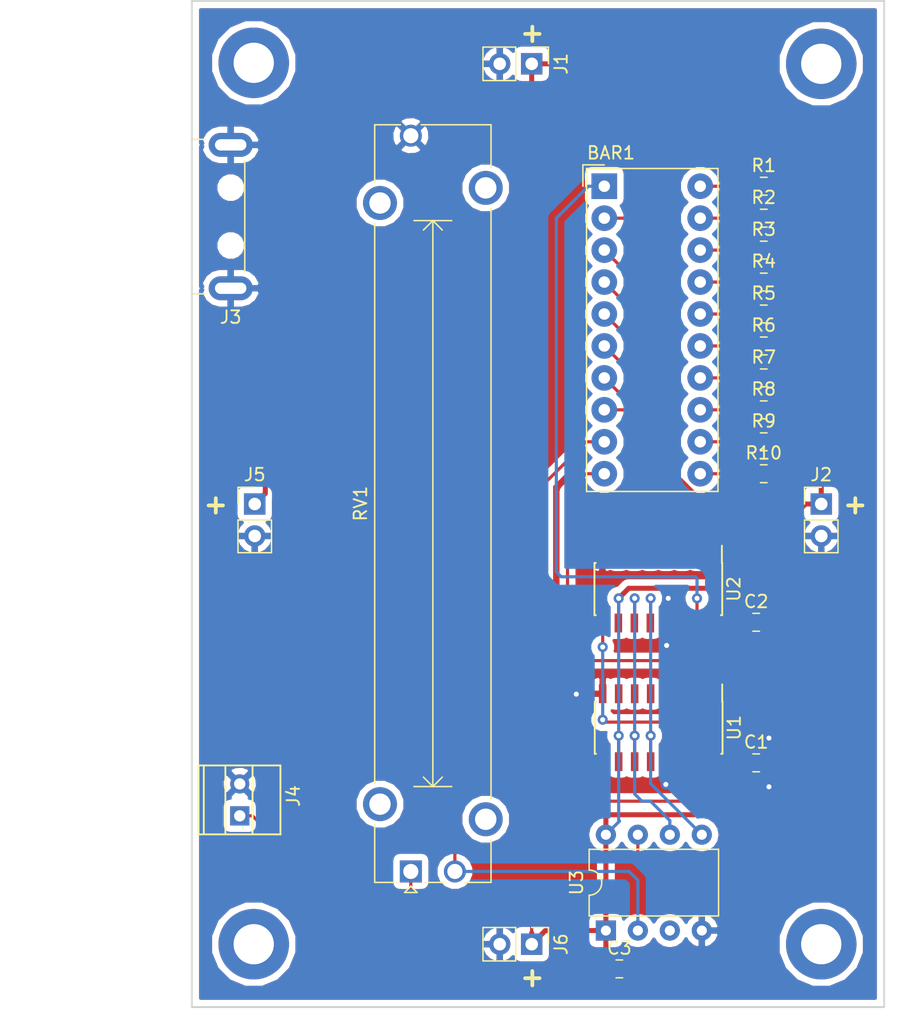
<source format=kicad_pcb>
(kicad_pcb (version 20171130) (host pcbnew "(5.0.1-3-g963ef8bb5)")

  (general
    (thickness 1.6)
    (drawings 9)
    (tracks 169)
    (zones 0)
    (modules 28)
    (nets 38)
  )

  (page A4)
  (layers
    (0 F.Cu signal)
    (31 B.Cu signal)
    (32 B.Adhes user)
    (33 F.Adhes user)
    (34 B.Paste user)
    (35 F.Paste user)
    (36 B.SilkS user)
    (37 F.SilkS user)
    (38 B.Mask user)
    (39 F.Mask user)
    (40 Dwgs.User user)
    (41 Cmts.User user)
    (42 Eco1.User user)
    (43 Eco2.User user)
    (44 Edge.Cuts user)
    (45 Margin user)
    (46 B.CrtYd user)
    (47 F.CrtYd user)
    (48 B.Fab user)
    (49 F.Fab user)
  )

  (setup
    (last_trace_width 0.4)
    (user_trace_width 0.1)
    (user_trace_width 0.2)
    (user_trace_width 0.3)
    (user_trace_width 0.4)
    (user_trace_width 0.5)
    (trace_clearance 0.2)
    (zone_clearance 0.508)
    (zone_45_only no)
    (trace_min 0.1)
    (segment_width 0.2)
    (edge_width 0.15)
    (via_size 0.8)
    (via_drill 0.4)
    (via_min_size 0.4)
    (via_min_drill 0.3)
    (uvia_size 0.3)
    (uvia_drill 0.1)
    (uvias_allowed no)
    (uvia_min_size 0.2)
    (uvia_min_drill 0.1)
    (pcb_text_width 0.3)
    (pcb_text_size 1.5 1.5)
    (mod_edge_width 0.15)
    (mod_text_size 1 1)
    (mod_text_width 0.15)
    (pad_size 5.6 5.6)
    (pad_drill 3.2)
    (pad_to_mask_clearance 0.051)
    (solder_mask_min_width 0.25)
    (aux_axis_origin 0 0)
    (visible_elements FFFFFF7F)
    (pcbplotparams
      (layerselection 0x010fc_ffffffff)
      (usegerberextensions false)
      (usegerberattributes false)
      (usegerberadvancedattributes false)
      (creategerberjobfile false)
      (excludeedgelayer true)
      (linewidth 0.100000)
      (plotframeref false)
      (viasonmask false)
      (mode 1)
      (useauxorigin false)
      (hpglpennumber 1)
      (hpglpenspeed 20)
      (hpglpendiameter 15.000000)
      (psnegative false)
      (psa4output false)
      (plotreference true)
      (plotvalue true)
      (plotinvisibletext false)
      (padsonsilk false)
      (subtractmaskfromsilk false)
      (outputformat 1)
      (mirror false)
      (drillshape 1)
      (scaleselection 1)
      (outputdirectory ""))
  )

  (net 0 "")
  (net 1 /SEG_1)
  (net 2 /SEG_2)
  (net 3 /SEG_3)
  (net 4 /SEG_4)
  (net 5 "Net-(BAR1-Pad13)")
  (net 6 "Net-(BAR1-Pad14)")
  (net 7 "Net-(BAR1-Pad15)")
  (net 8 "Net-(BAR1-Pad16)")
  (net 9 /SEG_5)
  (net 10 /SEG_6)
  (net 11 /SEG_7)
  (net 12 /SEG_8)
  (net 13 "Net-(BAR1-Pad12)")
  (net 14 "Net-(BAR1-Pad11)")
  (net 15 /SEG_10)
  (net 16 /SEG_9)
  (net 17 "Net-(BAR1-Pad17)")
  (net 18 "Net-(BAR1-Pad18)")
  (net 19 "Net-(BAR1-Pad19)")
  (net 20 "Net-(BAR1-Pad20)")
  (net 21 +5V)
  (net 22 GND)
  (net 23 "Net-(J3-Pad2)")
  (net 24 "Net-(J3-Pad3)")
  (net 25 /OUTPUT)
  (net 26 "Net-(U1-Pad2)")
  (net 27 "Net-(U1-Pad3)")
  (net 28 "Net-(U1-Pad4)")
  (net 29 "Net-(U1-Pad5)")
  (net 30 "Net-(U1-Pad6)")
  (net 31 "Net-(U1-Pad7)")
  (net 32 "Net-(U1-Pad9)")
  (net 33 /CLOCK)
  (net 34 /LATCH)
  (net 35 /SHIFT_OUT)
  (net 36 /DATA)
  (net 37 "Net-(U3-Pad3)")

  (net_class Default "Dies ist die voreingestellte Netzklasse."
    (clearance 0.2)
    (trace_width 0.25)
    (via_dia 0.8)
    (via_drill 0.4)
    (uvia_dia 0.3)
    (uvia_drill 0.1)
    (add_net +5V)
    (add_net /CLOCK)
    (add_net /DATA)
    (add_net /LATCH)
    (add_net /OUTPUT)
    (add_net /SEG_1)
    (add_net /SEG_10)
    (add_net /SEG_2)
    (add_net /SEG_3)
    (add_net /SEG_4)
    (add_net /SEG_5)
    (add_net /SEG_6)
    (add_net /SEG_7)
    (add_net /SEG_8)
    (add_net /SEG_9)
    (add_net /SHIFT_OUT)
    (add_net GND)
    (add_net "Net-(BAR1-Pad11)")
    (add_net "Net-(BAR1-Pad12)")
    (add_net "Net-(BAR1-Pad13)")
    (add_net "Net-(BAR1-Pad14)")
    (add_net "Net-(BAR1-Pad15)")
    (add_net "Net-(BAR1-Pad16)")
    (add_net "Net-(BAR1-Pad17)")
    (add_net "Net-(BAR1-Pad18)")
    (add_net "Net-(BAR1-Pad19)")
    (add_net "Net-(BAR1-Pad20)")
    (add_net "Net-(J3-Pad2)")
    (add_net "Net-(J3-Pad3)")
    (add_net "Net-(U1-Pad2)")
    (add_net "Net-(U1-Pad3)")
    (add_net "Net-(U1-Pad4)")
    (add_net "Net-(U1-Pad5)")
    (add_net "Net-(U1-Pad6)")
    (add_net "Net-(U1-Pad7)")
    (add_net "Net-(U1-Pad9)")
    (add_net "Net-(U3-Pad3)")
  )

  (module MountingHole:MountingHole_3.2mm_M3_DIN965_Pad (layer F.Cu) (tedit 5C2B4D1A) (tstamp 5C2B4EC3)
    (at 17.065 17.065)
    (descr "Mounting Hole 3.2mm, M3, DIN965")
    (tags "mounting hole 3.2mm m3 din965")
    (attr virtual)
    (fp_text reference REF** (at 0 -3.8) (layer F.SilkS) hide
      (effects (font (size 1 1) (thickness 0.15)))
    )
    (fp_text value MountingHole_3.2mm_M3_DIN965_Pad (at 0 3.8) (layer F.Fab) hide
      (effects (font (size 1 1) (thickness 0.15)))
    )
    (fp_text user %R (at 0.3 0) (layer F.Fab)
      (effects (font (size 1 1) (thickness 0.15)))
    )
    (fp_circle (center 0 0) (end 2.8 0) (layer Cmts.User) (width 0.15))
    (fp_circle (center 0 0) (end 3.05 0) (layer F.CrtYd) (width 0.05))
    (pad 1 thru_hole circle (at -0.08 -0.08) (size 5.6 5.6) (drill 3.2) (layers *.Cu *.Mask))
  )

  (module MountingHole:MountingHole_3.2mm_M3_DIN965_Pad (layer F.Cu) (tedit 5C2B4D5B) (tstamp 5C2B5F20)
    (at 62.357 17.145)
    (descr "Mounting Hole 3.2mm, M3, DIN965")
    (tags "mounting hole 3.2mm m3 din965")
    (attr virtual)
    (fp_text reference REF** (at 0 -3.8) (layer F.SilkS) hide
      (effects (font (size 1 1) (thickness 0.15)))
    )
    (fp_text value MountingHole_3.2mm_M3_DIN965_Pad (at 0 3.8) (layer F.Fab) hide
      (effects (font (size 1 1) (thickness 0.15)))
    )
    (fp_circle (center 0 0) (end 3.05 0) (layer F.CrtYd) (width 0.05))
    (fp_circle (center 0 0) (end 2.8 0) (layer Cmts.User) (width 0.15))
    (fp_text user %R (at 0.3 0) (layer F.Fab)
      (effects (font (size 1 1) (thickness 0.15)))
    )
    (pad 1 thru_hole circle (at -0.292 -0.08) (size 5.6 5.6) (drill 3.2) (layers *.Cu *.Mask))
  )

  (module MountingHole:MountingHole_3.2mm_M3_DIN965_Pad (layer F.Cu) (tedit 5C2B50AD) (tstamp 5C2B4E99)
    (at 61.8998 87.5284)
    (descr "Mounting Hole 3.2mm, M3, DIN965")
    (tags "mounting hole 3.2mm m3 din965")
    (attr virtual)
    (fp_text reference REF** (at 0 -3.8) (layer F.SilkS) hide
      (effects (font (size 1 1) (thickness 0.15)))
    )
    (fp_text value MountingHole_3.2mm_M3_DIN965_Pad (at 0 3.8) (layer F.Fab) hide
      (effects (font (size 1 1) (thickness 0.15)))
    )
    (fp_text user %R (at 0.3 0) (layer F.Fab)
      (effects (font (size 1 1) (thickness 0.15)))
    )
    (fp_circle (center 0 0) (end 2.8 0) (layer Cmts.User) (width 0.15))
    (fp_circle (center 0 0) (end 3.05 0) (layer F.CrtYd) (width 0.05))
    (pad 1 thru_hole circle (at 0.1652 -0.4634) (size 5.6 5.6) (drill 3.2) (layers *.Cu *.Mask))
  )

  (module Display:HDSP-4850 (layer F.Cu) (tedit 5A02FE80) (tstamp 5C2B4E44)
    (at 44.831 26.797)
    (descr "10-Element Green Bar Graph Array https://docs.broadcom.com/docs/AV02-1798EN")
    (tags "10-Element Green Bar Graph Array")
    (path /5C28B4DF)
    (fp_text reference BAR1 (at 0.53 -2.65) (layer F.SilkS)
      (effects (font (size 1 1) (thickness 0.15)))
    )
    (fp_text value DC7G3HWA (at 2.76 25.21) (layer F.Fab)
      (effects (font (size 1 1) (thickness 0.15)))
    )
    (fp_line (start 0 -1.7) (end -1.7 -1.7) (layer F.SilkS) (width 0.12))
    (fp_line (start -1.7 -1.7) (end -1.7 0) (layer F.SilkS) (width 0.12))
    (fp_line (start 0 -1.27) (end -1.27 0) (layer F.Fab) (width 0.1))
    (fp_line (start -1.52 24.38) (end 9.14 24.38) (layer F.CrtYd) (width 0.05))
    (fp_line (start 9.14 24.38) (end 9.14 -1.52) (layer F.CrtYd) (width 0.05))
    (fp_line (start -1.52 -1.52) (end -1.52 24.38) (layer F.CrtYd) (width 0.05))
    (fp_line (start -1.52 -1.52) (end 9.14 -1.52) (layer F.CrtYd) (width 0.05))
    (fp_line (start 8.89 -1.27) (end 8.89 24.13) (layer F.Fab) (width 0.1))
    (fp_line (start -1.27 24.13) (end 8.89 24.13) (layer F.Fab) (width 0.1))
    (fp_line (start -1.27 0) (end -1.27 24.13) (layer F.Fab) (width 0.1))
    (fp_text user %R (at 4 12) (layer F.Fab)
      (effects (font (size 1 1) (thickness 0.1)))
    )
    (fp_line (start 0 -1.27) (end 8.89 -1.27) (layer F.Fab) (width 0.1))
    (fp_line (start 9.03 24.27) (end -1.41 24.27) (layer F.SilkS) (width 0.12))
    (fp_line (start -1.41 24.27) (end -1.41 -1.41) (layer F.SilkS) (width 0.12))
    (fp_line (start -1.41 -1.41) (end 9.03 -1.41) (layer F.SilkS) (width 0.12))
    (fp_line (start 9.03 -1.41) (end 9.03 24.27) (layer F.SilkS) (width 0.12))
    (pad 1 thru_hole rect (at 0 0 270) (size 2.032 2.032) (drill 0.9144) (layers *.Cu *.Mask)
      (net 1 /SEG_1))
    (pad 2 thru_hole circle (at 0 2.54 270) (size 2.032 2.032) (drill 0.9144) (layers *.Cu *.Mask)
      (net 2 /SEG_2))
    (pad 3 thru_hole circle (at 0 5.08 270) (size 2.032 2.032) (drill 0.9144) (layers *.Cu *.Mask)
      (net 3 /SEG_3))
    (pad 4 thru_hole circle (at 0 7.62 270) (size 2.032 2.032) (drill 0.9144) (layers *.Cu *.Mask)
      (net 4 /SEG_4))
    (pad 13 thru_hole circle (at 7.62 17.78 270) (size 2.032 2.032) (drill 0.9144) (layers *.Cu *.Mask)
      (net 5 "Net-(BAR1-Pad13)"))
    (pad 14 thru_hole circle (at 7.62 15.24 270) (size 2.032 2.032) (drill 0.9144) (layers *.Cu *.Mask)
      (net 6 "Net-(BAR1-Pad14)"))
    (pad 15 thru_hole circle (at 7.62 12.7 270) (size 2.032 2.032) (drill 0.9144) (layers *.Cu *.Mask)
      (net 7 "Net-(BAR1-Pad15)"))
    (pad 16 thru_hole circle (at 7.62 10.16 270) (size 2.032 2.032) (drill 0.9144) (layers *.Cu *.Mask)
      (net 8 "Net-(BAR1-Pad16)"))
    (pad 5 thru_hole circle (at 0 10.16 270) (size 2.032 2.032) (drill 0.9144) (layers *.Cu *.Mask)
      (net 9 /SEG_5))
    (pad 6 thru_hole circle (at 0 12.7 270) (size 2.032 2.032) (drill 0.9144) (layers *.Cu *.Mask)
      (net 10 /SEG_6))
    (pad 7 thru_hole circle (at 0 15.24 270) (size 2.032 2.032) (drill 0.9144) (layers *.Cu *.Mask)
      (net 11 /SEG_7))
    (pad 8 thru_hole circle (at 0 17.78 270) (size 2.032 2.032) (drill 0.9144) (layers *.Cu *.Mask)
      (net 12 /SEG_8))
    (pad 12 thru_hole circle (at 7.62 20.32 270) (size 2.032 2.032) (drill 0.9144) (layers *.Cu *.Mask)
      (net 13 "Net-(BAR1-Pad12)"))
    (pad 11 thru_hole circle (at 7.62 22.86 270) (size 2.032 2.032) (drill 0.9144) (layers *.Cu *.Mask)
      (net 14 "Net-(BAR1-Pad11)"))
    (pad 10 thru_hole circle (at 0 22.86 270) (size 2.032 2.032) (drill 0.9144) (layers *.Cu *.Mask)
      (net 15 /SEG_10))
    (pad 9 thru_hole circle (at 0 20.32 270) (size 2.032 2.032) (drill 0.9144) (layers *.Cu *.Mask)
      (net 16 /SEG_9))
    (pad 17 thru_hole circle (at 7.62 7.62 270) (size 2.032 2.032) (drill 0.9144) (layers *.Cu *.Mask)
      (net 17 "Net-(BAR1-Pad17)"))
    (pad 18 thru_hole circle (at 7.62 5.08 270) (size 2.032 2.032) (drill 0.9144) (layers *.Cu *.Mask)
      (net 18 "Net-(BAR1-Pad18)"))
    (pad 19 thru_hole circle (at 7.62 2.54 270) (size 2.032 2.032) (drill 0.9144) (layers *.Cu *.Mask)
      (net 19 "Net-(BAR1-Pad19)"))
    (pad 20 thru_hole circle (at 7.62 0 270) (size 2.032 2.032) (drill 0.9144) (layers *.Cu *.Mask)
      (net 20 "Net-(BAR1-Pad20)"))
    (model ${KISYS3DMOD}/Display.3dshapes/HDSP-4850.wrl
      (at (xyz 0 0 0))
      (scale (xyz 1 1 1))
      (rotate (xyz 0 0 0))
    )
  )

  (module Connector_USB:USB_A_CNCTech_1001-011-01101_Horizontal (layer F.Cu) (tedit 5AFEF547) (tstamp 5C351BA6)
    (at 8.255 29.21 180)
    (descr http://cnctech.us/pdfs/1001-011-01101.pdf)
    (tags USB-A)
    (path /5C2902AB)
    (attr smd)
    (fp_text reference J3 (at -6.9 -8 180) (layer F.SilkS)
      (effects (font (size 1 1) (thickness 0.15)))
    )
    (fp_text value USB_A (at 0 8) (layer F.Fab)
      (effects (font (size 1 1) (thickness 0.15)))
    )
    (fp_line (start -7.9 6.025) (end -7.9 -6.025) (layer F.Fab) (width 0.1))
    (fp_line (start -7.9 -6.025) (end 10.9 -6.025) (layer F.Fab) (width 0.1))
    (fp_line (start -7.9 6.025) (end 10.9 6.025) (layer F.Fab) (width 0.1))
    (fp_line (start 10.9 6.025) (end 10.9 -6.025) (layer F.Fab) (width 0.1))
    (fp_line (start -10.4 3.75) (end -10.4 3.25) (layer F.Fab) (width 0.1))
    (fp_line (start -10.4 3.25) (end -7.9 3.25) (layer F.Fab) (width 0.1))
    (fp_line (start -10.4 3.75) (end -7.9 3.75) (layer F.Fab) (width 0.1))
    (fp_line (start -10.4 0.75) (end -7.9 0.75) (layer F.Fab) (width 0.1))
    (fp_line (start -10.4 1.25) (end -10.4 0.75) (layer F.Fab) (width 0.1))
    (fp_line (start -10.4 1.25) (end -7.9 1.25) (layer F.Fab) (width 0.1))
    (fp_line (start -10.4 -0.75) (end -10.4 -1.25) (layer F.Fab) (width 0.1))
    (fp_line (start -10.4 -0.75) (end -7.9 -0.75) (layer F.Fab) (width 0.1))
    (fp_line (start -10.4 -1.25) (end -7.9 -1.25) (layer F.Fab) (width 0.1))
    (fp_line (start -10.4 -3.75) (end -7.9 -3.75) (layer F.Fab) (width 0.1))
    (fp_line (start -10.4 -3.25) (end -10.4 -3.75) (layer F.Fab) (width 0.1))
    (fp_line (start -10.4 -3.25) (end -7.9 -3.25) (layer F.Fab) (width 0.1))
    (fp_circle (center -6.9 -2.3) (end -6.9 -2.8) (layer F.Fab) (width 0.1))
    (fp_circle (center -6.9 2.3) (end -6.9 2.8) (layer F.Fab) (width 0.1))
    (fp_line (start -8.02 -4.4) (end -8.02 4.4) (layer F.SilkS) (width 0.12))
    (fp_line (start -3.8 6.025) (end -3.8 -6.025) (layer Dwgs.User) (width 0.1))
    (fp_text user "PCB Edge" (at -4.55 -0.05 270) (layer Dwgs.User)
      (effects (font (size 0.6 0.6) (thickness 0.09)))
    )
    (fp_line (start -4.85 -6.145) (end -3.8 -6.145) (layer F.SilkS) (width 0.12))
    (fp_line (start -4.85 6.145) (end -3.8 6.145) (layer F.SilkS) (width 0.12))
    (fp_line (start -11.4 4.55) (end -11.4 -4.55) (layer F.CrtYd) (width 0.05))
    (fp_line (start -11.4 -4.55) (end -9.15 -4.55) (layer F.CrtYd) (width 0.05))
    (fp_line (start -9.15 -7.15) (end -9.15 -4.55) (layer F.CrtYd) (width 0.05))
    (fp_line (start -9.15 -7.15) (end -4.65 -7.15) (layer F.CrtYd) (width 0.05))
    (fp_line (start -4.65 -6.52) (end -4.65 -7.15) (layer F.CrtYd) (width 0.05))
    (fp_line (start -4.65 -6.52) (end 11.4 -6.52) (layer F.CrtYd) (width 0.05))
    (fp_line (start 11.4 6.52) (end 11.4 -6.52) (layer F.CrtYd) (width 0.05))
    (fp_text user %R (at -6 0 270) (layer F.Fab)
      (effects (font (size 1 1) (thickness 0.15)))
    )
    (fp_line (start -4.65 6.52) (end 11.4 6.52) (layer F.CrtYd) (width 0.05))
    (fp_line (start -4.65 7.15) (end -4.65 6.52) (layer F.CrtYd) (width 0.05))
    (fp_line (start -9.15 7.15) (end -4.65 7.15) (layer F.CrtYd) (width 0.05))
    (fp_line (start -9.15 4.55) (end -9.15 7.15) (layer F.CrtYd) (width 0.05))
    (fp_line (start -11.4 4.55) (end -9.15 4.55) (layer F.CrtYd) (width 0.05))
    (pad 2 smd rect (at -9.65 -1 180) (size 2.5 1.1) (layers F.Cu F.Paste F.Mask)
      (net 23 "Net-(J3-Pad2)"))
    (pad 3 smd rect (at -9.65 1 180) (size 2.5 1.1) (layers F.Cu F.Paste F.Mask)
      (net 24 "Net-(J3-Pad3)"))
    (pad 1 smd rect (at -9.65 -3.5 180) (size 2.5 1.1) (layers F.Cu F.Paste F.Mask)
      (net 21 +5V))
    (pad 4 smd rect (at -9.65 3.5 180) (size 2.5 1.1) (layers F.Cu F.Paste F.Mask)
      (net 22 GND))
    (pad 5 thru_hole oval (at -6.9 -5.7 180) (size 3.5 1.9) (drill oval 2.5 0.9) (layers *.Cu *.Mask)
      (net 22 GND))
    (pad 5 thru_hole oval (at -6.9 5.7 180) (size 3.5 1.9) (drill oval 2.5 0.9) (layers *.Cu *.Mask)
      (net 22 GND))
    (pad "" np_thru_hole circle (at -6.9 -2.3 180) (size 1.1 1.1) (drill 1.1) (layers *.Cu *.Mask))
    (pad "" np_thru_hole circle (at -6.9 2.3 180) (size 1.1 1.1) (drill 1.1) (layers *.Cu *.Mask))
    (model ${KISYS3DMOD}/Connector_USB.3dshapes/USB_A_CNCTech_1001-011-01101_Horizontal.wrl
      (at (xyz 0 0 0))
      (scale (xyz 1 1 1))
      (rotate (xyz 0 0 0))
    )
  )

  (module Potentiometer_THT:Potentiometer_Bourns_PTA4543_Single_Slide (layer F.Cu) (tedit 5B92F08E) (tstamp 5C2B4971)
    (at 29.464 81.28 90)
    (descr "Bourns single-gang slide potentiometer, 45.0mm travel, https://www.bourns.com/docs/Product-Datasheets/pta.pdf")
    (tags "Bourns single-gang slide potentiometer 45.0mm")
    (path /5C291515)
    (fp_text reference RV1 (at 29.25 -4 90) (layer F.SilkS)
      (effects (font (size 1 1) (thickness 0.15)))
    )
    (fp_text value R_POT (at 29.25 7.5 90) (layer F.Fab)
      (effects (font (size 1 1) (thickness 0.15)))
    )
    (fp_circle (center 1.25 1.75) (end 2.25 1.75) (layer F.Fab) (width 0.1))
    (fp_circle (center 57.25 1.75) (end 58.25 1.75) (layer F.Fab) (width 0.1))
    (fp_line (start 0.25 -2.75) (end 59.25 -2.75) (layer F.Fab) (width 0.1))
    (fp_line (start 59.25 -2.75) (end 59.25 6.25) (layer F.Fab) (width 0.1))
    (fp_line (start 59.25 6.25) (end -0.75 6.25) (layer F.Fab) (width 0.1))
    (fp_line (start -0.75 6.25) (end -0.75 -1.75) (layer F.Fab) (width 0.1))
    (fp_line (start -0.75 -1.75) (end 0.25 -2.75) (layer F.Fab) (width 0.1))
    (fp_line (start -0.87 -2.87) (end 3.715 -2.87) (layer F.SilkS) (width 0.12))
    (fp_line (start 6.986 -2.87) (end 51.515 -2.87) (layer F.SilkS) (width 0.12))
    (fp_line (start 54.786 -2.87) (end 59.37 -2.87) (layer F.SilkS) (width 0.12))
    (fp_line (start -0.87 6.37) (end 2.515 6.37) (layer F.SilkS) (width 0.12))
    (fp_line (start 5.786 6.37) (end 52.715 6.37) (layer F.SilkS) (width 0.12))
    (fp_line (start 55.986 6.37) (end 59.37 6.37) (layer F.SilkS) (width 0.12))
    (fp_line (start -0.87 -2.87) (end -0.87 -1.175) (layer F.SilkS) (width 0.12))
    (fp_line (start -0.87 1.175) (end -0.87 2.678) (layer F.SilkS) (width 0.12))
    (fp_line (start -0.87 4.323) (end -0.87 6.37) (layer F.SilkS) (width 0.12))
    (fp_line (start 59.37 -2.87) (end 59.37 -0.823) (layer F.SilkS) (width 0.12))
    (fp_line (start 59.37 0.823) (end 59.37 6.37) (layer F.SilkS) (width 0.12))
    (fp_line (start -1.175 0) (end -1.675 -0.5) (layer F.SilkS) (width 0.12))
    (fp_line (start -1.675 -0.5) (end -1.675 0.5) (layer F.SilkS) (width 0.12))
    (fp_line (start -1.675 0.5) (end -1.175 0) (layer F.SilkS) (width 0.12))
    (fp_line (start 6.75 1.75) (end 51.75 1.75) (layer F.SilkS) (width 0.12))
    (fp_line (start 6.75 0.25) (end 6.75 3.25) (layer F.SilkS) (width 0.12))
    (fp_line (start 7.5 1) (end 6.75 1.75) (layer F.SilkS) (width 0.12))
    (fp_line (start 6.75 1.75) (end 7.5 2.5) (layer F.SilkS) (width 0.12))
    (fp_line (start 51.75 0.25) (end 51.75 3.25) (layer F.SilkS) (width 0.12))
    (fp_line (start 51 1) (end 51.75 1.75) (layer F.SilkS) (width 0.12))
    (fp_line (start 51.75 1.75) (end 51 2.5) (layer F.SilkS) (width 0.12))
    (fp_line (start -1.25 -3.25) (end -1.25 6.75) (layer F.CrtYd) (width 0.05))
    (fp_line (start -1.25 6.75) (end 59.75 6.75) (layer F.CrtYd) (width 0.05))
    (fp_line (start 59.75 6.75) (end 59.75 -3.25) (layer F.CrtYd) (width 0.05))
    (fp_line (start 59.75 -3.25) (end -1.25 -3.25) (layer F.CrtYd) (width 0.05))
    (fp_text user %R (at 29.25 1.75 90) (layer F.Fab)
      (effects (font (size 1 1) (thickness 0.15)))
    )
    (pad 1 thru_hole rect (at 0 0 90) (size 1.75 1.75) (drill 1.2) (layers *.Cu *.Mask)
      (net 21 +5V))
    (pad 2 thru_hole circle (at 0 3.5 90) (size 1.75 1.75) (drill 1.2) (layers *.Cu *.Mask)
      (net 25 /OUTPUT))
    (pad 3 thru_hole circle (at 58.5 0 90) (size 1.75 1.75) (drill 1.2) (layers *.Cu *.Mask)
      (net 22 GND))
    (pad MP thru_hole circle (at 5.35 -2.45 90) (size 2.7 2.7) (drill 1.7) (layers *.Cu *.Mask))
    (pad MP thru_hole circle (at 53.15 -2.45 90) (size 2.7 2.7) (drill 1.7) (layers *.Cu *.Mask))
    (pad MP thru_hole circle (at 4.15 5.95 90) (size 2.7 2.7) (drill 1.7) (layers *.Cu *.Mask))
    (pad MP thru_hole circle (at 54.35 5.95 90) (size 2.7 2.7) (drill 1.7) (layers *.Cu *.Mask))
    (model ${KISYS3DMOD}/Potentiometer_THT.3dshapes/Potentiometer_Bourns_PTA4543_Single_Slide.wrl
      (at (xyz 0 0 0))
      (scale (xyz 1 1 1))
      (rotate (xyz 0 0 0))
    )
  )

  (module Package_DIP:DIP-8_W7.62mm (layer F.Cu) (tedit 5A02E8C5) (tstamp 5C2B485F)
    (at 44.958 85.979 90)
    (descr "8-lead though-hole mounted DIP package, row spacing 7.62 mm (300 mils)")
    (tags "THT DIP DIL PDIP 2.54mm 7.62mm 300mil")
    (path /5C27EF1A)
    (fp_text reference U3 (at 3.81 -2.33 90) (layer F.SilkS)
      (effects (font (size 1 1) (thickness 0.15)))
    )
    (fp_text value ATtiny85-20PU (at 3.81 9.95 90) (layer F.Fab)
      (effects (font (size 1 1) (thickness 0.15)))
    )
    (fp_arc (start 3.81 -1.33) (end 2.81 -1.33) (angle -180) (layer F.SilkS) (width 0.12))
    (fp_line (start 1.635 -1.27) (end 6.985 -1.27) (layer F.Fab) (width 0.1))
    (fp_line (start 6.985 -1.27) (end 6.985 8.89) (layer F.Fab) (width 0.1))
    (fp_line (start 6.985 8.89) (end 0.635 8.89) (layer F.Fab) (width 0.1))
    (fp_line (start 0.635 8.89) (end 0.635 -0.27) (layer F.Fab) (width 0.1))
    (fp_line (start 0.635 -0.27) (end 1.635 -1.27) (layer F.Fab) (width 0.1))
    (fp_line (start 2.81 -1.33) (end 1.16 -1.33) (layer F.SilkS) (width 0.12))
    (fp_line (start 1.16 -1.33) (end 1.16 8.95) (layer F.SilkS) (width 0.12))
    (fp_line (start 1.16 8.95) (end 6.46 8.95) (layer F.SilkS) (width 0.12))
    (fp_line (start 6.46 8.95) (end 6.46 -1.33) (layer F.SilkS) (width 0.12))
    (fp_line (start 6.46 -1.33) (end 4.81 -1.33) (layer F.SilkS) (width 0.12))
    (fp_line (start -1.1 -1.55) (end -1.1 9.15) (layer F.CrtYd) (width 0.05))
    (fp_line (start -1.1 9.15) (end 8.7 9.15) (layer F.CrtYd) (width 0.05))
    (fp_line (start 8.7 9.15) (end 8.7 -1.55) (layer F.CrtYd) (width 0.05))
    (fp_line (start 8.7 -1.55) (end -1.1 -1.55) (layer F.CrtYd) (width 0.05))
    (fp_text user %R (at 3.81 3.81 90) (layer F.Fab)
      (effects (font (size 1 1) (thickness 0.15)))
    )
    (pad 1 thru_hole rect (at 0 0 90) (size 1.6 1.6) (drill 0.8) (layers *.Cu *.Mask)
      (net 21 +5V))
    (pad 5 thru_hole oval (at 7.62 7.62 90) (size 1.6 1.6) (drill 0.8) (layers *.Cu *.Mask)
      (net 34 /LATCH))
    (pad 2 thru_hole oval (at 0 2.54 90) (size 1.6 1.6) (drill 0.8) (layers *.Cu *.Mask)
      (net 25 /OUTPUT))
    (pad 6 thru_hole oval (at 7.62 5.08 90) (size 1.6 1.6) (drill 0.8) (layers *.Cu *.Mask)
      (net 33 /CLOCK))
    (pad 3 thru_hole oval (at 0 5.08 90) (size 1.6 1.6) (drill 0.8) (layers *.Cu *.Mask)
      (net 37 "Net-(U3-Pad3)"))
    (pad 7 thru_hole oval (at 7.62 2.54 90) (size 1.6 1.6) (drill 0.8) (layers *.Cu *.Mask)
      (net 36 /DATA))
    (pad 4 thru_hole oval (at 0 7.62 90) (size 1.6 1.6) (drill 0.8) (layers *.Cu *.Mask)
      (net 22 GND))
    (pad 8 thru_hole oval (at 7.62 0 90) (size 1.6 1.6) (drill 0.8) (layers *.Cu *.Mask)
      (net 21 +5V))
    (model ${KISYS3DMOD}/Package_DIP.3dshapes/DIP-8_W7.62mm.wrl
      (at (xyz 0 0 0))
      (scale (xyz 1 1 1))
      (rotate (xyz 0 0 0))
    )
  )

  (module Capacitor_SMD:C_0805_2012Metric_Pad1.15x1.40mm_HandSolder (layer F.Cu) (tedit 5B36C52B) (tstamp 5C2B4D37)
    (at 56.896 72.644)
    (descr "Capacitor SMD 0805 (2012 Metric), square (rectangular) end terminal, IPC_7351 nominal with elongated pad for handsoldering. (Body size source: https://docs.google.com/spreadsheets/d/1BsfQQcO9C6DZCsRaXUlFlo91Tg2WpOkGARC1WS5S8t0/edit?usp=sharing), generated with kicad-footprint-generator")
    (tags "capacitor handsolder")
    (path /5C2996F4)
    (attr smd)
    (fp_text reference C1 (at 0 -1.65) (layer F.SilkS)
      (effects (font (size 1 1) (thickness 0.15)))
    )
    (fp_text value 100µ (at 0 1.65) (layer F.Fab)
      (effects (font (size 1 1) (thickness 0.15)))
    )
    (fp_line (start -1 0.6) (end -1 -0.6) (layer F.Fab) (width 0.1))
    (fp_line (start -1 -0.6) (end 1 -0.6) (layer F.Fab) (width 0.1))
    (fp_line (start 1 -0.6) (end 1 0.6) (layer F.Fab) (width 0.1))
    (fp_line (start 1 0.6) (end -1 0.6) (layer F.Fab) (width 0.1))
    (fp_line (start -0.261252 -0.71) (end 0.261252 -0.71) (layer F.SilkS) (width 0.12))
    (fp_line (start -0.261252 0.71) (end 0.261252 0.71) (layer F.SilkS) (width 0.12))
    (fp_line (start -1.85 0.95) (end -1.85 -0.95) (layer F.CrtYd) (width 0.05))
    (fp_line (start -1.85 -0.95) (end 1.85 -0.95) (layer F.CrtYd) (width 0.05))
    (fp_line (start 1.85 -0.95) (end 1.85 0.95) (layer F.CrtYd) (width 0.05))
    (fp_line (start 1.85 0.95) (end -1.85 0.95) (layer F.CrtYd) (width 0.05))
    (fp_text user %R (at 0 0) (layer F.Fab)
      (effects (font (size 0.5 0.5) (thickness 0.08)))
    )
    (pad 1 smd roundrect (at -1.025 0) (size 1.15 1.4) (layers F.Cu F.Paste F.Mask) (roundrect_rratio 0.217391)
      (net 21 +5V))
    (pad 2 smd roundrect (at 1.025 0) (size 1.15 1.4) (layers F.Cu F.Paste F.Mask) (roundrect_rratio 0.217391)
      (net 22 GND))
    (model ${KISYS3DMOD}/Capacitor_SMD.3dshapes/C_0805_2012Metric.wrl
      (at (xyz 0 0 0))
      (scale (xyz 1 1 1))
      (rotate (xyz 0 0 0))
    )
  )

  (module Capacitor_SMD:C_0805_2012Metric_Pad1.15x1.40mm_HandSolder (layer F.Cu) (tedit 5B36C52B) (tstamp 5C2B4D07)
    (at 56.896 61.468)
    (descr "Capacitor SMD 0805 (2012 Metric), square (rectangular) end terminal, IPC_7351 nominal with elongated pad for handsoldering. (Body size source: https://docs.google.com/spreadsheets/d/1BsfQQcO9C6DZCsRaXUlFlo91Tg2WpOkGARC1WS5S8t0/edit?usp=sharing), generated with kicad-footprint-generator")
    (tags "capacitor handsolder")
    (path /5C29B98F)
    (attr smd)
    (fp_text reference C2 (at 0 -1.65) (layer F.SilkS)
      (effects (font (size 1 1) (thickness 0.15)))
    )
    (fp_text value 100µ (at 0 1.65) (layer F.Fab)
      (effects (font (size 1 1) (thickness 0.15)))
    )
    (fp_line (start -1 0.6) (end -1 -0.6) (layer F.Fab) (width 0.1))
    (fp_line (start -1 -0.6) (end 1 -0.6) (layer F.Fab) (width 0.1))
    (fp_line (start 1 -0.6) (end 1 0.6) (layer F.Fab) (width 0.1))
    (fp_line (start 1 0.6) (end -1 0.6) (layer F.Fab) (width 0.1))
    (fp_line (start -0.261252 -0.71) (end 0.261252 -0.71) (layer F.SilkS) (width 0.12))
    (fp_line (start -0.261252 0.71) (end 0.261252 0.71) (layer F.SilkS) (width 0.12))
    (fp_line (start -1.85 0.95) (end -1.85 -0.95) (layer F.CrtYd) (width 0.05))
    (fp_line (start -1.85 -0.95) (end 1.85 -0.95) (layer F.CrtYd) (width 0.05))
    (fp_line (start 1.85 -0.95) (end 1.85 0.95) (layer F.CrtYd) (width 0.05))
    (fp_line (start 1.85 0.95) (end -1.85 0.95) (layer F.CrtYd) (width 0.05))
    (fp_text user %R (at 0 0) (layer F.Fab)
      (effects (font (size 0.5 0.5) (thickness 0.08)))
    )
    (pad 1 smd roundrect (at -1.025 0) (size 1.15 1.4) (layers F.Cu F.Paste F.Mask) (roundrect_rratio 0.217391)
      (net 21 +5V))
    (pad 2 smd roundrect (at 1.025 0) (size 1.15 1.4) (layers F.Cu F.Paste F.Mask) (roundrect_rratio 0.217391)
      (net 22 GND))
    (model ${KISYS3DMOD}/Capacitor_SMD.3dshapes/C_0805_2012Metric.wrl
      (at (xyz 0 0 0))
      (scale (xyz 1 1 1))
      (rotate (xyz 0 0 0))
    )
  )

  (module Capacitor_SMD:C_0805_2012Metric_Pad1.15x1.40mm_HandSolder (layer F.Cu) (tedit 5B36C52B) (tstamp 5C2B4CD7)
    (at 46.0285 89.027)
    (descr "Capacitor SMD 0805 (2012 Metric), square (rectangular) end terminal, IPC_7351 nominal with elongated pad for handsoldering. (Body size source: https://docs.google.com/spreadsheets/d/1BsfQQcO9C6DZCsRaXUlFlo91Tg2WpOkGARC1WS5S8t0/edit?usp=sharing), generated with kicad-footprint-generator")
    (tags "capacitor handsolder")
    (path /5C29B5D6)
    (attr smd)
    (fp_text reference C3 (at 0 -1.65) (layer F.SilkS)
      (effects (font (size 1 1) (thickness 0.15)))
    )
    (fp_text value 100µ (at 0 1.65) (layer F.Fab)
      (effects (font (size 1 1) (thickness 0.15)))
    )
    (fp_text user %R (at 0 0) (layer F.Fab)
      (effects (font (size 0.5 0.5) (thickness 0.08)))
    )
    (fp_line (start 1.85 0.95) (end -1.85 0.95) (layer F.CrtYd) (width 0.05))
    (fp_line (start 1.85 -0.95) (end 1.85 0.95) (layer F.CrtYd) (width 0.05))
    (fp_line (start -1.85 -0.95) (end 1.85 -0.95) (layer F.CrtYd) (width 0.05))
    (fp_line (start -1.85 0.95) (end -1.85 -0.95) (layer F.CrtYd) (width 0.05))
    (fp_line (start -0.261252 0.71) (end 0.261252 0.71) (layer F.SilkS) (width 0.12))
    (fp_line (start -0.261252 -0.71) (end 0.261252 -0.71) (layer F.SilkS) (width 0.12))
    (fp_line (start 1 0.6) (end -1 0.6) (layer F.Fab) (width 0.1))
    (fp_line (start 1 -0.6) (end 1 0.6) (layer F.Fab) (width 0.1))
    (fp_line (start -1 -0.6) (end 1 -0.6) (layer F.Fab) (width 0.1))
    (fp_line (start -1 0.6) (end -1 -0.6) (layer F.Fab) (width 0.1))
    (pad 2 smd roundrect (at 1.025 0) (size 1.15 1.4) (layers F.Cu F.Paste F.Mask) (roundrect_rratio 0.217391)
      (net 22 GND))
    (pad 1 smd roundrect (at -1.025 0) (size 1.15 1.4) (layers F.Cu F.Paste F.Mask) (roundrect_rratio 0.217391)
      (net 21 +5V))
    (model ${KISYS3DMOD}/Capacitor_SMD.3dshapes/C_0805_2012Metric.wrl
      (at (xyz 0 0 0))
      (scale (xyz 1 1 1))
      (rotate (xyz 0 0 0))
    )
  )

  (module Resistor_SMD:R_0805_2012Metric_Pad1.15x1.40mm_HandSolder (layer F.Cu) (tedit 5B36C52B) (tstamp 5C2B4C1D)
    (at 57.4945 26.797)
    (descr "Resistor SMD 0805 (2012 Metric), square (rectangular) end terminal, IPC_7351 nominal with elongated pad for handsoldering. (Body size source: https://docs.google.com/spreadsheets/d/1BsfQQcO9C6DZCsRaXUlFlo91Tg2WpOkGARC1WS5S8t0/edit?usp=sharing), generated with kicad-footprint-generator")
    (tags "resistor handsolder")
    (path /5C28B9D8)
    (attr smd)
    (fp_text reference R1 (at 0 -1.65) (layer F.SilkS)
      (effects (font (size 1 1) (thickness 0.15)))
    )
    (fp_text value 100 (at 0 1.65) (layer F.Fab)
      (effects (font (size 1 1) (thickness 0.15)))
    )
    (fp_line (start -1 0.6) (end -1 -0.6) (layer F.Fab) (width 0.1))
    (fp_line (start -1 -0.6) (end 1 -0.6) (layer F.Fab) (width 0.1))
    (fp_line (start 1 -0.6) (end 1 0.6) (layer F.Fab) (width 0.1))
    (fp_line (start 1 0.6) (end -1 0.6) (layer F.Fab) (width 0.1))
    (fp_line (start -0.261252 -0.71) (end 0.261252 -0.71) (layer F.SilkS) (width 0.12))
    (fp_line (start -0.261252 0.71) (end 0.261252 0.71) (layer F.SilkS) (width 0.12))
    (fp_line (start -1.85 0.95) (end -1.85 -0.95) (layer F.CrtYd) (width 0.05))
    (fp_line (start -1.85 -0.95) (end 1.85 -0.95) (layer F.CrtYd) (width 0.05))
    (fp_line (start 1.85 -0.95) (end 1.85 0.95) (layer F.CrtYd) (width 0.05))
    (fp_line (start 1.85 0.95) (end -1.85 0.95) (layer F.CrtYd) (width 0.05))
    (fp_text user %R (at 0 0) (layer F.Fab)
      (effects (font (size 0.5 0.5) (thickness 0.08)))
    )
    (pad 1 smd roundrect (at -1.025 0) (size 1.15 1.4) (layers F.Cu F.Paste F.Mask) (roundrect_rratio 0.217391)
      (net 20 "Net-(BAR1-Pad20)"))
    (pad 2 smd roundrect (at 1.025 0) (size 1.15 1.4) (layers F.Cu F.Paste F.Mask) (roundrect_rratio 0.217391)
      (net 22 GND))
    (model ${KISYS3DMOD}/Resistor_SMD.3dshapes/R_0805_2012Metric.wrl
      (at (xyz 0 0 0))
      (scale (xyz 1 1 1))
      (rotate (xyz 0 0 0))
    )
  )

  (module Resistor_SMD:R_0805_2012Metric_Pad1.15x1.40mm_HandSolder (layer F.Cu) (tedit 5B36C52B) (tstamp 5C2B4BED)
    (at 57.4945 29.337)
    (descr "Resistor SMD 0805 (2012 Metric), square (rectangular) end terminal, IPC_7351 nominal with elongated pad for handsoldering. (Body size source: https://docs.google.com/spreadsheets/d/1BsfQQcO9C6DZCsRaXUlFlo91Tg2WpOkGARC1WS5S8t0/edit?usp=sharing), generated with kicad-footprint-generator")
    (tags "resistor handsolder")
    (path /5C28BBA9)
    (attr smd)
    (fp_text reference R2 (at 0 -1.65) (layer F.SilkS)
      (effects (font (size 1 1) (thickness 0.15)))
    )
    (fp_text value 100 (at 0 1.65) (layer F.Fab)
      (effects (font (size 1 1) (thickness 0.15)))
    )
    (fp_text user %R (at 0 0) (layer F.Fab)
      (effects (font (size 0.5 0.5) (thickness 0.08)))
    )
    (fp_line (start 1.85 0.95) (end -1.85 0.95) (layer F.CrtYd) (width 0.05))
    (fp_line (start 1.85 -0.95) (end 1.85 0.95) (layer F.CrtYd) (width 0.05))
    (fp_line (start -1.85 -0.95) (end 1.85 -0.95) (layer F.CrtYd) (width 0.05))
    (fp_line (start -1.85 0.95) (end -1.85 -0.95) (layer F.CrtYd) (width 0.05))
    (fp_line (start -0.261252 0.71) (end 0.261252 0.71) (layer F.SilkS) (width 0.12))
    (fp_line (start -0.261252 -0.71) (end 0.261252 -0.71) (layer F.SilkS) (width 0.12))
    (fp_line (start 1 0.6) (end -1 0.6) (layer F.Fab) (width 0.1))
    (fp_line (start 1 -0.6) (end 1 0.6) (layer F.Fab) (width 0.1))
    (fp_line (start -1 -0.6) (end 1 -0.6) (layer F.Fab) (width 0.1))
    (fp_line (start -1 0.6) (end -1 -0.6) (layer F.Fab) (width 0.1))
    (pad 2 smd roundrect (at 1.025 0) (size 1.15 1.4) (layers F.Cu F.Paste F.Mask) (roundrect_rratio 0.217391)
      (net 22 GND))
    (pad 1 smd roundrect (at -1.025 0) (size 1.15 1.4) (layers F.Cu F.Paste F.Mask) (roundrect_rratio 0.217391)
      (net 19 "Net-(BAR1-Pad19)"))
    (model ${KISYS3DMOD}/Resistor_SMD.3dshapes/R_0805_2012Metric.wrl
      (at (xyz 0 0 0))
      (scale (xyz 1 1 1))
      (rotate (xyz 0 0 0))
    )
  )

  (module Resistor_SMD:R_0805_2012Metric_Pad1.15x1.40mm_HandSolder (layer F.Cu) (tedit 5B36C52B) (tstamp 5C2B4BBD)
    (at 57.4945 31.877)
    (descr "Resistor SMD 0805 (2012 Metric), square (rectangular) end terminal, IPC_7351 nominal with elongated pad for handsoldering. (Body size source: https://docs.google.com/spreadsheets/d/1BsfQQcO9C6DZCsRaXUlFlo91Tg2WpOkGARC1WS5S8t0/edit?usp=sharing), generated with kicad-footprint-generator")
    (tags "resistor handsolder")
    (path /5C28BC01)
    (attr smd)
    (fp_text reference R3 (at 0 -1.65) (layer F.SilkS)
      (effects (font (size 1 1) (thickness 0.15)))
    )
    (fp_text value 100 (at 0 1.65) (layer F.Fab)
      (effects (font (size 1 1) (thickness 0.15)))
    )
    (fp_line (start -1 0.6) (end -1 -0.6) (layer F.Fab) (width 0.1))
    (fp_line (start -1 -0.6) (end 1 -0.6) (layer F.Fab) (width 0.1))
    (fp_line (start 1 -0.6) (end 1 0.6) (layer F.Fab) (width 0.1))
    (fp_line (start 1 0.6) (end -1 0.6) (layer F.Fab) (width 0.1))
    (fp_line (start -0.261252 -0.71) (end 0.261252 -0.71) (layer F.SilkS) (width 0.12))
    (fp_line (start -0.261252 0.71) (end 0.261252 0.71) (layer F.SilkS) (width 0.12))
    (fp_line (start -1.85 0.95) (end -1.85 -0.95) (layer F.CrtYd) (width 0.05))
    (fp_line (start -1.85 -0.95) (end 1.85 -0.95) (layer F.CrtYd) (width 0.05))
    (fp_line (start 1.85 -0.95) (end 1.85 0.95) (layer F.CrtYd) (width 0.05))
    (fp_line (start 1.85 0.95) (end -1.85 0.95) (layer F.CrtYd) (width 0.05))
    (fp_text user %R (at 0 0) (layer F.Fab)
      (effects (font (size 0.5 0.5) (thickness 0.08)))
    )
    (pad 1 smd roundrect (at -1.025 0) (size 1.15 1.4) (layers F.Cu F.Paste F.Mask) (roundrect_rratio 0.217391)
      (net 18 "Net-(BAR1-Pad18)"))
    (pad 2 smd roundrect (at 1.025 0) (size 1.15 1.4) (layers F.Cu F.Paste F.Mask) (roundrect_rratio 0.217391)
      (net 22 GND))
    (model ${KISYS3DMOD}/Resistor_SMD.3dshapes/R_0805_2012Metric.wrl
      (at (xyz 0 0 0))
      (scale (xyz 1 1 1))
      (rotate (xyz 0 0 0))
    )
  )

  (module Resistor_SMD:R_0805_2012Metric_Pad1.15x1.40mm_HandSolder (layer F.Cu) (tedit 5B36C52B) (tstamp 5C2B4B8D)
    (at 57.4945 34.417)
    (descr "Resistor SMD 0805 (2012 Metric), square (rectangular) end terminal, IPC_7351 nominal with elongated pad for handsoldering. (Body size source: https://docs.google.com/spreadsheets/d/1BsfQQcO9C6DZCsRaXUlFlo91Tg2WpOkGARC1WS5S8t0/edit?usp=sharing), generated with kicad-footprint-generator")
    (tags "resistor handsolder")
    (path /5C28BC97)
    (attr smd)
    (fp_text reference R4 (at 0 -1.65) (layer F.SilkS)
      (effects (font (size 1 1) (thickness 0.15)))
    )
    (fp_text value 100 (at 0 1.65) (layer F.Fab)
      (effects (font (size 1 1) (thickness 0.15)))
    )
    (fp_text user %R (at 0 0) (layer F.Fab)
      (effects (font (size 0.5 0.5) (thickness 0.08)))
    )
    (fp_line (start 1.85 0.95) (end -1.85 0.95) (layer F.CrtYd) (width 0.05))
    (fp_line (start 1.85 -0.95) (end 1.85 0.95) (layer F.CrtYd) (width 0.05))
    (fp_line (start -1.85 -0.95) (end 1.85 -0.95) (layer F.CrtYd) (width 0.05))
    (fp_line (start -1.85 0.95) (end -1.85 -0.95) (layer F.CrtYd) (width 0.05))
    (fp_line (start -0.261252 0.71) (end 0.261252 0.71) (layer F.SilkS) (width 0.12))
    (fp_line (start -0.261252 -0.71) (end 0.261252 -0.71) (layer F.SilkS) (width 0.12))
    (fp_line (start 1 0.6) (end -1 0.6) (layer F.Fab) (width 0.1))
    (fp_line (start 1 -0.6) (end 1 0.6) (layer F.Fab) (width 0.1))
    (fp_line (start -1 -0.6) (end 1 -0.6) (layer F.Fab) (width 0.1))
    (fp_line (start -1 0.6) (end -1 -0.6) (layer F.Fab) (width 0.1))
    (pad 2 smd roundrect (at 1.025 0) (size 1.15 1.4) (layers F.Cu F.Paste F.Mask) (roundrect_rratio 0.217391)
      (net 22 GND))
    (pad 1 smd roundrect (at -1.025 0) (size 1.15 1.4) (layers F.Cu F.Paste F.Mask) (roundrect_rratio 0.217391)
      (net 17 "Net-(BAR1-Pad17)"))
    (model ${KISYS3DMOD}/Resistor_SMD.3dshapes/R_0805_2012Metric.wrl
      (at (xyz 0 0 0))
      (scale (xyz 1 1 1))
      (rotate (xyz 0 0 0))
    )
  )

  (module Resistor_SMD:R_0805_2012Metric_Pad1.15x1.40mm_HandSolder (layer F.Cu) (tedit 5B36C52B) (tstamp 5C2B4B5D)
    (at 57.4945 36.957)
    (descr "Resistor SMD 0805 (2012 Metric), square (rectangular) end terminal, IPC_7351 nominal with elongated pad for handsoldering. (Body size source: https://docs.google.com/spreadsheets/d/1BsfQQcO9C6DZCsRaXUlFlo91Tg2WpOkGARC1WS5S8t0/edit?usp=sharing), generated with kicad-footprint-generator")
    (tags "resistor handsolder")
    (path /5C28BD3F)
    (attr smd)
    (fp_text reference R5 (at 0 -1.65) (layer F.SilkS)
      (effects (font (size 1 1) (thickness 0.15)))
    )
    (fp_text value 100 (at 0 1.65) (layer F.Fab)
      (effects (font (size 1 1) (thickness 0.15)))
    )
    (fp_line (start -1 0.6) (end -1 -0.6) (layer F.Fab) (width 0.1))
    (fp_line (start -1 -0.6) (end 1 -0.6) (layer F.Fab) (width 0.1))
    (fp_line (start 1 -0.6) (end 1 0.6) (layer F.Fab) (width 0.1))
    (fp_line (start 1 0.6) (end -1 0.6) (layer F.Fab) (width 0.1))
    (fp_line (start -0.261252 -0.71) (end 0.261252 -0.71) (layer F.SilkS) (width 0.12))
    (fp_line (start -0.261252 0.71) (end 0.261252 0.71) (layer F.SilkS) (width 0.12))
    (fp_line (start -1.85 0.95) (end -1.85 -0.95) (layer F.CrtYd) (width 0.05))
    (fp_line (start -1.85 -0.95) (end 1.85 -0.95) (layer F.CrtYd) (width 0.05))
    (fp_line (start 1.85 -0.95) (end 1.85 0.95) (layer F.CrtYd) (width 0.05))
    (fp_line (start 1.85 0.95) (end -1.85 0.95) (layer F.CrtYd) (width 0.05))
    (fp_text user %R (at 0 0) (layer F.Fab)
      (effects (font (size 0.5 0.5) (thickness 0.08)))
    )
    (pad 1 smd roundrect (at -1.025 0) (size 1.15 1.4) (layers F.Cu F.Paste F.Mask) (roundrect_rratio 0.217391)
      (net 8 "Net-(BAR1-Pad16)"))
    (pad 2 smd roundrect (at 1.025 0) (size 1.15 1.4) (layers F.Cu F.Paste F.Mask) (roundrect_rratio 0.217391)
      (net 22 GND))
    (model ${KISYS3DMOD}/Resistor_SMD.3dshapes/R_0805_2012Metric.wrl
      (at (xyz 0 0 0))
      (scale (xyz 1 1 1))
      (rotate (xyz 0 0 0))
    )
  )

  (module Resistor_SMD:R_0805_2012Metric_Pad1.15x1.40mm_HandSolder (layer F.Cu) (tedit 5B36C52B) (tstamp 5C2B4B2D)
    (at 57.4945 39.497)
    (descr "Resistor SMD 0805 (2012 Metric), square (rectangular) end terminal, IPC_7351 nominal with elongated pad for handsoldering. (Body size source: https://docs.google.com/spreadsheets/d/1BsfQQcO9C6DZCsRaXUlFlo91Tg2WpOkGARC1WS5S8t0/edit?usp=sharing), generated with kicad-footprint-generator")
    (tags "resistor handsolder")
    (path /5C28BDC9)
    (attr smd)
    (fp_text reference R6 (at 0 -1.65) (layer F.SilkS)
      (effects (font (size 1 1) (thickness 0.15)))
    )
    (fp_text value 100 (at 0 1.65) (layer F.Fab)
      (effects (font (size 1 1) (thickness 0.15)))
    )
    (fp_text user %R (at 0 0) (layer F.Fab)
      (effects (font (size 0.5 0.5) (thickness 0.08)))
    )
    (fp_line (start 1.85 0.95) (end -1.85 0.95) (layer F.CrtYd) (width 0.05))
    (fp_line (start 1.85 -0.95) (end 1.85 0.95) (layer F.CrtYd) (width 0.05))
    (fp_line (start -1.85 -0.95) (end 1.85 -0.95) (layer F.CrtYd) (width 0.05))
    (fp_line (start -1.85 0.95) (end -1.85 -0.95) (layer F.CrtYd) (width 0.05))
    (fp_line (start -0.261252 0.71) (end 0.261252 0.71) (layer F.SilkS) (width 0.12))
    (fp_line (start -0.261252 -0.71) (end 0.261252 -0.71) (layer F.SilkS) (width 0.12))
    (fp_line (start 1 0.6) (end -1 0.6) (layer F.Fab) (width 0.1))
    (fp_line (start 1 -0.6) (end 1 0.6) (layer F.Fab) (width 0.1))
    (fp_line (start -1 -0.6) (end 1 -0.6) (layer F.Fab) (width 0.1))
    (fp_line (start -1 0.6) (end -1 -0.6) (layer F.Fab) (width 0.1))
    (pad 2 smd roundrect (at 1.025 0) (size 1.15 1.4) (layers F.Cu F.Paste F.Mask) (roundrect_rratio 0.217391)
      (net 22 GND))
    (pad 1 smd roundrect (at -1.025 0) (size 1.15 1.4) (layers F.Cu F.Paste F.Mask) (roundrect_rratio 0.217391)
      (net 7 "Net-(BAR1-Pad15)"))
    (model ${KISYS3DMOD}/Resistor_SMD.3dshapes/R_0805_2012Metric.wrl
      (at (xyz 0 0 0))
      (scale (xyz 1 1 1))
      (rotate (xyz 0 0 0))
    )
  )

  (module Resistor_SMD:R_0805_2012Metric_Pad1.15x1.40mm_HandSolder (layer F.Cu) (tedit 5B36C52B) (tstamp 5C2B4AFD)
    (at 57.4945 42.037)
    (descr "Resistor SMD 0805 (2012 Metric), square (rectangular) end terminal, IPC_7351 nominal with elongated pad for handsoldering. (Body size source: https://docs.google.com/spreadsheets/d/1BsfQQcO9C6DZCsRaXUlFlo91Tg2WpOkGARC1WS5S8t0/edit?usp=sharing), generated with kicad-footprint-generator")
    (tags "resistor handsolder")
    (path /5C28BE39)
    (attr smd)
    (fp_text reference R7 (at 0 -1.65) (layer F.SilkS)
      (effects (font (size 1 1) (thickness 0.15)))
    )
    (fp_text value 100 (at 0 1.65) (layer F.Fab)
      (effects (font (size 1 1) (thickness 0.15)))
    )
    (fp_line (start -1 0.6) (end -1 -0.6) (layer F.Fab) (width 0.1))
    (fp_line (start -1 -0.6) (end 1 -0.6) (layer F.Fab) (width 0.1))
    (fp_line (start 1 -0.6) (end 1 0.6) (layer F.Fab) (width 0.1))
    (fp_line (start 1 0.6) (end -1 0.6) (layer F.Fab) (width 0.1))
    (fp_line (start -0.261252 -0.71) (end 0.261252 -0.71) (layer F.SilkS) (width 0.12))
    (fp_line (start -0.261252 0.71) (end 0.261252 0.71) (layer F.SilkS) (width 0.12))
    (fp_line (start -1.85 0.95) (end -1.85 -0.95) (layer F.CrtYd) (width 0.05))
    (fp_line (start -1.85 -0.95) (end 1.85 -0.95) (layer F.CrtYd) (width 0.05))
    (fp_line (start 1.85 -0.95) (end 1.85 0.95) (layer F.CrtYd) (width 0.05))
    (fp_line (start 1.85 0.95) (end -1.85 0.95) (layer F.CrtYd) (width 0.05))
    (fp_text user %R (at 0 0) (layer F.Fab)
      (effects (font (size 0.5 0.5) (thickness 0.08)))
    )
    (pad 1 smd roundrect (at -1.025 0) (size 1.15 1.4) (layers F.Cu F.Paste F.Mask) (roundrect_rratio 0.217391)
      (net 6 "Net-(BAR1-Pad14)"))
    (pad 2 smd roundrect (at 1.025 0) (size 1.15 1.4) (layers F.Cu F.Paste F.Mask) (roundrect_rratio 0.217391)
      (net 22 GND))
    (model ${KISYS3DMOD}/Resistor_SMD.3dshapes/R_0805_2012Metric.wrl
      (at (xyz 0 0 0))
      (scale (xyz 1 1 1))
      (rotate (xyz 0 0 0))
    )
  )

  (module Resistor_SMD:R_0805_2012Metric_Pad1.15x1.40mm_HandSolder (layer F.Cu) (tedit 5B36C52B) (tstamp 5C2B4ACD)
    (at 57.4945 44.577)
    (descr "Resistor SMD 0805 (2012 Metric), square (rectangular) end terminal, IPC_7351 nominal with elongated pad for handsoldering. (Body size source: https://docs.google.com/spreadsheets/d/1BsfQQcO9C6DZCsRaXUlFlo91Tg2WpOkGARC1WS5S8t0/edit?usp=sharing), generated with kicad-footprint-generator")
    (tags "resistor handsolder")
    (path /5C28BFD9)
    (attr smd)
    (fp_text reference R8 (at 0 -1.65) (layer F.SilkS)
      (effects (font (size 1 1) (thickness 0.15)))
    )
    (fp_text value 100 (at 0 1.65) (layer F.Fab)
      (effects (font (size 1 1) (thickness 0.15)))
    )
    (fp_text user %R (at 0 0) (layer F.Fab)
      (effects (font (size 0.5 0.5) (thickness 0.08)))
    )
    (fp_line (start 1.85 0.95) (end -1.85 0.95) (layer F.CrtYd) (width 0.05))
    (fp_line (start 1.85 -0.95) (end 1.85 0.95) (layer F.CrtYd) (width 0.05))
    (fp_line (start -1.85 -0.95) (end 1.85 -0.95) (layer F.CrtYd) (width 0.05))
    (fp_line (start -1.85 0.95) (end -1.85 -0.95) (layer F.CrtYd) (width 0.05))
    (fp_line (start -0.261252 0.71) (end 0.261252 0.71) (layer F.SilkS) (width 0.12))
    (fp_line (start -0.261252 -0.71) (end 0.261252 -0.71) (layer F.SilkS) (width 0.12))
    (fp_line (start 1 0.6) (end -1 0.6) (layer F.Fab) (width 0.1))
    (fp_line (start 1 -0.6) (end 1 0.6) (layer F.Fab) (width 0.1))
    (fp_line (start -1 -0.6) (end 1 -0.6) (layer F.Fab) (width 0.1))
    (fp_line (start -1 0.6) (end -1 -0.6) (layer F.Fab) (width 0.1))
    (pad 2 smd roundrect (at 1.025 0) (size 1.15 1.4) (layers F.Cu F.Paste F.Mask) (roundrect_rratio 0.217391)
      (net 22 GND))
    (pad 1 smd roundrect (at -1.025 0) (size 1.15 1.4) (layers F.Cu F.Paste F.Mask) (roundrect_rratio 0.217391)
      (net 5 "Net-(BAR1-Pad13)"))
    (model ${KISYS3DMOD}/Resistor_SMD.3dshapes/R_0805_2012Metric.wrl
      (at (xyz 0 0 0))
      (scale (xyz 1 1 1))
      (rotate (xyz 0 0 0))
    )
  )

  (module Resistor_SMD:R_0805_2012Metric_Pad1.15x1.40mm_HandSolder (layer F.Cu) (tedit 5B36C52B) (tstamp 5C2B4A9D)
    (at 57.4945 47.117)
    (descr "Resistor SMD 0805 (2012 Metric), square (rectangular) end terminal, IPC_7351 nominal with elongated pad for handsoldering. (Body size source: https://docs.google.com/spreadsheets/d/1BsfQQcO9C6DZCsRaXUlFlo91Tg2WpOkGARC1WS5S8t0/edit?usp=sharing), generated with kicad-footprint-generator")
    (tags "resistor handsolder")
    (path /5C28C055)
    (attr smd)
    (fp_text reference R9 (at 0 -1.65) (layer F.SilkS)
      (effects (font (size 1 1) (thickness 0.15)))
    )
    (fp_text value 100 (at 0 1.65) (layer F.Fab)
      (effects (font (size 1 1) (thickness 0.15)))
    )
    (fp_line (start -1 0.6) (end -1 -0.6) (layer F.Fab) (width 0.1))
    (fp_line (start -1 -0.6) (end 1 -0.6) (layer F.Fab) (width 0.1))
    (fp_line (start 1 -0.6) (end 1 0.6) (layer F.Fab) (width 0.1))
    (fp_line (start 1 0.6) (end -1 0.6) (layer F.Fab) (width 0.1))
    (fp_line (start -0.261252 -0.71) (end 0.261252 -0.71) (layer F.SilkS) (width 0.12))
    (fp_line (start -0.261252 0.71) (end 0.261252 0.71) (layer F.SilkS) (width 0.12))
    (fp_line (start -1.85 0.95) (end -1.85 -0.95) (layer F.CrtYd) (width 0.05))
    (fp_line (start -1.85 -0.95) (end 1.85 -0.95) (layer F.CrtYd) (width 0.05))
    (fp_line (start 1.85 -0.95) (end 1.85 0.95) (layer F.CrtYd) (width 0.05))
    (fp_line (start 1.85 0.95) (end -1.85 0.95) (layer F.CrtYd) (width 0.05))
    (fp_text user %R (at 0 0) (layer F.Fab)
      (effects (font (size 0.5 0.5) (thickness 0.08)))
    )
    (pad 1 smd roundrect (at -1.025 0) (size 1.15 1.4) (layers F.Cu F.Paste F.Mask) (roundrect_rratio 0.217391)
      (net 13 "Net-(BAR1-Pad12)"))
    (pad 2 smd roundrect (at 1.025 0) (size 1.15 1.4) (layers F.Cu F.Paste F.Mask) (roundrect_rratio 0.217391)
      (net 22 GND))
    (model ${KISYS3DMOD}/Resistor_SMD.3dshapes/R_0805_2012Metric.wrl
      (at (xyz 0 0 0))
      (scale (xyz 1 1 1))
      (rotate (xyz 0 0 0))
    )
  )

  (module Resistor_SMD:R_0805_2012Metric_Pad1.15x1.40mm_HandSolder (layer F.Cu) (tedit 5B36C52B) (tstamp 5C2B4A6D)
    (at 57.4945 49.657)
    (descr "Resistor SMD 0805 (2012 Metric), square (rectangular) end terminal, IPC_7351 nominal with elongated pad for handsoldering. (Body size source: https://docs.google.com/spreadsheets/d/1BsfQQcO9C6DZCsRaXUlFlo91Tg2WpOkGARC1WS5S8t0/edit?usp=sharing), generated with kicad-footprint-generator")
    (tags "resistor handsolder")
    (path /5C28C0AF)
    (attr smd)
    (fp_text reference R10 (at 0 -1.65) (layer F.SilkS)
      (effects (font (size 1 1) (thickness 0.15)))
    )
    (fp_text value 100 (at 0 1.65) (layer F.Fab)
      (effects (font (size 1 1) (thickness 0.15)))
    )
    (fp_text user %R (at 0 0) (layer F.Fab)
      (effects (font (size 0.5 0.5) (thickness 0.08)))
    )
    (fp_line (start 1.85 0.95) (end -1.85 0.95) (layer F.CrtYd) (width 0.05))
    (fp_line (start 1.85 -0.95) (end 1.85 0.95) (layer F.CrtYd) (width 0.05))
    (fp_line (start -1.85 -0.95) (end 1.85 -0.95) (layer F.CrtYd) (width 0.05))
    (fp_line (start -1.85 0.95) (end -1.85 -0.95) (layer F.CrtYd) (width 0.05))
    (fp_line (start -0.261252 0.71) (end 0.261252 0.71) (layer F.SilkS) (width 0.12))
    (fp_line (start -0.261252 -0.71) (end 0.261252 -0.71) (layer F.SilkS) (width 0.12))
    (fp_line (start 1 0.6) (end -1 0.6) (layer F.Fab) (width 0.1))
    (fp_line (start 1 -0.6) (end 1 0.6) (layer F.Fab) (width 0.1))
    (fp_line (start -1 -0.6) (end 1 -0.6) (layer F.Fab) (width 0.1))
    (fp_line (start -1 0.6) (end -1 -0.6) (layer F.Fab) (width 0.1))
    (pad 2 smd roundrect (at 1.025 0) (size 1.15 1.4) (layers F.Cu F.Paste F.Mask) (roundrect_rratio 0.217391)
      (net 22 GND))
    (pad 1 smd roundrect (at -1.025 0) (size 1.15 1.4) (layers F.Cu F.Paste F.Mask) (roundrect_rratio 0.217391)
      (net 14 "Net-(BAR1-Pad11)"))
    (model ${KISYS3DMOD}/Resistor_SMD.3dshapes/R_0805_2012Metric.wrl
      (at (xyz 0 0 0))
      (scale (xyz 1 1 1))
      (rotate (xyz 0 0 0))
    )
  )

  (module MountingHole:MountingHole_3.2mm_M3_DIN965_Pad (layer F.Cu) (tedit 5C2A1104) (tstamp 5C2B4A4F)
    (at 16.985 87.065)
    (descr "Mounting Hole 3.2mm, M3, DIN965")
    (tags "mounting hole 3.2mm m3 din965")
    (attr virtual)
    (fp_text reference REF** (at 0 -3.8) (layer F.SilkS) hide
      (effects (font (size 1 1) (thickness 0.15)))
    )
    (fp_text value MountingHole_3.2mm_M3_DIN965_Pad (at 0 3.8) (layer F.Fab) hide
      (effects (font (size 1 1) (thickness 0.15)))
    )
    (fp_circle (center 0 0) (end 3.05 0) (layer F.CrtYd) (width 0.05))
    (fp_circle (center 0 0) (end 2.8 0) (layer Cmts.User) (width 0.15))
    (fp_text user %R (at 0.3 0) (layer F.Fab)
      (effects (font (size 1 1) (thickness 0.15)))
    )
    (pad 1 thru_hole circle (at 0 0) (size 5.6 5.6) (drill 3.2) (layers *.Cu *.Mask))
  )

  (module Package_SO:SOIC-16_3.9x9.9mm_P1.27mm (layer F.Cu) (tedit 5A02F2D3) (tstamp 5C4E11A5)
    (at 49.149 69.85 270)
    (descr "16-Lead Plastic Small Outline (SL) - Narrow, 3.90 mm Body [SOIC] (see Microchip Packaging Specification 00000049BS.pdf)")
    (tags "SOIC 1.27")
    (path /5C27F065)
    (attr smd)
    (fp_text reference U1 (at 0 -6 270) (layer F.SilkS)
      (effects (font (size 1 1) (thickness 0.15)))
    )
    (fp_text value 74HC595 (at 0 6 270) (layer F.Fab)
      (effects (font (size 1 1) (thickness 0.15)))
    )
    (fp_text user %R (at 0 0 270) (layer F.Fab)
      (effects (font (size 0.9 0.9) (thickness 0.135)))
    )
    (fp_line (start -0.95 -4.95) (end 1.95 -4.95) (layer F.Fab) (width 0.15))
    (fp_line (start 1.95 -4.95) (end 1.95 4.95) (layer F.Fab) (width 0.15))
    (fp_line (start 1.95 4.95) (end -1.95 4.95) (layer F.Fab) (width 0.15))
    (fp_line (start -1.95 4.95) (end -1.95 -3.95) (layer F.Fab) (width 0.15))
    (fp_line (start -1.95 -3.95) (end -0.95 -4.95) (layer F.Fab) (width 0.15))
    (fp_line (start -3.7 -5.25) (end -3.7 5.25) (layer F.CrtYd) (width 0.05))
    (fp_line (start 3.7 -5.25) (end 3.7 5.25) (layer F.CrtYd) (width 0.05))
    (fp_line (start -3.7 -5.25) (end 3.7 -5.25) (layer F.CrtYd) (width 0.05))
    (fp_line (start -3.7 5.25) (end 3.7 5.25) (layer F.CrtYd) (width 0.05))
    (fp_line (start -2.075 -5.075) (end -2.075 -5.05) (layer F.SilkS) (width 0.15))
    (fp_line (start 2.075 -5.075) (end 2.075 -4.97) (layer F.SilkS) (width 0.15))
    (fp_line (start 2.075 5.075) (end 2.075 4.97) (layer F.SilkS) (width 0.15))
    (fp_line (start -2.075 5.075) (end -2.075 4.97) (layer F.SilkS) (width 0.15))
    (fp_line (start -2.075 -5.075) (end 2.075 -5.075) (layer F.SilkS) (width 0.15))
    (fp_line (start -2.075 5.075) (end 2.075 5.075) (layer F.SilkS) (width 0.15))
    (fp_line (start -2.075 -5.05) (end -3.45 -5.05) (layer F.SilkS) (width 0.15))
    (pad 1 smd rect (at -2.7 -4.445 270) (size 1.5 0.6) (layers F.Cu F.Paste F.Mask)
      (net 15 /SEG_10))
    (pad 2 smd rect (at -2.7 -3.175 270) (size 1.5 0.6) (layers F.Cu F.Paste F.Mask)
      (net 26 "Net-(U1-Pad2)"))
    (pad 3 smd rect (at -2.7 -1.905 270) (size 1.5 0.6) (layers F.Cu F.Paste F.Mask)
      (net 27 "Net-(U1-Pad3)"))
    (pad 4 smd rect (at -2.7 -0.635 270) (size 1.5 0.6) (layers F.Cu F.Paste F.Mask)
      (net 28 "Net-(U1-Pad4)"))
    (pad 5 smd rect (at -2.7 0.635 270) (size 1.5 0.6) (layers F.Cu F.Paste F.Mask)
      (net 29 "Net-(U1-Pad5)"))
    (pad 6 smd rect (at -2.7 1.905 270) (size 1.5 0.6) (layers F.Cu F.Paste F.Mask)
      (net 30 "Net-(U1-Pad6)"))
    (pad 7 smd rect (at -2.7 3.175 270) (size 1.5 0.6) (layers F.Cu F.Paste F.Mask)
      (net 31 "Net-(U1-Pad7)"))
    (pad 8 smd rect (at -2.7 4.445 270) (size 1.5 0.6) (layers F.Cu F.Paste F.Mask)
      (net 22 GND))
    (pad 9 smd rect (at 2.7 4.445 270) (size 1.5 0.6) (layers F.Cu F.Paste F.Mask)
      (net 32 "Net-(U1-Pad9)"))
    (pad 10 smd rect (at 2.7 3.175 270) (size 1.5 0.6) (layers F.Cu F.Paste F.Mask)
      (net 21 +5V))
    (pad 11 smd rect (at 2.7 1.905 270) (size 1.5 0.6) (layers F.Cu F.Paste F.Mask)
      (net 33 /CLOCK))
    (pad 12 smd rect (at 2.7 0.635 270) (size 1.5 0.6) (layers F.Cu F.Paste F.Mask)
      (net 34 /LATCH))
    (pad 13 smd rect (at 2.7 -0.635 270) (size 1.5 0.6) (layers F.Cu F.Paste F.Mask)
      (net 22 GND))
    (pad 14 smd rect (at 2.7 -1.905 270) (size 1.5 0.6) (layers F.Cu F.Paste F.Mask)
      (net 35 /SHIFT_OUT))
    (pad 15 smd rect (at 2.7 -3.175 270) (size 1.5 0.6) (layers F.Cu F.Paste F.Mask)
      (net 16 /SEG_9))
    (pad 16 smd rect (at 2.7 -4.445 270) (size 1.5 0.6) (layers F.Cu F.Paste F.Mask)
      (net 21 +5V))
    (model ${KISYS3DMOD}/Package_SO.3dshapes/SOIC-16_3.9x9.9mm_P1.27mm.wrl
      (at (xyz 0 0 0))
      (scale (xyz 1 1 1))
      (rotate (xyz 0 0 0))
    )
  )

  (module Package_SO:SOIC-16_3.9x9.9mm_P1.27mm (layer F.Cu) (tedit 5A02F2D3) (tstamp 5C378D12)
    (at 49.1236 58.8264 270)
    (descr "16-Lead Plastic Small Outline (SL) - Narrow, 3.90 mm Body [SOIC] (see Microchip Packaging Specification 00000049BS.pdf)")
    (tags "SOIC 1.27")
    (path /5C27F173)
    (attr smd)
    (fp_text reference U2 (at 0 -6 270) (layer F.SilkS)
      (effects (font (size 1 1) (thickness 0.15)))
    )
    (fp_text value 74HC595 (at 0 6 270) (layer F.Fab)
      (effects (font (size 1 1) (thickness 0.15)))
    )
    (fp_line (start -2.075 -5.05) (end -3.45 -5.05) (layer F.SilkS) (width 0.15))
    (fp_line (start -2.075 5.075) (end 2.075 5.075) (layer F.SilkS) (width 0.15))
    (fp_line (start -2.075 -5.075) (end 2.075 -5.075) (layer F.SilkS) (width 0.15))
    (fp_line (start -2.075 5.075) (end -2.075 4.97) (layer F.SilkS) (width 0.15))
    (fp_line (start 2.075 5.075) (end 2.075 4.97) (layer F.SilkS) (width 0.15))
    (fp_line (start 2.075 -5.075) (end 2.075 -4.97) (layer F.SilkS) (width 0.15))
    (fp_line (start -2.075 -5.075) (end -2.075 -5.05) (layer F.SilkS) (width 0.15))
    (fp_line (start -3.7 5.25) (end 3.7 5.25) (layer F.CrtYd) (width 0.05))
    (fp_line (start -3.7 -5.25) (end 3.7 -5.25) (layer F.CrtYd) (width 0.05))
    (fp_line (start 3.7 -5.25) (end 3.7 5.25) (layer F.CrtYd) (width 0.05))
    (fp_line (start -3.7 -5.25) (end -3.7 5.25) (layer F.CrtYd) (width 0.05))
    (fp_line (start -1.95 -3.95) (end -0.95 -4.95) (layer F.Fab) (width 0.15))
    (fp_line (start -1.95 4.95) (end -1.95 -3.95) (layer F.Fab) (width 0.15))
    (fp_line (start 1.95 4.95) (end -1.95 4.95) (layer F.Fab) (width 0.15))
    (fp_line (start 1.95 -4.95) (end 1.95 4.95) (layer F.Fab) (width 0.15))
    (fp_line (start -0.95 -4.95) (end 1.95 -4.95) (layer F.Fab) (width 0.15))
    (fp_text user %R (at 0 0 270) (layer F.Fab)
      (effects (font (size 0.9 0.9) (thickness 0.135)))
    )
    (pad 16 smd rect (at 2.7 -4.445 270) (size 1.5 0.6) (layers F.Cu F.Paste F.Mask)
      (net 21 +5V))
    (pad 15 smd rect (at 2.7 -3.175 270) (size 1.5 0.6) (layers F.Cu F.Paste F.Mask)
      (net 1 /SEG_1))
    (pad 14 smd rect (at 2.7 -1.905 270) (size 1.5 0.6) (layers F.Cu F.Paste F.Mask)
      (net 36 /DATA))
    (pad 13 smd rect (at 2.7 -0.635 270) (size 1.5 0.6) (layers F.Cu F.Paste F.Mask)
      (net 22 GND))
    (pad 12 smd rect (at 2.7 0.635 270) (size 1.5 0.6) (layers F.Cu F.Paste F.Mask)
      (net 34 /LATCH))
    (pad 11 smd rect (at 2.7 1.905 270) (size 1.5 0.6) (layers F.Cu F.Paste F.Mask)
      (net 33 /CLOCK))
    (pad 10 smd rect (at 2.7 3.175 270) (size 1.5 0.6) (layers F.Cu F.Paste F.Mask)
      (net 21 +5V))
    (pad 9 smd rect (at 2.7 4.445 270) (size 1.5 0.6) (layers F.Cu F.Paste F.Mask)
      (net 35 /SHIFT_OUT))
    (pad 8 smd rect (at -2.7 4.445 270) (size 1.5 0.6) (layers F.Cu F.Paste F.Mask)
      (net 22 GND))
    (pad 7 smd rect (at -2.7 3.175 270) (size 1.5 0.6) (layers F.Cu F.Paste F.Mask)
      (net 12 /SEG_8))
    (pad 6 smd rect (at -2.7 1.905 270) (size 1.5 0.6) (layers F.Cu F.Paste F.Mask)
      (net 11 /SEG_7))
    (pad 5 smd rect (at -2.7 0.635 270) (size 1.5 0.6) (layers F.Cu F.Paste F.Mask)
      (net 10 /SEG_6))
    (pad 4 smd rect (at -2.7 -0.635 270) (size 1.5 0.6) (layers F.Cu F.Paste F.Mask)
      (net 9 /SEG_5))
    (pad 3 smd rect (at -2.7 -1.905 270) (size 1.5 0.6) (layers F.Cu F.Paste F.Mask)
      (net 4 /SEG_4))
    (pad 2 smd rect (at -2.7 -3.175 270) (size 1.5 0.6) (layers F.Cu F.Paste F.Mask)
      (net 3 /SEG_3))
    (pad 1 smd rect (at -2.7 -4.445 270) (size 1.5 0.6) (layers F.Cu F.Paste F.Mask)
      (net 2 /SEG_2))
    (model ${KISYS3DMOD}/Package_SO.3dshapes/SOIC-16_3.9x9.9mm_P1.27mm.wrl
      (at (xyz 0 0 0))
      (scale (xyz 1 1 1))
      (rotate (xyz 0 0 0))
    )
  )

  (module Connector_PinHeader_2.54mm:PinHeader_1x02_P2.54mm_Vertical (layer F.Cu) (tedit 59FED5CC) (tstamp 5C4DF6C3)
    (at 39.065 17.065 270)
    (descr "Through hole straight pin header, 1x02, 2.54mm pitch, single row")
    (tags "Through hole pin header THT 1x02 2.54mm single row")
    (path /5C29050B)
    (fp_text reference J1 (at 0 -2.33 270) (layer F.SilkS)
      (effects (font (size 1 1) (thickness 0.15)))
    )
    (fp_text value SUPPLY (at 0 4.87 270) (layer F.Fab)
      (effects (font (size 1 1) (thickness 0.15)))
    )
    (fp_line (start -0.635 -1.27) (end 1.27 -1.27) (layer F.Fab) (width 0.1))
    (fp_line (start 1.27 -1.27) (end 1.27 3.81) (layer F.Fab) (width 0.1))
    (fp_line (start 1.27 3.81) (end -1.27 3.81) (layer F.Fab) (width 0.1))
    (fp_line (start -1.27 3.81) (end -1.27 -0.635) (layer F.Fab) (width 0.1))
    (fp_line (start -1.27 -0.635) (end -0.635 -1.27) (layer F.Fab) (width 0.1))
    (fp_line (start -1.33 3.87) (end 1.33 3.87) (layer F.SilkS) (width 0.12))
    (fp_line (start -1.33 1.27) (end -1.33 3.87) (layer F.SilkS) (width 0.12))
    (fp_line (start 1.33 1.27) (end 1.33 3.87) (layer F.SilkS) (width 0.12))
    (fp_line (start -1.33 1.27) (end 1.33 1.27) (layer F.SilkS) (width 0.12))
    (fp_line (start -1.33 0) (end -1.33 -1.33) (layer F.SilkS) (width 0.12))
    (fp_line (start -1.33 -1.33) (end 0 -1.33) (layer F.SilkS) (width 0.12))
    (fp_line (start -1.8 -1.8) (end -1.8 4.35) (layer F.CrtYd) (width 0.05))
    (fp_line (start -1.8 4.35) (end 1.8 4.35) (layer F.CrtYd) (width 0.05))
    (fp_line (start 1.8 4.35) (end 1.8 -1.8) (layer F.CrtYd) (width 0.05))
    (fp_line (start 1.8 -1.8) (end -1.8 -1.8) (layer F.CrtYd) (width 0.05))
    (fp_text user %R (at 0 1.27) (layer F.Fab)
      (effects (font (size 1 1) (thickness 0.15)))
    )
    (pad 1 thru_hole rect (at 0 0 270) (size 1.7 1.7) (drill 1) (layers *.Cu *.Mask)
      (net 21 +5V))
    (pad 2 thru_hole oval (at 0 2.54 270) (size 1.7 1.7) (drill 1) (layers *.Cu *.Mask)
      (net 22 GND))
    (model ${KISYS3DMOD}/Connector_PinHeader_2.54mm.3dshapes/PinHeader_1x02_P2.54mm_Vertical.wrl
      (at (xyz 0 0 0))
      (scale (xyz 1 1 1))
      (rotate (xyz 0 0 0))
    )
  )

  (module Connector_PinHeader_2.54mm:PinHeader_1x02_P2.54mm_Vertical (layer F.Cu) (tedit 59FED5CC) (tstamp 5C4DF6D8)
    (at 62.065 52.065)
    (descr "Through hole straight pin header, 1x02, 2.54mm pitch, single row")
    (tags "Through hole pin header THT 1x02 2.54mm single row")
    (path /5C33AF36)
    (fp_text reference J2 (at 0 -2.33) (layer F.SilkS)
      (effects (font (size 1 1) (thickness 0.15)))
    )
    (fp_text value SUPPLY (at 0 4.87) (layer F.Fab)
      (effects (font (size 1 1) (thickness 0.15)))
    )
    (fp_text user %R (at 0 1.27 90) (layer F.Fab)
      (effects (font (size 1 1) (thickness 0.15)))
    )
    (fp_line (start 1.8 -1.8) (end -1.8 -1.8) (layer F.CrtYd) (width 0.05))
    (fp_line (start 1.8 4.35) (end 1.8 -1.8) (layer F.CrtYd) (width 0.05))
    (fp_line (start -1.8 4.35) (end 1.8 4.35) (layer F.CrtYd) (width 0.05))
    (fp_line (start -1.8 -1.8) (end -1.8 4.35) (layer F.CrtYd) (width 0.05))
    (fp_line (start -1.33 -1.33) (end 0 -1.33) (layer F.SilkS) (width 0.12))
    (fp_line (start -1.33 0) (end -1.33 -1.33) (layer F.SilkS) (width 0.12))
    (fp_line (start -1.33 1.27) (end 1.33 1.27) (layer F.SilkS) (width 0.12))
    (fp_line (start 1.33 1.27) (end 1.33 3.87) (layer F.SilkS) (width 0.12))
    (fp_line (start -1.33 1.27) (end -1.33 3.87) (layer F.SilkS) (width 0.12))
    (fp_line (start -1.33 3.87) (end 1.33 3.87) (layer F.SilkS) (width 0.12))
    (fp_line (start -1.27 -0.635) (end -0.635 -1.27) (layer F.Fab) (width 0.1))
    (fp_line (start -1.27 3.81) (end -1.27 -0.635) (layer F.Fab) (width 0.1))
    (fp_line (start 1.27 3.81) (end -1.27 3.81) (layer F.Fab) (width 0.1))
    (fp_line (start 1.27 -1.27) (end 1.27 3.81) (layer F.Fab) (width 0.1))
    (fp_line (start -0.635 -1.27) (end 1.27 -1.27) (layer F.Fab) (width 0.1))
    (pad 2 thru_hole oval (at 0 2.54) (size 1.7 1.7) (drill 1) (layers *.Cu *.Mask)
      (net 22 GND))
    (pad 1 thru_hole rect (at 0 0) (size 1.7 1.7) (drill 1) (layers *.Cu *.Mask)
      (net 21 +5V))
    (model ${KISYS3DMOD}/Connector_PinHeader_2.54mm.3dshapes/PinHeader_1x02_P2.54mm_Vertical.wrl
      (at (xyz 0 0 0))
      (scale (xyz 1 1 1))
      (rotate (xyz 0 0 0))
    )
  )

  (module myfootprint:AKZ692_2_2_54 (layer F.Cu) (tedit 5C2BB2BF) (tstamp 5C4DF6ED)
    (at 15.875 76.835 90)
    (tags "Pin header")
    (path /5C2C95F3)
    (fp_text reference J4 (at 1.55448 4.25704 90) (layer F.SilkS)
      (effects (font (size 1 1) (thickness 0.15)))
    )
    (fp_text value Screw_Terminal_01x02 (at 1.41732 -4.28752 90) (layer F.Fab) hide
      (effects (font (size 1 1) (thickness 0.15)))
    )
    (fp_line (start -1.49606 3.23088) (end 3.98394 3.23088) (layer F.SilkS) (width 0.15))
    (fp_line (start 3.98394 3.23088) (end 3.98394 -3.26912) (layer F.SilkS) (width 0.15))
    (fp_line (start -1.49606 -3.27152) (end 3.98394 -3.27152) (layer F.SilkS) (width 0.15))
    (fp_line (start -1.49606 3.25388) (end -1.49606 -3.26912) (layer F.SilkS) (width 0.15))
    (fp_line (start -1.4605 -2.8575) (end 3.937 -2.8575) (layer F.SilkS) (width 0.15))
    (fp_line (start -1.4605 -1.143) (end 3.937 -1.143) (layer F.SilkS) (width 0.15))
    (fp_line (start -1.4605 1.016) (end 3.937 1.016) (layer F.SilkS) (width 0.15))
    (pad 1 thru_hole rect (at -0.024 -0.002 90) (size 1.524 1.524) (drill 0.9) (layers *.Cu *.Mask)
      (net 25 /OUTPUT))
    (pad 2 thru_hole circle (at 2.516 -0.002 90) (size 1.524 1.524) (drill 0.9) (layers *.Cu *.Mask)
      (net 22 GND))
  )

  (module Connector_PinHeader_2.54mm:PinHeader_1x02_P2.54mm_Vertical (layer F.Cu) (tedit 59FED5CC) (tstamp 5C4DF6F9)
    (at 17.065 52.065)
    (descr "Through hole straight pin header, 1x02, 2.54mm pitch, single row")
    (tags "Through hole pin header THT 1x02 2.54mm single row")
    (path /5C290706)
    (fp_text reference J5 (at 0 -2.33) (layer F.SilkS)
      (effects (font (size 1 1) (thickness 0.15)))
    )
    (fp_text value SUPPLY (at 0 4.87) (layer F.Fab)
      (effects (font (size 1 1) (thickness 0.15)))
    )
    (fp_text user %R (at 0 1.27 90) (layer F.Fab)
      (effects (font (size 1 1) (thickness 0.15)))
    )
    (fp_line (start 1.8 -1.8) (end -1.8 -1.8) (layer F.CrtYd) (width 0.05))
    (fp_line (start 1.8 4.35) (end 1.8 -1.8) (layer F.CrtYd) (width 0.05))
    (fp_line (start -1.8 4.35) (end 1.8 4.35) (layer F.CrtYd) (width 0.05))
    (fp_line (start -1.8 -1.8) (end -1.8 4.35) (layer F.CrtYd) (width 0.05))
    (fp_line (start -1.33 -1.33) (end 0 -1.33) (layer F.SilkS) (width 0.12))
    (fp_line (start -1.33 0) (end -1.33 -1.33) (layer F.SilkS) (width 0.12))
    (fp_line (start -1.33 1.27) (end 1.33 1.27) (layer F.SilkS) (width 0.12))
    (fp_line (start 1.33 1.27) (end 1.33 3.87) (layer F.SilkS) (width 0.12))
    (fp_line (start -1.33 1.27) (end -1.33 3.87) (layer F.SilkS) (width 0.12))
    (fp_line (start -1.33 3.87) (end 1.33 3.87) (layer F.SilkS) (width 0.12))
    (fp_line (start -1.27 -0.635) (end -0.635 -1.27) (layer F.Fab) (width 0.1))
    (fp_line (start -1.27 3.81) (end -1.27 -0.635) (layer F.Fab) (width 0.1))
    (fp_line (start 1.27 3.81) (end -1.27 3.81) (layer F.Fab) (width 0.1))
    (fp_line (start 1.27 -1.27) (end 1.27 3.81) (layer F.Fab) (width 0.1))
    (fp_line (start -0.635 -1.27) (end 1.27 -1.27) (layer F.Fab) (width 0.1))
    (pad 2 thru_hole oval (at 0 2.54) (size 1.7 1.7) (drill 1) (layers *.Cu *.Mask)
      (net 22 GND))
    (pad 1 thru_hole rect (at 0 0) (size 1.7 1.7) (drill 1) (layers *.Cu *.Mask)
      (net 21 +5V))
    (model ${KISYS3DMOD}/Connector_PinHeader_2.54mm.3dshapes/PinHeader_1x02_P2.54mm_Vertical.wrl
      (at (xyz 0 0 0))
      (scale (xyz 1 1 1))
      (rotate (xyz 0 0 0))
    )
  )

  (module Connector_PinHeader_2.54mm:PinHeader_1x02_P2.54mm_Vertical (layer F.Cu) (tedit 59FED5CC) (tstamp 5C4DF70E)
    (at 39.065 87.065 270)
    (descr "Through hole straight pin header, 1x02, 2.54mm pitch, single row")
    (tags "Through hole pin header THT 1x02 2.54mm single row")
    (path /5C3381AB)
    (fp_text reference J6 (at 0 -2.33 270) (layer F.SilkS)
      (effects (font (size 1 1) (thickness 0.15)))
    )
    (fp_text value SUPPLY (at 0 4.87 270) (layer F.Fab)
      (effects (font (size 1 1) (thickness 0.15)))
    )
    (fp_line (start -0.635 -1.27) (end 1.27 -1.27) (layer F.Fab) (width 0.1))
    (fp_line (start 1.27 -1.27) (end 1.27 3.81) (layer F.Fab) (width 0.1))
    (fp_line (start 1.27 3.81) (end -1.27 3.81) (layer F.Fab) (width 0.1))
    (fp_line (start -1.27 3.81) (end -1.27 -0.635) (layer F.Fab) (width 0.1))
    (fp_line (start -1.27 -0.635) (end -0.635 -1.27) (layer F.Fab) (width 0.1))
    (fp_line (start -1.33 3.87) (end 1.33 3.87) (layer F.SilkS) (width 0.12))
    (fp_line (start -1.33 1.27) (end -1.33 3.87) (layer F.SilkS) (width 0.12))
    (fp_line (start 1.33 1.27) (end 1.33 3.87) (layer F.SilkS) (width 0.12))
    (fp_line (start -1.33 1.27) (end 1.33 1.27) (layer F.SilkS) (width 0.12))
    (fp_line (start -1.33 0) (end -1.33 -1.33) (layer F.SilkS) (width 0.12))
    (fp_line (start -1.33 -1.33) (end 0 -1.33) (layer F.SilkS) (width 0.12))
    (fp_line (start -1.8 -1.8) (end -1.8 4.35) (layer F.CrtYd) (width 0.05))
    (fp_line (start -1.8 4.35) (end 1.8 4.35) (layer F.CrtYd) (width 0.05))
    (fp_line (start 1.8 4.35) (end 1.8 -1.8) (layer F.CrtYd) (width 0.05))
    (fp_line (start 1.8 -1.8) (end -1.8 -1.8) (layer F.CrtYd) (width 0.05))
    (fp_text user %R (at 0 1.27) (layer F.Fab)
      (effects (font (size 1 1) (thickness 0.15)))
    )
    (pad 1 thru_hole rect (at 0 0 270) (size 1.7 1.7) (drill 1) (layers *.Cu *.Mask)
      (net 21 +5V))
    (pad 2 thru_hole oval (at 0 2.54 270) (size 1.7 1.7) (drill 1) (layers *.Cu *.Mask)
      (net 22 GND))
    (model ${KISYS3DMOD}/Connector_PinHeader_2.54mm.3dshapes/PinHeader_1x02_P2.54mm_Vertical.wrl
      (at (xyz 0 0 0))
      (scale (xyz 1 1 1))
      (rotate (xyz 0 0 0))
    )
  )

  (gr_text + (at 64.77 52.07) (layer F.SilkS) (tstamp 5C4DF905)
    (effects (font (size 1.5 1.5) (thickness 0.3)))
  )
  (gr_text + (at 13.97 52.07) (layer F.SilkS) (tstamp 5C4DF863)
    (effects (font (size 1.5 1.5) (thickness 0.3)))
  )
  (gr_text + (at 39.116 89.662) (layer F.SilkS) (tstamp 5C2B672E)
    (effects (font (size 1.5 1.5) (thickness 0.3)))
  )
  (gr_text + (at 39.116 14.5796) (layer F.SilkS)
    (effects (font (size 1.5 1.5) (thickness 0.3)))
  )
  (gr_line (start 12.065 12.065) (end 67.065 12.065) (layer Edge.Cuts) (width 0.15) (tstamp 5C2B5DA3))
  (gr_line (start 13.335 92.065) (end 67.056 92.065) (layer Edge.Cuts) (width 0.15) (tstamp 5C2B4A43))
  (gr_line (start 12.065 92.065) (end 13.335 92.065) (layer Edge.Cuts) (width 0.15) (tstamp 5C2B4A40))
  (gr_line (start 12.065 12.065) (end 12.065 92.065) (layer Edge.Cuts) (width 0.15) (tstamp 5C2B4A3D))
  (gr_line (start 67.065 92.065) (end 67.065 12.065) (layer Edge.Cuts) (width 0.15) (tstamp 5C2B6282))

  (segment (start 43.565 26.797) (end 41.021 29.341) (width 0.25) (layer B.Cu) (net 1))
  (segment (start 44.831 26.797) (end 43.565 26.797) (width 0.25) (layer B.Cu) (net 1))
  (segment (start 41.021 29.341) (end 41.021 57.4675) (width 0.25) (layer B.Cu) (net 1))
  (segment (start 41.021 57.4675) (end 41.402 57.8485) (width 0.25) (layer B.Cu) (net 1))
  (segment (start 41.402 57.8485) (end 52.07 57.8485) (width 0.25) (layer B.Cu) (net 1))
  (segment (start 52.07 57.8485) (end 52.197 57.9755) (width 0.25) (layer B.Cu) (net 1))
  (via (at 52.197 59.563) (size 0.8) (drill 0.4) (layers F.Cu B.Cu) (net 1))
  (segment (start 52.197 57.9755) (end 52.197 59.563) (width 0.25) (layer B.Cu) (net 1))
  (segment (start 52.197 61.4248) (end 52.2986 61.5264) (width 0.25) (layer F.Cu) (net 1))
  (segment (start 52.197 59.563) (end 52.197 61.4248) (width 0.25) (layer F.Cu) (net 1))
  (segment (start 50.8 29.972) (end 50.165 29.337) (width 0.25) (layer F.Cu) (net 2))
  (segment (start 50.8 49.990682) (end 50.8 29.972) (width 0.25) (layer F.Cu) (net 2))
  (segment (start 53.5686 52.759282) (end 50.8 49.990682) (width 0.25) (layer F.Cu) (net 2))
  (segment (start 50.165 29.337) (end 44.831 29.337) (width 0.25) (layer F.Cu) (net 2))
  (segment (start 53.5686 56.1264) (end 53.5686 52.759282) (width 0.25) (layer F.Cu) (net 2))
  (segment (start 49.83863 36.88463) (end 45.846999 32.892999) (width 0.25) (layer F.Cu) (net 3))
  (segment (start 45.846999 32.892999) (end 44.831 31.877) (width 0.25) (layer F.Cu) (net 3))
  (segment (start 49.83863 52.66643) (end 49.83863 36.88463) (width 0.25) (layer F.Cu) (net 3))
  (segment (start 52.2986 55.1264) (end 49.83863 52.66643) (width 0.25) (layer F.Cu) (net 3))
  (segment (start 52.2986 56.1264) (end 52.2986 55.1264) (width 0.25) (layer F.Cu) (net 3))
  (segment (start 45.846999 35.432999) (end 44.831 34.417) (width 0.25) (layer F.Cu) (net 4))
  (segment (start 49.38862 38.97462) (end 45.846999 35.432999) (width 0.25) (layer F.Cu) (net 4))
  (segment (start 51.0286 55.1264) (end 49.38862 53.48642) (width 0.25) (layer F.Cu) (net 4))
  (segment (start 49.38862 53.48642) (end 49.38862 38.97462) (width 0.25) (layer F.Cu) (net 4))
  (segment (start 51.0286 56.1264) (end 51.0286 55.1264) (width 0.25) (layer F.Cu) (net 4))
  (segment (start 52.451 44.577) (end 56.4695 44.577) (width 0.25) (layer F.Cu) (net 5) (tstamp 5C2B4FA1))
  (segment (start 52.451 42.037) (end 56.4695 42.037) (width 0.25) (layer F.Cu) (net 6) (tstamp 5C2B4F9E))
  (segment (start 52.451 39.497) (end 56.4695 39.497) (width 0.25) (layer F.Cu) (net 7) (tstamp 5C2B4F9B))
  (segment (start 52.451 36.957) (end 56.4695 36.957) (width 0.25) (layer F.Cu) (net 8) (tstamp 5C2B4F98))
  (segment (start 45.846999 37.972999) (end 44.831 36.957) (width 0.25) (layer F.Cu) (net 9))
  (segment (start 48.93861 41.06461) (end 45.846999 37.972999) (width 0.25) (layer F.Cu) (net 9))
  (segment (start 48.93861 54.30641) (end 48.93861 41.06461) (width 0.25) (layer F.Cu) (net 9))
  (segment (start 49.7586 55.1264) (end 48.93861 54.30641) (width 0.25) (layer F.Cu) (net 9))
  (segment (start 49.7586 56.1264) (end 49.7586 55.1264) (width 0.25) (layer F.Cu) (net 9))
  (segment (start 48.4886 43.1546) (end 44.831 39.497) (width 0.25) (layer F.Cu) (net 10))
  (segment (start 48.4886 56.1264) (end 48.4886 43.1546) (width 0.25) (layer F.Cu) (net 10))
  (segment (start 45.846999 43.052999) (end 44.831 42.037) (width 0.25) (layer F.Cu) (net 11))
  (segment (start 47.440009 44.646009) (end 45.846999 43.052999) (width 0.25) (layer F.Cu) (net 11))
  (segment (start 47.440009 54.904991) (end 47.440009 44.646009) (width 0.25) (layer F.Cu) (net 11))
  (segment (start 47.2186 55.1264) (end 47.440009 54.904991) (width 0.25) (layer F.Cu) (net 11))
  (segment (start 47.2186 56.1264) (end 47.2186 55.1264) (width 0.25) (layer F.Cu) (net 11))
  (segment (start 45.9486 55.1264) (end 46.99 54.085) (width 0.25) (layer F.Cu) (net 12))
  (segment (start 45.9486 56.1264) (end 45.9486 55.1264) (width 0.25) (layer F.Cu) (net 12))
  (segment (start 46.99 54.085) (end 46.99 44.958) (width 0.25) (layer F.Cu) (net 12))
  (segment (start 46.609 44.577) (end 44.831 44.577) (width 0.25) (layer F.Cu) (net 12))
  (segment (start 46.99 44.958) (end 46.609 44.577) (width 0.25) (layer F.Cu) (net 12))
  (segment (start 52.451 47.117) (end 56.4695 47.117) (width 0.25) (layer F.Cu) (net 13) (tstamp 5C2B4F59))
  (segment (start 52.451 49.657) (end 56.4695 49.657) (width 0.25) (layer F.Cu) (net 14) (tstamp 5C2B4F56))
  (segment (start 53.086 64.516) (end 53.594 65.024) (width 0.25) (layer F.Cu) (net 15))
  (segment (start 53.594 65.024) (end 53.594 67.15) (width 0.25) (layer F.Cu) (net 15))
  (segment (start 41.91 63.5) (end 42.926 64.516) (width 0.25) (layer F.Cu) (net 15))
  (segment (start 42.926 64.516) (end 53.086 64.516) (width 0.25) (layer F.Cu) (net 15))
  (segment (start 41.91 51.14116) (end 41.91 63.5) (width 0.25) (layer F.Cu) (net 15))
  (segment (start 43.39416 49.657) (end 41.91 51.14116) (width 0.25) (layer F.Cu) (net 15))
  (segment (start 44.831 49.657) (end 43.39416 49.657) (width 0.25) (layer F.Cu) (net 15))
  (segment (start 52.324 74.93) (end 52.324 72.55) (width 0.25) (layer F.Cu) (net 16))
  (segment (start 51.562 75.692) (end 52.324 74.93) (width 0.25) (layer F.Cu) (net 16))
  (segment (start 41.402 75.692) (end 51.562 75.692) (width 0.25) (layer F.Cu) (net 16))
  (segment (start 40.132 50.37916) (end 40.132 74.422) (width 0.25) (layer F.Cu) (net 16))
  (segment (start 40.132 74.422) (end 41.402 75.692) (width 0.25) (layer F.Cu) (net 16))
  (segment (start 43.39416 47.117) (end 40.132 50.37916) (width 0.25) (layer F.Cu) (net 16))
  (segment (start 44.831 47.117) (end 43.39416 47.117) (width 0.25) (layer F.Cu) (net 16))
  (segment (start 52.451 34.417) (end 56.4695 34.417) (width 0.25) (layer F.Cu) (net 17) (tstamp 5C2B4F4A))
  (segment (start 52.451 31.877) (end 56.4695 31.877) (width 0.25) (layer F.Cu) (net 18) (tstamp 5C2B4F47))
  (segment (start 52.451 29.337) (end 56.4695 29.337) (width 0.25) (layer F.Cu) (net 19) (tstamp 5C2B4F44))
  (segment (start 52.451 26.797) (end 56.4695 26.797) (width 0.25) (layer F.Cu) (net 20) (tstamp 5C2B4F41))
  (segment (start 19.555 32.71) (end 19.753 32.512) (width 0.4) (layer F.Cu) (net 21))
  (segment (start 17.905 32.71) (end 19.555 32.71) (width 0.4) (layer F.Cu) (net 21))
  (segment (start 19.753 32.512) (end 36.83 32.512) (width 0.4) (layer F.Cu) (net 21))
  (segment (start 39.065 30.277) (end 39.065 17.065) (width 0.4) (layer F.Cu) (net 21))
  (segment (start 36.83 32.512) (end 39.065 30.277) (width 0.4) (layer F.Cu) (net 21))
  (segment (start 39.065 87.065) (end 39.065 86.165) (width 0.4) (layer F.Cu) (net 21))
  (segment (start 29.972 83.82) (end 29.464 83.312) (width 0.25) (layer F.Cu) (net 21))
  (segment (start 37.846 83.82) (end 29.972 83.82) (width 0.25) (layer F.Cu) (net 21))
  (segment (start 29.464 83.312) (end 29.464 81.28) (width 0.25) (layer F.Cu) (net 21))
  (segment (start 39.065 85.039) (end 37.846 83.82) (width 0.25) (layer F.Cu) (net 21))
  (segment (start 39.065 87.065) (end 39.065 85.039) (width 0.25) (layer F.Cu) (net 21))
  (segment (start 17.905 51.225) (end 17.065 52.065) (width 0.4) (layer F.Cu) (net 21))
  (segment (start 17.905 32.71) (end 17.905 51.225) (width 0.4) (layer F.Cu) (net 21))
  (segment (start 62.065 23.9396) (end 62.065 52.065) (width 0.4) (layer F.Cu) (net 21))
  (segment (start 55.895756 22.479) (end 60.6044 22.479) (width 0.4) (layer F.Cu) (net 21))
  (segment (start 60.6044 22.479) (end 62.065 23.9396) (width 0.4) (layer F.Cu) (net 21))
  (segment (start 50.481756 17.065) (end 55.895756 22.479) (width 0.4) (layer F.Cu) (net 21))
  (segment (start 39.065 17.065) (end 50.481756 17.065) (width 0.4) (layer F.Cu) (net 21))
  (segment (start 45.9486 62.0014) (end 45.9486 61.5264) (width 0.25) (layer F.Cu) (net 21))
  (segment (start 53.576 61.5338) (end 53.5686 61.5264) (width 0.4) (layer F.Cu) (net 21))
  (segment (start 60.815 52.065) (end 62.065 52.065) (width 0.4) (layer F.Cu) (net 21))
  (segment (start 53.5686 59.3114) (end 60.815 52.065) (width 0.4) (layer F.Cu) (net 21))
  (segment (start 53.5686 61.5264) (end 53.5686 59.3114) (width 0.4) (layer F.Cu) (net 21))
  (segment (start 45.974 72.55) (end 45.974 71.55) (width 0.25) (layer F.Cu) (net 21))
  (via (at 45.974 70.485) (size 0.8) (drill 0.4) (layers F.Cu B.Cu) (net 21))
  (segment (start 45.974 71.55) (end 45.974 70.485) (width 0.25) (layer F.Cu) (net 21))
  (segment (start 45.974 70.485) (end 45.974 69.919315) (width 0.25) (layer B.Cu) (net 21))
  (via (at 45.974 59.563) (size 0.8) (drill 0.4) (layers F.Cu B.Cu) (net 21))
  (segment (start 45.974 69.919315) (end 45.974 59.563) (width 0.25) (layer B.Cu) (net 21))
  (segment (start 45.974 61.501) (end 45.9486 61.5264) (width 0.25) (layer F.Cu) (net 21))
  (segment (start 45.974 59.563) (end 45.974 61.501) (width 0.25) (layer F.Cu) (net 21))
  (segment (start 44.958 78.359) (end 46.0375 77.2795) (width 0.25) (layer B.Cu) (net 21))
  (segment (start 45.974 77.216) (end 45.974 70.485) (width 0.25) (layer B.Cu) (net 21))
  (segment (start 46.0375 77.2795) (end 45.974 77.216) (width 0.25) (layer B.Cu) (net 21))
  (segment (start 55.8126 61.5264) (end 55.871 61.468) (width 0.4) (layer F.Cu) (net 21))
  (segment (start 53.5686 61.5264) (end 55.8126 61.5264) (width 0.4) (layer F.Cu) (net 21))
  (segment (start 44.958 88.9815) (end 45.0035 89.027) (width 0.4) (layer F.Cu) (net 21))
  (segment (start 44.958 85.979) (end 44.958 88.9815) (width 0.4) (layer F.Cu) (net 21))
  (segment (start 44.958 78.359) (end 44.958 85.979) (width 0.4) (layer F.Cu) (net 21))
  (segment (start 40.151 85.979) (end 39.065 87.065) (width 0.4) (layer F.Cu) (net 21))
  (segment (start 44.958 85.979) (end 40.151 85.979) (width 0.4) (layer F.Cu) (net 21))
  (segment (start 46.373999 59.163001) (end 45.974 59.563) (width 0.4) (layer F.Cu) (net 21))
  (segment (start 46.774001 58.762999) (end 46.373999 59.163001) (width 0.4) (layer F.Cu) (net 21))
  (segment (start 53.020199 58.762999) (end 46.774001 58.762999) (width 0.4) (layer F.Cu) (net 21))
  (segment (start 53.5686 59.3114) (end 53.020199 58.762999) (width 0.4) (layer F.Cu) (net 21))
  (segment (start 55.777 72.55) (end 55.871 72.644) (width 0.4) (layer F.Cu) (net 21))
  (segment (start 53.594 72.55) (end 55.777 72.55) (width 0.4) (layer F.Cu) (net 21))
  (segment (start 53.594 75.5015) (end 53.594 72.55) (width 0.4) (layer F.Cu) (net 21))
  (segment (start 52.324 76.7715) (end 53.594 75.5015) (width 0.4) (layer F.Cu) (net 21))
  (segment (start 44.958 76.7715) (end 52.324 76.7715) (width 0.4) (layer F.Cu) (net 21))
  (segment (start 44.958 78.359) (end 44.958 76.7715) (width 0.4) (layer F.Cu) (net 21))
  (via (at 49.911 59.563) (size 0.8) (drill 0.4) (layers F.Cu B.Cu) (net 22))
  (via (at 42.6085 67.183) (size 0.8) (drill 0.4) (layers F.Cu B.Cu) (net 22))
  (via (at 49.784 63.3095) (size 0.8) (drill 0.4) (layers F.Cu B.Cu) (net 22))
  (via (at 49.7205 74.3585) (size 0.8) (drill 0.4) (layers F.Cu B.Cu) (net 22))
  (via (at 57.912 74.549) (size 0.8) (drill 0.4) (layers F.Cu B.Cu) (net 22))
  (via (at 57.912 70.6755) (size 0.8) (drill 0.4) (layers F.Cu B.Cu) (net 22))
  (segment (start 32.964 81.28) (end 32.964 79.319) (width 0.25) (layer F.Cu) (net 25))
  (segment (start 16.885 76.859) (end 15.873 76.859) (width 0.25) (layer F.Cu) (net 25))
  (segment (start 19.345 79.319) (end 16.885 76.859) (width 0.25) (layer F.Cu) (net 25))
  (segment (start 32.964 79.319) (end 19.345 79.319) (width 0.25) (layer F.Cu) (net 25))
  (segment (start 32.964 81.28) (end 46.7995 81.28) (width 0.25) (layer B.Cu) (net 25))
  (segment (start 47.498 81.9785) (end 47.498 85.979) (width 0.25) (layer B.Cu) (net 25))
  (segment (start 46.7995 81.28) (end 47.498 81.9785) (width 0.25) (layer B.Cu) (net 25))
  (via (at 47.244 70.485) (size 0.8) (drill 0.4) (layers F.Cu B.Cu) (net 33))
  (segment (start 47.244 72.55) (end 47.244 70.485) (width 0.25) (layer F.Cu) (net 33))
  (segment (start 47.244 70.485) (end 47.244 69.919315) (width 0.25) (layer B.Cu) (net 33))
  (via (at 47.244 59.563) (size 0.8) (drill 0.4) (layers F.Cu B.Cu) (net 33))
  (segment (start 47.244 69.919315) (end 47.244 59.563) (width 0.25) (layer B.Cu) (net 33))
  (segment (start 47.244 61.501) (end 47.2186 61.5264) (width 0.25) (layer F.Cu) (net 33))
  (segment (start 47.244 59.563) (end 47.244 61.501) (width 0.25) (layer F.Cu) (net 33))
  (segment (start 50.038 77.22763) (end 48.50237 75.692) (width 0.25) (layer B.Cu) (net 33))
  (segment (start 50.038 78.359) (end 50.038 77.22763) (width 0.25) (layer B.Cu) (net 33))
  (segment (start 48.50237 75.692) (end 47.8155 75.692) (width 0.25) (layer B.Cu) (net 33))
  (segment (start 47.244 75.1205) (end 47.244 70.485) (width 0.25) (layer B.Cu) (net 33))
  (segment (start 47.8155 75.692) (end 47.244 75.1205) (width 0.25) (layer B.Cu) (net 33))
  (segment (start 48.514 72.55) (end 48.514 70.485) (width 0.25) (layer F.Cu) (net 34))
  (via (at 48.514 70.485) (size 0.8) (drill 0.4) (layers F.Cu B.Cu) (net 34))
  (segment (start 48.514 70.485) (end 48.514 59.563) (width 0.25) (layer B.Cu) (net 34))
  (via (at 48.514 59.563) (size 0.8) (drill 0.4) (layers F.Cu B.Cu) (net 34))
  (segment (start 48.514 61.501) (end 48.4886 61.5264) (width 0.25) (layer F.Cu) (net 34))
  (segment (start 48.514 59.563) (end 48.514 61.501) (width 0.25) (layer F.Cu) (net 34))
  (segment (start 48.514 74.295) (end 48.514 70.485) (width 0.25) (layer B.Cu) (net 34))
  (segment (start 52.578 78.359) (end 48.514 74.295) (width 0.25) (layer B.Cu) (net 34))
  (segment (start 51.054 72.55) (end 51.054 71.55) (width 0.25) (layer F.Cu) (net 35))
  (segment (start 51.054 71.55) (end 51.054 69.723) (width 0.25) (layer F.Cu) (net 35))
  (segment (start 51.054 69.723) (end 50.7365 69.4055) (width 0.25) (layer F.Cu) (net 35))
  (segment (start 50.7365 69.4055) (end 44.8945 69.4055) (width 0.25) (layer F.Cu) (net 35))
  (via (at 44.704 69.215) (size 0.8) (drill 0.4) (layers F.Cu B.Cu) (net 35))
  (segment (start 44.8945 69.4055) (end 44.704 69.215) (width 0.25) (layer F.Cu) (net 35))
  (segment (start 44.704 69.215) (end 44.704 63.4365) (width 0.25) (layer B.Cu) (net 35))
  (via (at 44.704 63.4365) (size 0.8) (drill 0.4) (layers F.Cu B.Cu) (net 35))
  (segment (start 44.704 61.5518) (end 44.6786 61.5264) (width 0.25) (layer F.Cu) (net 35))
  (segment (start 44.704 63.4365) (end 44.704 61.5518) (width 0.25) (layer F.Cu) (net 35))
  (segment (start 51.308 63.373) (end 51.0286 63.0936) (width 0.25) (layer F.Cu) (net 36))
  (segment (start 59.4995 63.373) (end 51.308 63.373) (width 0.25) (layer F.Cu) (net 36))
  (segment (start 59.3725 80.518) (end 59.8805 80.01) (width 0.25) (layer F.Cu) (net 36))
  (segment (start 59.8805 80.01) (end 59.8805 63.754) (width 0.25) (layer F.Cu) (net 36))
  (segment (start 51.0286 63.0936) (end 51.0286 61.5264) (width 0.25) (layer F.Cu) (net 36))
  (segment (start 48.0695 80.518) (end 59.3725 80.518) (width 0.25) (layer F.Cu) (net 36))
  (segment (start 47.498 79.9465) (end 48.0695 80.518) (width 0.25) (layer F.Cu) (net 36))
  (segment (start 59.8805 63.754) (end 59.4995 63.373) (width 0.25) (layer F.Cu) (net 36))
  (segment (start 47.498 78.359) (end 47.498 79.9465) (width 0.25) (layer F.Cu) (net 36))

  (zone (net 22) (net_name GND) (layer B.Cu) (tstamp 5C2B4A37) (hatch edge 0.508)
    (connect_pads (clearance 0.508))
    (min_thickness 0.254)
    (fill yes (arc_segments 16) (thermal_gap 0.508) (thermal_bridge_width 0.508))
    (polygon
      (pts
        (xy 69.215 12.065) (xy 12.065 12.065) (xy 12.065 93.345) (xy 69.215 93.345)
      )
    )
    (filled_polygon
      (pts
        (xy 66.355 91.355) (xy 12.775 91.355) (xy 12.775 86.381736) (xy 13.55 86.381736) (xy 13.55 87.748264)
        (xy 14.072947 89.010771) (xy 15.039229 89.977053) (xy 16.301736 90.5) (xy 17.668264 90.5) (xy 18.930771 89.977053)
        (xy 19.897053 89.010771) (xy 20.42 87.748264) (xy 20.42 87.421892) (xy 35.083514 87.421892) (xy 35.329817 87.946358)
        (xy 35.758076 88.336645) (xy 36.16811 88.506476) (xy 36.398 88.385155) (xy 36.398 87.192) (xy 35.204181 87.192)
        (xy 35.083514 87.421892) (xy 20.42 87.421892) (xy 20.42 86.708108) (xy 35.083514 86.708108) (xy 35.204181 86.938)
        (xy 36.398 86.938) (xy 36.398 85.744845) (xy 36.652 85.744845) (xy 36.652 86.938) (xy 36.672 86.938)
        (xy 36.672 87.192) (xy 36.652 87.192) (xy 36.652 88.385155) (xy 36.88189 88.506476) (xy 37.291924 88.336645)
        (xy 37.596261 88.059292) (xy 37.616843 88.162765) (xy 37.757191 88.372809) (xy 37.967235 88.513157) (xy 38.215 88.56244)
        (xy 39.915 88.56244) (xy 40.162765 88.513157) (xy 40.372809 88.372809) (xy 40.513157 88.162765) (xy 40.56244 87.915)
        (xy 40.56244 86.215) (xy 40.513157 85.967235) (xy 40.372809 85.757191) (xy 40.162765 85.616843) (xy 39.915 85.56756)
        (xy 38.215 85.56756) (xy 37.967235 85.616843) (xy 37.757191 85.757191) (xy 37.616843 85.967235) (xy 37.596261 86.070708)
        (xy 37.291924 85.793355) (xy 36.88189 85.623524) (xy 36.652 85.744845) (xy 36.398 85.744845) (xy 36.16811 85.623524)
        (xy 35.758076 85.793355) (xy 35.329817 86.183642) (xy 35.083514 86.708108) (xy 20.42 86.708108) (xy 20.42 86.381736)
        (xy 19.897053 85.119229) (xy 18.930771 84.152947) (xy 17.668264 83.63) (xy 16.301736 83.63) (xy 15.039229 84.152947)
        (xy 14.072947 85.119229) (xy 13.55 86.381736) (xy 12.775 86.381736) (xy 12.775 80.405) (xy 27.94156 80.405)
        (xy 27.94156 82.155) (xy 27.990843 82.402765) (xy 28.131191 82.612809) (xy 28.341235 82.753157) (xy 28.589 82.80244)
        (xy 30.339 82.80244) (xy 30.586765 82.753157) (xy 30.796809 82.612809) (xy 30.937157 82.402765) (xy 30.98644 82.155)
        (xy 30.98644 80.979642) (xy 31.454 80.979642) (xy 31.454 81.580358) (xy 31.683884 82.135346) (xy 32.108654 82.560116)
        (xy 32.663642 82.79) (xy 33.264358 82.79) (xy 33.819346 82.560116) (xy 34.244116 82.135346) (xy 34.28361 82.04)
        (xy 46.484699 82.04) (xy 46.738 82.293302) (xy 46.738001 84.760956) (xy 46.463423 84.944423) (xy 46.382785 85.065106)
        (xy 46.356157 84.931235) (xy 46.215809 84.721191) (xy 46.005765 84.580843) (xy 45.758 84.53156) (xy 44.158 84.53156)
        (xy 43.910235 84.580843) (xy 43.700191 84.721191) (xy 43.559843 84.931235) (xy 43.51056 85.179) (xy 43.51056 86.779)
        (xy 43.559843 87.026765) (xy 43.700191 87.236809) (xy 43.910235 87.377157) (xy 44.158 87.42644) (xy 45.758 87.42644)
        (xy 46.005765 87.377157) (xy 46.215809 87.236809) (xy 46.356157 87.026765) (xy 46.382785 86.892894) (xy 46.463423 87.013577)
        (xy 46.938091 87.33074) (xy 47.356667 87.414) (xy 47.639333 87.414) (xy 48.057909 87.33074) (xy 48.532577 87.013577)
        (xy 48.768 86.661242) (xy 49.003423 87.013577) (xy 49.478091 87.33074) (xy 49.896667 87.414) (xy 50.179333 87.414)
        (xy 50.597909 87.33074) (xy 51.072577 87.013577) (xy 51.328947 86.629892) (xy 51.425611 86.834134) (xy 51.840577 87.210041)
        (xy 52.228961 87.370904) (xy 52.451 87.248915) (xy 52.451 86.106) (xy 52.705 86.106) (xy 52.705 87.248915)
        (xy 52.927039 87.370904) (xy 53.315423 87.210041) (xy 53.730389 86.834134) (xy 53.944501 86.381736) (xy 58.63 86.381736)
        (xy 58.63 87.748264) (xy 59.152947 89.010771) (xy 60.119229 89.977053) (xy 61.381736 90.5) (xy 62.748264 90.5)
        (xy 64.010771 89.977053) (xy 64.977053 89.010771) (xy 65.5 87.748264) (xy 65.5 86.381736) (xy 64.977053 85.119229)
        (xy 64.010771 84.152947) (xy 62.748264 83.63) (xy 61.381736 83.63) (xy 60.119229 84.152947) (xy 59.152947 85.119229)
        (xy 58.63 86.381736) (xy 53.944501 86.381736) (xy 53.969914 86.328041) (xy 53.848629 86.106) (xy 52.705 86.106)
        (xy 52.451 86.106) (xy 52.431 86.106) (xy 52.431 85.852) (xy 52.451 85.852) (xy 52.451 84.709085)
        (xy 52.705 84.709085) (xy 52.705 85.852) (xy 53.848629 85.852) (xy 53.969914 85.629959) (xy 53.730389 85.123866)
        (xy 53.315423 84.747959) (xy 52.927039 84.587096) (xy 52.705 84.709085) (xy 52.451 84.709085) (xy 52.228961 84.587096)
        (xy 51.840577 84.747959) (xy 51.425611 85.123866) (xy 51.328947 85.328108) (xy 51.072577 84.944423) (xy 50.597909 84.62726)
        (xy 50.179333 84.544) (xy 49.896667 84.544) (xy 49.478091 84.62726) (xy 49.003423 84.944423) (xy 48.768 85.296758)
        (xy 48.532577 84.944423) (xy 48.258 84.760957) (xy 48.258 82.053346) (xy 48.272888 81.978499) (xy 48.258 81.903652)
        (xy 48.258 81.903648) (xy 48.213904 81.681963) (xy 48.045929 81.430571) (xy 47.982473 81.388171) (xy 47.389831 80.79553)
        (xy 47.347429 80.732071) (xy 47.096037 80.564096) (xy 46.874352 80.52) (xy 46.874347 80.52) (xy 46.7995 80.505112)
        (xy 46.724653 80.52) (xy 34.28361 80.52) (xy 34.244116 80.424654) (xy 33.819346 79.999884) (xy 33.264358 79.77)
        (xy 32.663642 79.77) (xy 32.108654 79.999884) (xy 31.683884 80.424654) (xy 31.454 80.979642) (xy 30.98644 80.979642)
        (xy 30.98644 80.405) (xy 30.937157 80.157235) (xy 30.796809 79.947191) (xy 30.586765 79.806843) (xy 30.339 79.75756)
        (xy 28.589 79.75756) (xy 28.341235 79.806843) (xy 28.131191 79.947191) (xy 27.990843 80.157235) (xy 27.94156 80.405)
        (xy 12.775 80.405) (xy 12.775 76.097) (xy 14.46356 76.097) (xy 14.46356 77.621) (xy 14.512843 77.868765)
        (xy 14.653191 78.078809) (xy 14.863235 78.219157) (xy 15.111 78.26844) (xy 16.635 78.26844) (xy 16.882765 78.219157)
        (xy 17.092809 78.078809) (xy 17.233157 77.868765) (xy 17.28244 77.621) (xy 17.28244 76.097) (xy 17.233157 75.849235)
        (xy 17.092809 75.639191) (xy 16.937116 75.535159) (xy 25.029 75.535159) (xy 25.029 76.324841) (xy 25.331199 77.054412)
        (xy 25.889588 77.612801) (xy 26.619159 77.915) (xy 27.408841 77.915) (xy 28.138412 77.612801) (xy 28.696801 77.054412)
        (xy 28.82904 76.735159) (xy 33.429 76.735159) (xy 33.429 77.524841) (xy 33.731199 78.254412) (xy 34.289588 78.812801)
        (xy 35.019159 79.115) (xy 35.808841 79.115) (xy 36.538412 78.812801) (xy 37.096801 78.254412) (xy 37.399 77.524841)
        (xy 37.399 76.735159) (xy 37.096801 76.005588) (xy 36.538412 75.447199) (xy 35.808841 75.145) (xy 35.019159 75.145)
        (xy 34.289588 75.447199) (xy 33.731199 76.005588) (xy 33.429 76.735159) (xy 28.82904 76.735159) (xy 28.999 76.324841)
        (xy 28.999 75.535159) (xy 28.696801 74.805588) (xy 28.138412 74.247199) (xy 27.408841 73.945) (xy 26.619159 73.945)
        (xy 25.889588 74.247199) (xy 25.331199 74.805588) (xy 25.029 75.535159) (xy 16.937116 75.535159) (xy 16.882765 75.498843)
        (xy 16.635 75.44956) (xy 16.630484 75.44956) (xy 16.673608 75.299213) (xy 15.873 74.498605) (xy 15.072392 75.299213)
        (xy 15.115516 75.44956) (xy 15.111 75.44956) (xy 14.863235 75.498843) (xy 14.653191 75.639191) (xy 14.512843 75.849235)
        (xy 14.46356 76.097) (xy 12.775 76.097) (xy 12.775 74.111302) (xy 14.463856 74.111302) (xy 14.491638 74.666368)
        (xy 14.650603 75.050143) (xy 14.892787 75.119608) (xy 15.693395 74.319) (xy 16.052605 74.319) (xy 16.853213 75.119608)
        (xy 17.095397 75.050143) (xy 17.282144 74.526698) (xy 17.254362 73.971632) (xy 17.095397 73.587857) (xy 16.853213 73.518392)
        (xy 16.052605 74.319) (xy 15.693395 74.319) (xy 14.892787 73.518392) (xy 14.650603 73.587857) (xy 14.463856 74.111302)
        (xy 12.775 74.111302) (xy 12.775 73.338787) (xy 15.072392 73.338787) (xy 15.873 74.139395) (xy 16.673608 73.338787)
        (xy 16.604143 73.096603) (xy 16.080698 72.909856) (xy 15.525632 72.937638) (xy 15.141857 73.096603) (xy 15.072392 73.338787)
        (xy 12.775 73.338787) (xy 12.775 54.96189) (xy 15.623524 54.96189) (xy 15.793355 55.371924) (xy 16.183642 55.800183)
        (xy 16.708108 56.046486) (xy 16.938 55.925819) (xy 16.938 54.732) (xy 17.192 54.732) (xy 17.192 55.925819)
        (xy 17.421892 56.046486) (xy 17.946358 55.800183) (xy 18.336645 55.371924) (xy 18.506476 54.96189) (xy 18.385155 54.732)
        (xy 17.192 54.732) (xy 16.938 54.732) (xy 15.744845 54.732) (xy 15.623524 54.96189) (xy 12.775 54.96189)
        (xy 12.775 51.215) (xy 15.56756 51.215) (xy 15.56756 52.915) (xy 15.616843 53.162765) (xy 15.757191 53.372809)
        (xy 15.967235 53.513157) (xy 16.070708 53.533739) (xy 15.793355 53.838076) (xy 15.623524 54.24811) (xy 15.744845 54.478)
        (xy 16.938 54.478) (xy 16.938 54.458) (xy 17.192 54.458) (xy 17.192 54.478) (xy 18.385155 54.478)
        (xy 18.506476 54.24811) (xy 18.336645 53.838076) (xy 18.059292 53.533739) (xy 18.162765 53.513157) (xy 18.372809 53.372809)
        (xy 18.513157 53.162765) (xy 18.56244 52.915) (xy 18.56244 51.215) (xy 18.513157 50.967235) (xy 18.372809 50.757191)
        (xy 18.162765 50.616843) (xy 17.915 50.56756) (xy 16.215 50.56756) (xy 15.967235 50.616843) (xy 15.757191 50.757191)
        (xy 15.616843 50.967235) (xy 15.56756 51.215) (xy 12.775 51.215) (xy 12.775 35.037002) (xy 12.934415 35.037002)
        (xy 12.814414 35.282588) (xy 12.84205 35.39922) (xy 13.144433 35.940961) (xy 13.631114 36.325748) (xy 14.228 36.495)
        (xy 15.028 36.495) (xy 15.028 35.037) (xy 15.282 35.037) (xy 15.282 36.495) (xy 16.082 36.495)
        (xy 16.678886 36.325748) (xy 17.165567 35.940961) (xy 17.46795 35.39922) (xy 17.495586 35.282588) (xy 17.375584 35.037)
        (xy 15.282 35.037) (xy 15.028 35.037) (xy 15.008 35.037) (xy 15.008 34.783) (xy 15.028 34.783)
        (xy 15.028 33.325) (xy 15.282 33.325) (xy 15.282 34.783) (xy 17.375584 34.783) (xy 17.495586 34.537412)
        (xy 17.46795 34.42078) (xy 17.165567 33.879039) (xy 16.678886 33.494252) (xy 16.082 33.325) (xy 15.282 33.325)
        (xy 15.028 33.325) (xy 14.228 33.325) (xy 13.631114 33.494252) (xy 13.144433 33.879039) (xy 12.84205 34.42078)
        (xy 12.814414 34.537412) (xy 12.934415 34.782998) (xy 12.775 34.782998) (xy 12.775 31.274289) (xy 13.97 31.274289)
        (xy 13.97 31.745711) (xy 14.150405 32.181249) (xy 14.483751 32.514595) (xy 14.919289 32.695) (xy 15.390711 32.695)
        (xy 15.826249 32.514595) (xy 16.159595 32.181249) (xy 16.34 31.745711) (xy 16.34 31.274289) (xy 16.159595 30.838751)
        (xy 15.826249 30.505405) (xy 15.390711 30.325) (xy 14.919289 30.325) (xy 14.483751 30.505405) (xy 14.150405 30.838751)
        (xy 13.97 31.274289) (xy 12.775 31.274289) (xy 12.775 26.674289) (xy 13.97 26.674289) (xy 13.97 27.145711)
        (xy 14.150405 27.581249) (xy 14.483751 27.914595) (xy 14.919289 28.095) (xy 15.390711 28.095) (xy 15.826249 27.914595)
        (xy 16.005685 27.735159) (xy 25.029 27.735159) (xy 25.029 28.524841) (xy 25.331199 29.254412) (xy 25.889588 29.812801)
        (xy 26.619159 30.115) (xy 27.408841 30.115) (xy 28.138412 29.812801) (xy 28.610213 29.341) (xy 40.246112 29.341)
        (xy 40.261 29.415847) (xy 40.261001 57.392648) (xy 40.246112 57.4675) (xy 40.305097 57.764037) (xy 40.396378 57.900648)
        (xy 40.473072 58.015429) (xy 40.536527 58.057829) (xy 40.811671 58.332972) (xy 40.854071 58.396429) (xy 41.105463 58.564404)
        (xy 41.327148 58.6085) (xy 41.327152 58.6085) (xy 41.401999 58.623388) (xy 41.476846 58.6085) (xy 45.573781 58.6085)
        (xy 45.38772 58.685569) (xy 45.096569 58.97672) (xy 44.939 59.357126) (xy 44.939 59.768874) (xy 45.096569 60.14928)
        (xy 45.214001 60.266712) (xy 45.214001 62.527473) (xy 44.909874 62.4015) (xy 44.498126 62.4015) (xy 44.11772 62.559069)
        (xy 43.826569 62.85022) (xy 43.669 63.230626) (xy 43.669 63.642374) (xy 43.826569 64.02278) (xy 43.944001 64.140212)
        (xy 43.944 68.511289) (xy 43.826569 68.62872) (xy 43.669 69.009126) (xy 43.669 69.420874) (xy 43.826569 69.80128)
        (xy 44.11772 70.092431) (xy 44.498126 70.25) (xy 44.909874 70.25) (xy 44.959595 70.229405) (xy 44.939 70.279126)
        (xy 44.939 70.690874) (xy 45.096569 71.07128) (xy 45.214001 71.188712) (xy 45.214 76.946809) (xy 45.099333 76.924)
        (xy 44.816667 76.924) (xy 44.398091 77.00726) (xy 43.923423 77.324423) (xy 43.60626 77.799091) (xy 43.494887 78.359)
        (xy 43.60626 78.918909) (xy 43.923423 79.393577) (xy 44.398091 79.71074) (xy 44.816667 79.794) (xy 45.099333 79.794)
        (xy 45.517909 79.71074) (xy 45.992577 79.393577) (xy 46.228 79.041242) (xy 46.463423 79.393577) (xy 46.938091 79.71074)
        (xy 47.356667 79.794) (xy 47.639333 79.794) (xy 48.057909 79.71074) (xy 48.532577 79.393577) (xy 48.768 79.041242)
        (xy 49.003423 79.393577) (xy 49.478091 79.71074) (xy 49.896667 79.794) (xy 50.179333 79.794) (xy 50.597909 79.71074)
        (xy 51.072577 79.393577) (xy 51.308 79.041242) (xy 51.543423 79.393577) (xy 52.018091 79.71074) (xy 52.436667 79.794)
        (xy 52.719333 79.794) (xy 53.137909 79.71074) (xy 53.612577 79.393577) (xy 53.92974 78.918909) (xy 54.041113 78.359)
        (xy 53.92974 77.799091) (xy 53.612577 77.324423) (xy 53.137909 77.00726) (xy 52.719333 76.924) (xy 52.436667 76.924)
        (xy 52.254114 76.960312) (xy 49.274 73.980199) (xy 49.274 71.188711) (xy 49.391431 71.07128) (xy 49.549 70.690874)
        (xy 49.549 70.279126) (xy 49.391431 69.89872) (xy 49.274 69.781289) (xy 49.274 60.266711) (xy 49.391431 60.14928)
        (xy 49.549 59.768874) (xy 49.549 59.357126) (xy 49.391431 58.97672) (xy 49.10028 58.685569) (xy 48.914219 58.6085)
        (xy 51.437 58.6085) (xy 51.437001 58.859288) (xy 51.319569 58.97672) (xy 51.162 59.357126) (xy 51.162 59.768874)
        (xy 51.319569 60.14928) (xy 51.61072 60.440431) (xy 51.991126 60.598) (xy 52.402874 60.598) (xy 52.78328 60.440431)
        (xy 53.074431 60.14928) (xy 53.232 59.768874) (xy 53.232 59.357126) (xy 53.074431 58.97672) (xy 52.957 58.859289)
        (xy 52.957 58.050346) (xy 52.971888 57.975499) (xy 52.957 57.900652) (xy 52.957 57.900648) (xy 52.912904 57.678963)
        (xy 52.744929 57.427571) (xy 52.68147 57.385169) (xy 52.660331 57.36403) (xy 52.617929 57.300571) (xy 52.366537 57.132596)
        (xy 52.144852 57.0885) (xy 52.144847 57.0885) (xy 52.07 57.073612) (xy 51.995153 57.0885) (xy 41.781 57.0885)
        (xy 41.781 54.96189) (xy 60.623524 54.96189) (xy 60.793355 55.371924) (xy 61.183642 55.800183) (xy 61.708108 56.046486)
        (xy 61.938 55.925819) (xy 61.938 54.732) (xy 62.192 54.732) (xy 62.192 55.925819) (xy 62.421892 56.046486)
        (xy 62.946358 55.800183) (xy 63.336645 55.371924) (xy 63.506476 54.96189) (xy 63.385155 54.732) (xy 62.192 54.732)
        (xy 61.938 54.732) (xy 60.744845 54.732) (xy 60.623524 54.96189) (xy 41.781 54.96189) (xy 41.781 29.655801)
        (xy 43.280608 28.156195) (xy 43.357191 28.270809) (xy 43.480159 28.352975) (xy 43.43135 28.401784) (xy 43.18 29.008596)
        (xy 43.18 29.665404) (xy 43.43135 30.272216) (xy 43.766134 30.607) (xy 43.43135 30.941784) (xy 43.18 31.548596)
        (xy 43.18 32.205404) (xy 43.43135 32.812216) (xy 43.766134 33.147) (xy 43.43135 33.481784) (xy 43.18 34.088596)
        (xy 43.18 34.745404) (xy 43.43135 35.352216) (xy 43.766134 35.687) (xy 43.43135 36.021784) (xy 43.18 36.628596)
        (xy 43.18 37.285404) (xy 43.43135 37.892216) (xy 43.766134 38.227) (xy 43.43135 38.561784) (xy 43.18 39.168596)
        (xy 43.18 39.825404) (xy 43.43135 40.432216) (xy 43.766134 40.767) (xy 43.43135 41.101784) (xy 43.18 41.708596)
        (xy 43.18 42.365404) (xy 43.43135 42.972216) (xy 43.766134 43.307) (xy 43.43135 43.641784) (xy 43.18 44.248596)
        (xy 43.18 44.905404) (xy 43.43135 45.512216) (xy 43.766134 45.847) (xy 43.43135 46.181784) (xy 43.18 46.788596)
        (xy 43.18 47.445404) (xy 43.43135 48.052216) (xy 43.766134 48.387) (xy 43.43135 48.721784) (xy 43.18 49.328596)
        (xy 43.18 49.985404) (xy 43.43135 50.592216) (xy 43.895784 51.05665) (xy 44.502596 51.308) (xy 45.159404 51.308)
        (xy 45.766216 51.05665) (xy 46.23065 50.592216) (xy 46.482 49.985404) (xy 46.482 49.328596) (xy 46.23065 48.721784)
        (xy 45.895866 48.387) (xy 46.23065 48.052216) (xy 46.482 47.445404) (xy 46.482 46.788596) (xy 46.23065 46.181784)
        (xy 45.895866 45.847) (xy 46.23065 45.512216) (xy 46.482 44.905404) (xy 46.482 44.248596) (xy 46.23065 43.641784)
        (xy 45.895866 43.307) (xy 46.23065 42.972216) (xy 46.482 42.365404) (xy 46.482 41.708596) (xy 46.23065 41.101784)
        (xy 45.895866 40.767) (xy 46.23065 40.432216) (xy 46.482 39.825404) (xy 46.482 39.168596) (xy 46.23065 38.561784)
        (xy 45.895866 38.227) (xy 46.23065 37.892216) (xy 46.482 37.285404) (xy 46.482 36.628596) (xy 46.23065 36.021784)
        (xy 45.895866 35.687) (xy 46.23065 35.352216) (xy 46.482 34.745404) (xy 46.482 34.088596) (xy 46.23065 33.481784)
        (xy 45.895866 33.147) (xy 46.23065 32.812216) (xy 46.482 32.205404) (xy 46.482 31.548596) (xy 46.23065 30.941784)
        (xy 45.895866 30.607) (xy 46.23065 30.272216) (xy 46.482 29.665404) (xy 46.482 29.008596) (xy 46.23065 28.401784)
        (xy 46.181841 28.352975) (xy 46.304809 28.270809) (xy 46.445157 28.060765) (xy 46.49444 27.813) (xy 46.49444 26.468596)
        (xy 50.8 26.468596) (xy 50.8 27.125404) (xy 51.05135 27.732216) (xy 51.386134 28.067) (xy 51.05135 28.401784)
        (xy 50.8 29.008596) (xy 50.8 29.665404) (xy 51.05135 30.272216) (xy 51.386134 30.607) (xy 51.05135 30.941784)
        (xy 50.8 31.548596) (xy 50.8 32.205404) (xy 51.05135 32.812216) (xy 51.386134 33.147) (xy 51.05135 33.481784)
        (xy 50.8 34.088596) (xy 50.8 34.745404) (xy 51.05135 35.352216) (xy 51.386134 35.687) (xy 51.05135 36.021784)
        (xy 50.8 36.628596) (xy 50.8 37.285404) (xy 51.05135 37.892216) (xy 51.386134 38.227) (xy 51.05135 38.561784)
        (xy 50.8 39.168596) (xy 50.8 39.825404) (xy 51.05135 40.432216) (xy 51.386134 40.767) (xy 51.05135 41.101784)
        (xy 50.8 41.708596) (xy 50.8 42.365404) (xy 51.05135 42.972216) (xy 51.386134 43.307) (xy 51.05135 43.641784)
        (xy 50.8 44.248596) (xy 50.8 44.905404) (xy 51.05135 45.512216) (xy 51.386134 45.847) (xy 51.05135 46.181784)
        (xy 50.8 46.788596) (xy 50.8 47.445404) (xy 51.05135 48.052216) (xy 51.386134 48.387) (xy 51.05135 48.721784)
        (xy 50.8 49.328596) (xy 50.8 49.985404) (xy 51.05135 50.592216) (xy 51.515784 51.05665) (xy 52.122596 51.308)
        (xy 52.779404 51.308) (xy 53.003925 51.215) (xy 60.56756 51.215) (xy 60.56756 52.915) (xy 60.616843 53.162765)
        (xy 60.757191 53.372809) (xy 60.967235 53.513157) (xy 61.070708 53.533739) (xy 60.793355 53.838076) (xy 60.623524 54.24811)
        (xy 60.744845 54.478) (xy 61.938 54.478) (xy 61.938 54.458) (xy 62.192 54.458) (xy 62.192 54.478)
        (xy 63.385155 54.478) (xy 63.506476 54.24811) (xy 63.336645 53.838076) (xy 63.059292 53.533739) (xy 63.162765 53.513157)
        (xy 63.372809 53.372809) (xy 63.513157 53.162765) (xy 63.56244 52.915) (xy 63.56244 51.215) (xy 63.513157 50.967235)
        (xy 63.372809 50.757191) (xy 63.162765 50.616843) (xy 62.915 50.56756) (xy 61.215 50.56756) (xy 60.967235 50.616843)
        (xy 60.757191 50.757191) (xy 60.616843 50.967235) (xy 60.56756 51.215) (xy 53.003925 51.215) (xy 53.386216 51.05665)
        (xy 53.85065 50.592216) (xy 54.102 49.985404) (xy 54.102 49.328596) (xy 53.85065 48.721784) (xy 53.515866 48.387)
        (xy 53.85065 48.052216) (xy 54.102 47.445404) (xy 54.102 46.788596) (xy 53.85065 46.181784) (xy 53.515866 45.847)
        (xy 53.85065 45.512216) (xy 54.102 44.905404) (xy 54.102 44.248596) (xy 53.85065 43.641784) (xy 53.515866 43.307)
        (xy 53.85065 42.972216) (xy 54.102 42.365404) (xy 54.102 41.708596) (xy 53.85065 41.101784) (xy 53.515866 40.767)
        (xy 53.85065 40.432216) (xy 54.102 39.825404) (xy 54.102 39.168596) (xy 53.85065 38.561784) (xy 53.515866 38.227)
        (xy 53.85065 37.892216) (xy 54.102 37.285404) (xy 54.102 36.628596) (xy 53.85065 36.021784) (xy 53.515866 35.687)
        (xy 53.85065 35.352216) (xy 54.102 34.745404) (xy 54.102 34.088596) (xy 53.85065 33.481784) (xy 53.515866 33.147)
        (xy 53.85065 32.812216) (xy 54.102 32.205404) (xy 54.102 31.548596) (xy 53.85065 30.941784) (xy 53.515866 30.607)
        (xy 53.85065 30.272216) (xy 54.102 29.665404) (xy 54.102 29.008596) (xy 53.85065 28.401784) (xy 53.515866 28.067)
        (xy 53.85065 27.732216) (xy 54.102 27.125404) (xy 54.102 26.468596) (xy 53.85065 25.861784) (xy 53.386216 25.39735)
        (xy 52.779404 25.146) (xy 52.122596 25.146) (xy 51.515784 25.39735) (xy 51.05135 25.861784) (xy 50.8 26.468596)
        (xy 46.49444 26.468596) (xy 46.49444 25.781) (xy 46.445157 25.533235) (xy 46.304809 25.323191) (xy 46.094765 25.182843)
        (xy 45.847 25.13356) (xy 43.815 25.13356) (xy 43.567235 25.182843) (xy 43.357191 25.323191) (xy 43.216843 25.533235)
        (xy 43.16756 25.781) (xy 43.16756 26.148517) (xy 43.080526 26.206671) (xy 43.080524 26.206673) (xy 43.017071 26.249071)
        (xy 42.974673 26.312524) (xy 40.53653 28.750669) (xy 40.473071 28.793071) (xy 40.305096 29.044464) (xy 40.261 29.266149)
        (xy 40.261 29.266153) (xy 40.246112 29.341) (xy 28.610213 29.341) (xy 28.696801 29.254412) (xy 28.999 28.524841)
        (xy 28.999 27.735159) (xy 28.696801 27.005588) (xy 28.226372 26.535159) (xy 33.429 26.535159) (xy 33.429 27.324841)
        (xy 33.731199 28.054412) (xy 34.289588 28.612801) (xy 35.019159 28.915) (xy 35.808841 28.915) (xy 36.538412 28.612801)
        (xy 37.096801 28.054412) (xy 37.399 27.324841) (xy 37.399 26.535159) (xy 37.096801 25.805588) (xy 36.538412 25.247199)
        (xy 35.808841 24.945) (xy 35.019159 24.945) (xy 34.289588 25.247199) (xy 33.731199 25.805588) (xy 33.429 26.535159)
        (xy 28.226372 26.535159) (xy 28.138412 26.447199) (xy 27.408841 26.145) (xy 26.619159 26.145) (xy 25.889588 26.447199)
        (xy 25.331199 27.005588) (xy 25.029 27.735159) (xy 16.005685 27.735159) (xy 16.159595 27.581249) (xy 16.34 27.145711)
        (xy 16.34 26.674289) (xy 16.159595 26.238751) (xy 15.826249 25.905405) (xy 15.390711 25.725) (xy 14.919289 25.725)
        (xy 14.483751 25.905405) (xy 14.150405 26.238751) (xy 13.97 26.674289) (xy 12.775 26.674289) (xy 12.775 23.637002)
        (xy 12.934415 23.637002) (xy 12.814414 23.882588) (xy 12.84205 23.99922) (xy 13.144433 24.540961) (xy 13.631114 24.925748)
        (xy 14.228 25.095) (xy 15.028 25.095) (xy 15.028 23.637) (xy 15.282 23.637) (xy 15.282 25.095)
        (xy 16.082 25.095) (xy 16.678886 24.925748) (xy 17.165567 24.540961) (xy 17.46795 23.99922) (xy 17.495586 23.882588)
        (xy 17.475783 23.84206) (xy 28.581545 23.84206) (xy 28.664884 24.095953) (xy 29.229306 24.30159) (xy 29.829458 24.275579)
        (xy 30.263116 24.095953) (xy 30.346455 23.84206) (xy 29.464 22.959605) (xy 28.581545 23.84206) (xy 17.475783 23.84206)
        (xy 17.375584 23.637) (xy 15.282 23.637) (xy 15.028 23.637) (xy 15.008 23.637) (xy 15.008 23.383)
        (xy 15.028 23.383) (xy 15.028 21.925) (xy 15.282 21.925) (xy 15.282 23.383) (xy 17.375584 23.383)
        (xy 17.495586 23.137412) (xy 17.46795 23.02078) (xy 17.202556 22.545306) (xy 27.94241 22.545306) (xy 27.968421 23.145458)
        (xy 28.148047 23.579116) (xy 28.40194 23.662455) (xy 29.284395 22.78) (xy 29.643605 22.78) (xy 30.52606 23.662455)
        (xy 30.779953 23.579116) (xy 30.98559 23.014694) (xy 30.959579 22.414542) (xy 30.779953 21.980884) (xy 30.52606 21.897545)
        (xy 29.643605 22.78) (xy 29.284395 22.78) (xy 28.40194 21.897545) (xy 28.148047 21.980884) (xy 27.94241 22.545306)
        (xy 17.202556 22.545306) (xy 17.165567 22.479039) (xy 16.678886 22.094252) (xy 16.082 21.925) (xy 15.282 21.925)
        (xy 15.028 21.925) (xy 14.228 21.925) (xy 13.631114 22.094252) (xy 13.144433 22.479039) (xy 12.84205 23.02078)
        (xy 12.814414 23.137412) (xy 12.934415 23.382998) (xy 12.775 23.382998) (xy 12.775 21.71794) (xy 28.581545 21.71794)
        (xy 29.464 22.600395) (xy 30.346455 21.71794) (xy 30.263116 21.464047) (xy 29.698694 21.25841) (xy 29.098542 21.284421)
        (xy 28.664884 21.464047) (xy 28.581545 21.71794) (xy 12.775 21.71794) (xy 12.775 16.301736) (xy 13.55 16.301736)
        (xy 13.55 17.668264) (xy 14.072947 18.930771) (xy 15.039229 19.897053) (xy 16.301736 20.42) (xy 17.668264 20.42)
        (xy 18.930771 19.897053) (xy 19.897053 18.930771) (xy 20.42 17.668264) (xy 20.42 17.421892) (xy 35.083514 17.421892)
        (xy 35.329817 17.946358) (xy 35.758076 18.336645) (xy 36.16811 18.506476) (xy 36.398 18.385155) (xy 36.398 17.192)
        (xy 35.204181 17.192) (xy 35.083514 17.421892) (xy 20.42 17.421892) (xy 20.42 16.708108) (xy 35.083514 16.708108)
        (xy 35.204181 16.938) (xy 36.398 16.938) (xy 36.398 15.744845) (xy 36.652 15.744845) (xy 36.652 16.938)
        (xy 36.672 16.938) (xy 36.672 17.192) (xy 36.652 17.192) (xy 36.652 18.385155) (xy 36.88189 18.506476)
        (xy 37.291924 18.336645) (xy 37.596261 18.059292) (xy 37.616843 18.162765) (xy 37.757191 18.372809) (xy 37.967235 18.513157)
        (xy 38.215 18.56244) (xy 39.915 18.56244) (xy 40.162765 18.513157) (xy 40.372809 18.372809) (xy 40.513157 18.162765)
        (xy 40.56244 17.915) (xy 40.56244 16.381736) (xy 58.63 16.381736) (xy 58.63 17.748264) (xy 59.152947 19.010771)
        (xy 60.119229 19.977053) (xy 61.381736 20.5) (xy 62.748264 20.5) (xy 64.010771 19.977053) (xy 64.977053 19.010771)
        (xy 65.5 17.748264) (xy 65.5 16.381736) (xy 64.977053 15.119229) (xy 64.010771 14.152947) (xy 62.748264 13.63)
        (xy 61.381736 13.63) (xy 60.119229 14.152947) (xy 59.152947 15.119229) (xy 58.63 16.381736) (xy 40.56244 16.381736)
        (xy 40.56244 16.215) (xy 40.513157 15.967235) (xy 40.372809 15.757191) (xy 40.162765 15.616843) (xy 39.915 15.56756)
        (xy 38.215 15.56756) (xy 37.967235 15.616843) (xy 37.757191 15.757191) (xy 37.616843 15.967235) (xy 37.596261 16.070708)
        (xy 37.291924 15.793355) (xy 36.88189 15.623524) (xy 36.652 15.744845) (xy 36.398 15.744845) (xy 36.16811 15.623524)
        (xy 35.758076 15.793355) (xy 35.329817 16.183642) (xy 35.083514 16.708108) (xy 20.42 16.708108) (xy 20.42 16.301736)
        (xy 19.897053 15.039229) (xy 18.930771 14.072947) (xy 17.668264 13.55) (xy 16.301736 13.55) (xy 15.039229 14.072947)
        (xy 14.072947 15.039229) (xy 13.55 16.301736) (xy 12.775 16.301736) (xy 12.775 12.775) (xy 66.355001 12.775)
      )
    )
  )
  (zone (net 22) (net_name GND) (layer F.Cu) (tstamp 5C2B4A34) (hatch edge 0.508)
    (connect_pads (clearance 0.508))
    (min_thickness 0.254)
    (fill yes (arc_segments 16) (thermal_gap 0.508) (thermal_bridge_width 0.508))
    (polygon
      (pts
        (xy 69.215 12.065) (xy 12.065 12.065) (xy 12.065 93.345) (xy 69.215 93.345)
      )
    )
    (filled_polygon
      (pts
        (xy 66.355 91.355) (xy 12.775 91.355) (xy 12.775 86.381736) (xy 13.55 86.381736) (xy 13.55 87.748264)
        (xy 14.072947 89.010771) (xy 15.039229 89.977053) (xy 16.301736 90.5) (xy 17.668264 90.5) (xy 18.930771 89.977053)
        (xy 19.897053 89.010771) (xy 20.42 87.748264) (xy 20.42 87.421892) (xy 35.083514 87.421892) (xy 35.329817 87.946358)
        (xy 35.758076 88.336645) (xy 36.16811 88.506476) (xy 36.398 88.385155) (xy 36.398 87.192) (xy 35.204181 87.192)
        (xy 35.083514 87.421892) (xy 20.42 87.421892) (xy 20.42 86.708108) (xy 35.083514 86.708108) (xy 35.204181 86.938)
        (xy 36.398 86.938) (xy 36.398 85.744845) (xy 36.16811 85.623524) (xy 35.758076 85.793355) (xy 35.329817 86.183642)
        (xy 35.083514 86.708108) (xy 20.42 86.708108) (xy 20.42 86.381736) (xy 19.897053 85.119229) (xy 18.930771 84.152947)
        (xy 17.668264 83.63) (xy 16.301736 83.63) (xy 15.039229 84.152947) (xy 14.072947 85.119229) (xy 13.55 86.381736)
        (xy 12.775 86.381736) (xy 12.775 74.111302) (xy 14.463856 74.111302) (xy 14.491638 74.666368) (xy 14.650603 75.050143)
        (xy 14.892787 75.119608) (xy 15.693395 74.319) (xy 16.052605 74.319) (xy 16.853213 75.119608) (xy 17.095397 75.050143)
        (xy 17.282144 74.526698) (xy 17.254362 73.971632) (xy 17.095397 73.587857) (xy 16.853213 73.518392) (xy 16.052605 74.319)
        (xy 15.693395 74.319) (xy 14.892787 73.518392) (xy 14.650603 73.587857) (xy 14.463856 74.111302) (xy 12.775 74.111302)
        (xy 12.775 73.338787) (xy 15.072392 73.338787) (xy 15.873 74.139395) (xy 16.673608 73.338787) (xy 16.604143 73.096603)
        (xy 16.080698 72.909856) (xy 15.525632 72.937638) (xy 15.141857 73.096603) (xy 15.072392 73.338787) (xy 12.775 73.338787)
        (xy 12.775 54.96189) (xy 15.623524 54.96189) (xy 15.793355 55.371924) (xy 16.183642 55.800183) (xy 16.708108 56.046486)
        (xy 16.938 55.925819) (xy 16.938 54.732) (xy 17.192 54.732) (xy 17.192 55.925819) (xy 17.421892 56.046486)
        (xy 17.946358 55.800183) (xy 18.336645 55.371924) (xy 18.506476 54.96189) (xy 18.385155 54.732) (xy 17.192 54.732)
        (xy 16.938 54.732) (xy 15.744845 54.732) (xy 15.623524 54.96189) (xy 12.775 54.96189) (xy 12.775 35.037002)
        (xy 12.934415 35.037002) (xy 12.814414 35.282588) (xy 12.84205 35.39922) (xy 13.144433 35.940961) (xy 13.631114 36.325748)
        (xy 14.228 36.495) (xy 15.028 36.495) (xy 15.028 35.037) (xy 15.008 35.037) (xy 15.008 34.783)
        (xy 15.028 34.783) (xy 15.028 33.325) (xy 14.228 33.325) (xy 13.631114 33.494252) (xy 13.144433 33.879039)
        (xy 12.84205 34.42078) (xy 12.814414 34.537412) (xy 12.934415 34.782998) (xy 12.775 34.782998) (xy 12.775 26.674289)
        (xy 13.97 26.674289) (xy 13.97 27.145711) (xy 14.150405 27.581249) (xy 14.483751 27.914595) (xy 14.919289 28.095)
        (xy 15.390711 28.095) (xy 15.826249 27.914595) (xy 16.00756 27.733284) (xy 16.00756 28.76) (xy 16.056843 29.007765)
        (xy 16.191973 29.21) (xy 16.056843 29.412235) (xy 16.00756 29.66) (xy 16.00756 30.686716) (xy 15.826249 30.505405)
        (xy 15.390711 30.325) (xy 14.919289 30.325) (xy 14.483751 30.505405) (xy 14.150405 30.838751) (xy 13.97 31.274289)
        (xy 13.97 31.745711) (xy 14.150405 32.181249) (xy 14.483751 32.514595) (xy 14.919289 32.695) (xy 15.390711 32.695)
        (xy 15.826249 32.514595) (xy 16.00756 32.333284) (xy 16.00756 33.26) (xy 16.020489 33.325) (xy 15.282 33.325)
        (xy 15.282 34.783) (xy 15.302 34.783) (xy 15.302 35.037) (xy 15.282 35.037) (xy 15.282 36.495)
        (xy 16.082 36.495) (xy 16.678886 36.325748) (xy 17.07 36.016519) (xy 17.070001 50.56756) (xy 16.215 50.56756)
        (xy 15.967235 50.616843) (xy 15.757191 50.757191) (xy 15.616843 50.967235) (xy 15.56756 51.215) (xy 15.56756 52.915)
        (xy 15.616843 53.162765) (xy 15.757191 53.372809) (xy 15.967235 53.513157) (xy 16.070708 53.533739) (xy 15.793355 53.838076)
        (xy 15.623524 54.24811) (xy 15.744845 54.478) (xy 16.938 54.478) (xy 16.938 54.458) (xy 17.192 54.458)
        (xy 17.192 54.478) (xy 18.385155 54.478) (xy 18.506476 54.24811) (xy 18.336645 53.838076) (xy 18.059292 53.533739)
        (xy 18.162765 53.513157) (xy 18.372809 53.372809) (xy 18.513157 53.162765) (xy 18.56244 52.915) (xy 18.56244 51.744031)
        (xy 18.565669 51.739199) (xy 18.691552 51.550801) (xy 18.739848 51.308) (xy 18.74 51.307237) (xy 18.74 51.307234)
        (xy 18.756357 51.225001) (xy 18.74 51.142768) (xy 18.74 33.90744) (xy 19.155 33.90744) (xy 19.402765 33.858157)
        (xy 19.612809 33.717809) (xy 19.742232 33.524115) (xy 19.880801 33.496552) (xy 20.104621 33.347) (xy 36.747767 33.347)
        (xy 36.83 33.363357) (xy 36.912233 33.347) (xy 36.912237 33.347) (xy 37.155801 33.298552) (xy 37.432001 33.114001)
        (xy 37.478587 33.04428) (xy 39.597286 30.925583) (xy 39.667001 30.879001) (xy 39.851552 30.602801) (xy 39.9 30.359237)
        (xy 39.9 30.359234) (xy 39.916357 30.277001) (xy 39.9 30.194768) (xy 39.9 18.56244) (xy 39.915 18.56244)
        (xy 40.162765 18.513157) (xy 40.372809 18.372809) (xy 40.513157 18.162765) (xy 40.56244 17.915) (xy 40.56244 17.9)
        (xy 50.135889 17.9) (xy 55.247171 23.011283) (xy 55.293755 23.081001) (xy 55.569955 23.265552) (xy 55.813519 23.314)
        (xy 55.813522 23.314) (xy 55.895755 23.330357) (xy 55.977988 23.314) (xy 60.258533 23.314) (xy 61.23 24.285469)
        (xy 61.230001 50.56756) (xy 61.215 50.56756) (xy 60.967235 50.616843) (xy 60.757191 50.757191) (xy 60.616843 50.967235)
        (xy 60.56756 51.215) (xy 60.56756 51.262861) (xy 60.489199 51.278448) (xy 60.212999 51.462999) (xy 60.166415 51.532717)
        (xy 53.571807 58.127326) (xy 53.346 57.976447) (xy 53.102436 57.927999) (xy 53.102432 57.927999) (xy 53.020199 57.911642)
        (xy 52.937966 57.927999) (xy 46.856233 57.927999) (xy 46.774 57.911642) (xy 46.691767 57.927999) (xy 46.691764 57.927999)
        (xy 46.4482 57.976447) (xy 46.172 58.160998) (xy 46.125415 58.230717) (xy 45.841715 58.514417) (xy 45.841716 58.514417)
        (xy 45.828133 58.528) (xy 45.768126 58.528) (xy 45.38772 58.685569) (xy 45.096569 58.97672) (xy 44.939 59.357126)
        (xy 44.939 59.768874) (xy 45.096569 60.14928) (xy 45.100495 60.153206) (xy 44.9786 60.12896) (xy 44.3786 60.12896)
        (xy 44.130835 60.178243) (xy 43.920791 60.318591) (xy 43.780443 60.528635) (xy 43.73116 60.7764) (xy 43.73116 62.2764)
        (xy 43.780443 62.524165) (xy 43.920791 62.734209) (xy 43.933853 62.742936) (xy 43.826569 62.85022) (xy 43.669 63.230626)
        (xy 43.669 63.642374) (xy 43.716065 63.756) (xy 43.240802 63.756) (xy 42.67 63.185199) (xy 42.67 56.41215)
        (xy 43.7436 56.41215) (xy 43.7436 57.002709) (xy 43.840273 57.236098) (xy 44.018901 57.414727) (xy 44.25229 57.5114)
        (xy 44.39285 57.5114) (xy 44.5516 57.35265) (xy 44.5516 56.2534) (xy 43.90235 56.2534) (xy 43.7436 56.41215)
        (xy 42.67 56.41215) (xy 42.67 55.250091) (xy 43.7436 55.250091) (xy 43.7436 55.84065) (xy 43.90235 55.9994)
        (xy 44.5516 55.9994) (xy 44.5516 54.90015) (xy 44.39285 54.7414) (xy 44.25229 54.7414) (xy 44.018901 54.838073)
        (xy 43.840273 55.016702) (xy 43.7436 55.250091) (xy 42.67 55.250091) (xy 42.67 51.455961) (xy 43.482548 50.643414)
        (xy 43.895784 51.05665) (xy 44.502596 51.308) (xy 45.159404 51.308) (xy 45.766216 51.05665) (xy 46.23 50.592866)
        (xy 46.23 53.770198) (xy 45.464128 54.536071) (xy 45.400672 54.578471) (xy 45.358272 54.641927) (xy 45.358271 54.641928)
        (xy 45.251292 54.802034) (xy 45.10491 54.7414) (xy 44.96435 54.7414) (xy 44.8056 54.90015) (xy 44.8056 55.9994)
        (xy 44.8256 55.9994) (xy 44.8256 56.2534) (xy 44.8056 56.2534) (xy 44.8056 57.35265) (xy 44.96435 57.5114)
        (xy 45.10491 57.5114) (xy 45.321628 57.421632) (xy 45.400835 57.474557) (xy 45.6486 57.52384) (xy 46.2486 57.52384)
        (xy 46.496365 57.474557) (xy 46.5836 57.416268) (xy 46.670835 57.474557) (xy 46.9186 57.52384) (xy 47.5186 57.52384)
        (xy 47.766365 57.474557) (xy 47.8536 57.416268) (xy 47.940835 57.474557) (xy 48.1886 57.52384) (xy 48.7886 57.52384)
        (xy 49.036365 57.474557) (xy 49.1236 57.416268) (xy 49.210835 57.474557) (xy 49.4586 57.52384) (xy 50.0586 57.52384)
        (xy 50.306365 57.474557) (xy 50.3936 57.416268) (xy 50.480835 57.474557) (xy 50.7286 57.52384) (xy 51.3286 57.52384)
        (xy 51.576365 57.474557) (xy 51.6636 57.416268) (xy 51.750835 57.474557) (xy 51.9986 57.52384) (xy 52.5986 57.52384)
        (xy 52.846365 57.474557) (xy 52.9336 57.416268) (xy 53.020835 57.474557) (xy 53.2686 57.52384) (xy 53.8686 57.52384)
        (xy 54.116365 57.474557) (xy 54.326409 57.334209) (xy 54.466757 57.124165) (xy 54.51604 56.8764) (xy 54.51604 55.3764)
        (xy 54.466757 55.128635) (xy 54.3286 54.92187) (xy 54.3286 52.83413) (xy 54.343488 52.759282) (xy 54.3286 52.684434)
        (xy 54.3286 52.68443) (xy 54.284504 52.462745) (xy 54.284504 52.462744) (xy 54.158929 52.274809) (xy 54.116529 52.211353)
        (xy 54.053073 52.168953) (xy 53.071238 51.187118) (xy 53.386216 51.05665) (xy 53.85065 50.592216) (xy 53.923227 50.417)
        (xy 55.308722 50.417) (xy 55.315373 50.450436) (xy 55.509914 50.741586) (xy 55.801064 50.936127) (xy 56.144499 51.00444)
        (xy 56.794501 51.00444) (xy 57.137936 50.936127) (xy 57.429086 50.741586) (xy 57.429877 50.740403) (xy 57.584802 50.895327)
        (xy 57.818191 50.992) (xy 58.23375 50.992) (xy 58.3925 50.83325) (xy 58.3925 49.784) (xy 58.6465 49.784)
        (xy 58.6465 50.83325) (xy 58.80525 50.992) (xy 59.220809 50.992) (xy 59.454198 50.895327) (xy 59.632827 50.716699)
        (xy 59.7295 50.48331) (xy 59.7295 49.94275) (xy 59.57075 49.784) (xy 58.6465 49.784) (xy 58.3925 49.784)
        (xy 58.3725 49.784) (xy 58.3725 49.53) (xy 58.3925 49.53) (xy 58.3925 48.48075) (xy 58.29875 48.387)
        (xy 58.3925 48.29325) (xy 58.3925 47.244) (xy 58.6465 47.244) (xy 58.6465 48.29325) (xy 58.74025 48.387)
        (xy 58.6465 48.48075) (xy 58.6465 49.53) (xy 59.57075 49.53) (xy 59.7295 49.37125) (xy 59.7295 48.83069)
        (xy 59.632827 48.597301) (xy 59.454198 48.418673) (xy 59.377733 48.387) (xy 59.454198 48.355327) (xy 59.632827 48.176699)
        (xy 59.7295 47.94331) (xy 59.7295 47.40275) (xy 59.57075 47.244) (xy 58.6465 47.244) (xy 58.3925 47.244)
        (xy 58.3725 47.244) (xy 58.3725 46.99) (xy 58.3925 46.99) (xy 58.3925 45.94075) (xy 58.29875 45.847)
        (xy 58.3925 45.75325) (xy 58.3925 44.704) (xy 58.6465 44.704) (xy 58.6465 45.75325) (xy 58.74025 45.847)
        (xy 58.6465 45.94075) (xy 58.6465 46.99) (xy 59.57075 46.99) (xy 59.7295 46.83125) (xy 59.7295 46.29069)
        (xy 59.632827 46.057301) (xy 59.454198 45.878673) (xy 59.377733 45.847) (xy 59.454198 45.815327) (xy 59.632827 45.636699)
        (xy 59.7295 45.40331) (xy 59.7295 44.86275) (xy 59.57075 44.704) (xy 58.6465 44.704) (xy 58.3925 44.704)
        (xy 58.3725 44.704) (xy 58.3725 44.45) (xy 58.3925 44.45) (xy 58.3925 43.40075) (xy 58.29875 43.307)
        (xy 58.3925 43.21325) (xy 58.3925 42.164) (xy 58.6465 42.164) (xy 58.6465 43.21325) (xy 58.74025 43.307)
        (xy 58.6465 43.40075) (xy 58.6465 44.45) (xy 59.57075 44.45) (xy 59.7295 44.29125) (xy 59.7295 43.75069)
        (xy 59.632827 43.517301) (xy 59.454198 43.338673) (xy 59.377733 43.307) (xy 59.454198 43.275327) (xy 59.632827 43.096699)
        (xy 59.7295 42.86331) (xy 59.7295 42.32275) (xy 59.57075 42.164) (xy 58.6465 42.164) (xy 58.3925 42.164)
        (xy 58.3725 42.164) (xy 58.3725 41.91) (xy 58.3925 41.91) (xy 58.3925 40.86075) (xy 58.29875 40.767)
        (xy 58.3925 40.67325) (xy 58.3925 39.624) (xy 58.6465 39.624) (xy 58.6465 40.67325) (xy 58.74025 40.767)
        (xy 58.6465 40.86075) (xy 58.6465 41.91) (xy 59.57075 41.91) (xy 59.7295 41.75125) (xy 59.7295 41.21069)
        (xy 59.632827 40.977301) (xy 59.454198 40.798673) (xy 59.377733 40.767) (xy 59.454198 40.735327) (xy 59.632827 40.556699)
        (xy 59.7295 40.32331) (xy 59.7295 39.78275) (xy 59.57075 39.624) (xy 58.6465 39.624) (xy 58.3925 39.624)
        (xy 58.3725 39.624) (xy 58.3725 39.37) (xy 58.3925 39.37) (xy 58.3925 38.32075) (xy 58.29875 38.227)
        (xy 58.3925 38.13325) (xy 58.3925 37.084) (xy 58.6465 37.084) (xy 58.6465 38.13325) (xy 58.74025 38.227)
        (xy 58.6465 38.32075) (xy 58.6465 39.37) (xy 59.57075 39.37) (xy 59.7295 39.21125) (xy 59.7295 38.67069)
        (xy 59.632827 38.437301) (xy 59.454198 38.258673) (xy 59.377733 38.227) (xy 59.454198 38.195327) (xy 59.632827 38.016699)
        (xy 59.7295 37.78331) (xy 59.7295 37.24275) (xy 59.57075 37.084) (xy 58.6465 37.084) (xy 58.3925 37.084)
        (xy 58.3725 37.084) (xy 58.3725 36.83) (xy 58.3925 36.83) (xy 58.3925 35.78075) (xy 58.29875 35.687)
        (xy 58.3925 35.59325) (xy 58.3925 34.544) (xy 58.6465 34.544) (xy 58.6465 35.59325) (xy 58.74025 35.687)
        (xy 58.6465 35.78075) (xy 58.6465 36.83) (xy 59.57075 36.83) (xy 59.7295 36.67125) (xy 59.7295 36.13069)
        (xy 59.632827 35.897301) (xy 59.454198 35.718673) (xy 59.377733 35.687) (xy 59.454198 35.655327) (xy 59.632827 35.476699)
        (xy 59.7295 35.24331) (xy 59.7295 34.70275) (xy 59.57075 34.544) (xy 58.6465 34.544) (xy 58.3925 34.544)
        (xy 58.3725 34.544) (xy 58.3725 34.29) (xy 58.3925 34.29) (xy 58.3925 33.24075) (xy 58.29875 33.147)
        (xy 58.3925 33.05325) (xy 58.3925 32.004) (xy 58.6465 32.004) (xy 58.6465 33.05325) (xy 58.74025 33.147)
        (xy 58.6465 33.24075) (xy 58.6465 34.29) (xy 59.57075 34.29) (xy 59.7295 34.13125) (xy 59.7295 33.59069)
        (xy 59.632827 33.357301) (xy 59.454198 33.178673) (xy 59.377733 33.147) (xy 59.454198 33.115327) (xy 59.632827 32.936699)
        (xy 59.7295 32.70331) (xy 59.7295 32.16275) (xy 59.57075 32.004) (xy 58.6465 32.004) (xy 58.3925 32.004)
        (xy 58.3725 32.004) (xy 58.3725 31.75) (xy 58.3925 31.75) (xy 58.3925 30.70075) (xy 58.29875 30.607)
        (xy 58.3925 30.51325) (xy 58.3925 29.464) (xy 58.6465 29.464) (xy 58.6465 30.51325) (xy 58.74025 30.607)
        (xy 58.6465 30.70075) (xy 58.6465 31.75) (xy 59.57075 31.75) (xy 59.7295 31.59125) (xy 59.7295 31.05069)
        (xy 59.632827 30.817301) (xy 59.454198 30.638673) (xy 59.377733 30.607) (xy 59.454198 30.575327) (xy 59.632827 30.396699)
        (xy 59.7295 30.16331) (xy 59.7295 29.62275) (xy 59.57075 29.464) (xy 58.6465 29.464) (xy 58.3925 29.464)
        (xy 58.3725 29.464) (xy 58.3725 29.21) (xy 58.3925 29.21) (xy 58.3925 28.16075) (xy 58.29875 28.067)
        (xy 58.3925 27.97325) (xy 58.3925 26.924) (xy 58.6465 26.924) (xy 58.6465 27.97325) (xy 58.74025 28.067)
        (xy 58.6465 28.16075) (xy 58.6465 29.21) (xy 59.57075 29.21) (xy 59.7295 29.05125) (xy 59.7295 28.51069)
        (xy 59.632827 28.277301) (xy 59.454198 28.098673) (xy 59.377733 28.067) (xy 59.454198 28.035327) (xy 59.632827 27.856699)
        (xy 59.7295 27.62331) (xy 59.7295 27.08275) (xy 59.57075 26.924) (xy 58.6465 26.924) (xy 58.3925 26.924)
        (xy 58.3725 26.924) (xy 58.3725 26.67) (xy 58.3925 26.67) (xy 58.3925 25.62075) (xy 58.6465 25.62075)
        (xy 58.6465 26.67) (xy 59.57075 26.67) (xy 59.7295 26.51125) (xy 59.7295 25.97069) (xy 59.632827 25.737301)
        (xy 59.454198 25.558673) (xy 59.220809 25.462) (xy 58.80525 25.462) (xy 58.6465 25.62075) (xy 58.3925 25.62075)
        (xy 58.23375 25.462) (xy 57.818191 25.462) (xy 57.584802 25.558673) (xy 57.429877 25.713597) (xy 57.429086 25.712414)
        (xy 57.137936 25.517873) (xy 56.794501 25.44956) (xy 56.144499 25.44956) (xy 55.801064 25.517873) (xy 55.509914 25.712414)
        (xy 55.315373 26.003564) (xy 55.308722 26.037) (xy 53.923227 26.037) (xy 53.85065 25.861784) (xy 53.386216 25.39735)
        (xy 52.779404 25.146) (xy 52.122596 25.146) (xy 51.515784 25.39735) (xy 51.05135 25.861784) (xy 50.8 26.468596)
        (xy 50.8 27.125404) (xy 51.05135 27.732216) (xy 51.386134 28.067) (xy 51.05135 28.401784) (xy 50.832628 28.929826)
        (xy 50.755331 28.85253) (xy 50.712929 28.789071) (xy 50.461537 28.621096) (xy 50.239852 28.577) (xy 50.239847 28.577)
        (xy 50.165 28.562112) (xy 50.090153 28.577) (xy 46.303227 28.577) (xy 46.23065 28.401784) (xy 46.181841 28.352975)
        (xy 46.304809 28.270809) (xy 46.445157 28.060765) (xy 46.49444 27.813) (xy 46.49444 25.781) (xy 46.445157 25.533235)
        (xy 46.304809 25.323191) (xy 46.094765 25.182843) (xy 45.847 25.13356) (xy 43.815 25.13356) (xy 43.567235 25.182843)
        (xy 43.357191 25.323191) (xy 43.216843 25.533235) (xy 43.16756 25.781) (xy 43.16756 27.813) (xy 43.216843 28.060765)
        (xy 43.357191 28.270809) (xy 43.480159 28.352975) (xy 43.43135 28.401784) (xy 43.18 29.008596) (xy 43.18 29.665404)
        (xy 43.43135 30.272216) (xy 43.766134 30.607) (xy 43.43135 30.941784) (xy 43.18 31.548596) (xy 43.18 32.205404)
        (xy 43.43135 32.812216) (xy 43.766134 33.147) (xy 43.43135 33.481784) (xy 43.18 34.088596) (xy 43.18 34.745404)
        (xy 43.43135 35.352216) (xy 43.766134 35.687) (xy 43.43135 36.021784) (xy 43.18 36.628596) (xy 43.18 37.285404)
        (xy 43.43135 37.892216) (xy 43.766134 38.227) (xy 43.43135 38.561784) (xy 43.18 39.168596) (xy 43.18 39.825404)
        (xy 43.43135 40.432216) (xy 43.766134 40.767) (xy 43.43135 41.101784) (xy 43.18 41.708596) (xy 43.18 42.365404)
        (xy 43.43135 42.972216) (xy 43.766134 43.307) (xy 43.43135 43.641784) (xy 43.18 44.248596) (xy 43.18 44.905404)
        (xy 43.43135 45.512216) (xy 43.766134 45.847) (xy 43.43135 46.181784) (xy 43.362316 46.348446) (xy 43.319313 46.357)
        (xy 43.319308 46.357) (xy 43.097623 46.401096) (xy 42.846231 46.569071) (xy 42.803831 46.632527) (xy 39.64753 49.788829)
        (xy 39.584071 49.831231) (xy 39.416096 50.082624) (xy 39.372 50.304309) (xy 39.372 50.304313) (xy 39.357112 50.37916)
        (xy 39.372 50.454007) (xy 39.372001 74.347148) (xy 39.357112 74.422) (xy 39.416097 74.718537) (xy 39.537013 74.8995)
        (xy 39.584072 74.969929) (xy 39.647528 75.012329) (xy 40.811671 76.176473) (xy 40.854071 76.239929) (xy 41.105463 76.407904)
        (xy 41.327148 76.452) (xy 41.327152 76.452) (xy 41.401999 76.466888) (xy 41.476846 76.452) (xy 44.170195 76.452)
        (xy 44.106642 76.7715) (xy 44.123001 76.853742) (xy 44.123001 77.191069) (xy 43.923423 77.324423) (xy 43.60626 77.799091)
        (xy 43.494887 78.359) (xy 43.60626 78.918909) (xy 43.923423 79.393577) (xy 44.123 79.52693) (xy 44.123001 84.538522)
        (xy 43.910235 84.580843) (xy 43.700191 84.721191) (xy 43.559843 84.931235) (xy 43.517522 85.144) (xy 40.233237 85.144)
        (xy 40.151 85.127642) (xy 40.068763 85.144) (xy 39.825199 85.192448) (xy 39.825 85.192581) (xy 39.825 85.113846)
        (xy 39.839888 85.038999) (xy 39.825 84.964152) (xy 39.825 84.964148) (xy 39.780904 84.742463) (xy 39.703928 84.62726)
        (xy 39.655329 84.554526) (xy 39.655327 84.554524) (xy 39.612929 84.491071) (xy 39.549476 84.448673) (xy 38.436331 83.33553)
        (xy 38.393929 83.272071) (xy 38.142537 83.104096) (xy 37.920852 83.06) (xy 37.920847 83.06) (xy 37.846 83.045112)
        (xy 37.771153 83.06) (xy 30.286802 83.06) (xy 30.224 82.997198) (xy 30.224 82.80244) (xy 30.339 82.80244)
        (xy 30.586765 82.753157) (xy 30.796809 82.612809) (xy 30.937157 82.402765) (xy 30.98644 82.155) (xy 30.98644 80.405)
        (xy 30.937157 80.157235) (xy 30.884882 80.079) (xy 32.029538 80.079) (xy 31.683884 80.424654) (xy 31.454 80.979642)
        (xy 31.454 81.580358) (xy 31.683884 82.135346) (xy 32.108654 82.560116) (xy 32.663642 82.79) (xy 33.264358 82.79)
        (xy 33.819346 82.560116) (xy 34.244116 82.135346) (xy 34.474 81.580358) (xy 34.474 80.979642) (xy 34.244116 80.424654)
        (xy 33.819346 79.999884) (xy 33.724 79.96039) (xy 33.724 79.393852) (xy 33.738889 79.319) (xy 33.679904 79.022463)
        (xy 33.511929 78.771071) (xy 33.260537 78.603096) (xy 33.038852 78.559) (xy 32.964 78.544111) (xy 32.889148 78.559)
        (xy 19.659803 78.559) (xy 17.475331 76.37453) (xy 17.432929 76.311071) (xy 17.28244 76.210517) (xy 17.28244 76.097)
        (xy 17.233157 75.849235) (xy 17.092809 75.639191) (xy 16.937116 75.535159) (xy 25.029 75.535159) (xy 25.029 76.324841)
        (xy 25.331199 77.054412) (xy 25.889588 77.612801) (xy 26.619159 77.915) (xy 27.408841 77.915) (xy 28.138412 77.612801)
        (xy 28.696801 77.054412) (xy 28.82904 76.735159) (xy 33.429 76.735159) (xy 33.429 77.524841) (xy 33.731199 78.254412)
        (xy 34.289588 78.812801) (xy 35.019159 79.115) (xy 35.808841 79.115) (xy 36.538412 78.812801) (xy 37.096801 78.254412)
        (xy 37.399 77.524841) (xy 37.399 76.735159) (xy 37.096801 76.005588) (xy 36.538412 75.447199) (xy 35.808841 75.145)
        (xy 35.019159 75.145) (xy 34.289588 75.447199) (xy 33.731199 76.005588) (xy 33.429 76.735159) (xy 28.82904 76.735159)
        (xy 28.999 76.324841) (xy 28.999 75.535159) (xy 28.696801 74.805588) (xy 28.138412 74.247199) (xy 27.408841 73.945)
        (xy 26.619159 73.945) (xy 25.889588 74.247199) (xy 25.331199 74.805588) (xy 25.029 75.535159) (xy 16.937116 75.535159)
        (xy 16.882765 75.498843) (xy 16.635 75.44956) (xy 16.630484 75.44956) (xy 16.673608 75.299213) (xy 15.873 74.498605)
        (xy 15.072392 75.299213) (xy 15.115516 75.44956) (xy 15.111 75.44956) (xy 14.863235 75.498843) (xy 14.653191 75.639191)
        (xy 14.512843 75.849235) (xy 14.46356 76.097) (xy 14.46356 77.621) (xy 14.512843 77.868765) (xy 14.653191 78.078809)
        (xy 14.863235 78.219157) (xy 15.111 78.26844) (xy 16.635 78.26844) (xy 16.882765 78.219157) (xy 17.055162 78.103964)
        (xy 18.754673 79.803476) (xy 18.797071 79.866929) (xy 18.860524 79.909327) (xy 18.860526 79.909329) (xy 18.985902 79.993102)
        (xy 19.048463 80.034904) (xy 19.270148 80.079) (xy 19.270152 80.079) (xy 19.344999 80.093888) (xy 19.419846 80.079)
        (xy 28.043118 80.079) (xy 27.990843 80.157235) (xy 27.94156 80.405) (xy 27.94156 82.155) (xy 27.990843 82.402765)
        (xy 28.131191 82.612809) (xy 28.341235 82.753157) (xy 28.589 82.80244) (xy 28.704 82.80244) (xy 28.704 83.237153)
        (xy 28.689112 83.312) (xy 28.704 83.386847) (xy 28.704 83.386851) (xy 28.748096 83.608536) (xy 28.916071 83.859929)
        (xy 28.979529 83.90233) (xy 29.381672 84.304475) (xy 29.424071 84.367929) (xy 29.487524 84.410327) (xy 29.487526 84.410329)
        (xy 29.608366 84.491071) (xy 29.675463 84.535904) (xy 29.897148 84.58) (xy 29.897152 84.58) (xy 29.971999 84.594888)
        (xy 30.046846 84.58) (xy 37.531199 84.58) (xy 38.305001 85.353803) (xy 38.305001 85.56756) (xy 38.215 85.56756)
        (xy 37.967235 85.616843) (xy 37.757191 85.757191) (xy 37.616843 85.967235) (xy 37.596261 86.070708) (xy 37.291924 85.793355)
        (xy 36.88189 85.623524) (xy 36.652 85.744845) (xy 36.652 86.938) (xy 36.672 86.938) (xy 36.672 87.192)
        (xy 36.652 87.192) (xy 36.652 88.385155) (xy 36.88189 88.506476) (xy 37.291924 88.336645) (xy 37.596261 88.059292)
        (xy 37.616843 88.162765) (xy 37.757191 88.372809) (xy 37.967235 88.513157) (xy 38.215 88.56244) (xy 39.915 88.56244)
        (xy 40.162765 88.513157) (xy 40.372809 88.372809) (xy 40.513157 88.162765) (xy 40.56244 87.915) (xy 40.56244 86.814)
        (xy 43.517522 86.814) (xy 43.559843 87.026765) (xy 43.700191 87.236809) (xy 43.910235 87.377157) (xy 44.123 87.419478)
        (xy 44.123001 87.88957) (xy 44.043914 87.942414) (xy 43.849373 88.233564) (xy 43.78106 88.576999) (xy 43.78106 89.477001)
        (xy 43.849373 89.820436) (xy 44.043914 90.111586) (xy 44.335064 90.306127) (xy 44.678499 90.37444) (xy 45.328501 90.37444)
        (xy 45.671936 90.306127) (xy 45.963086 90.111586) (xy 45.963877 90.110403) (xy 46.118802 90.265327) (xy 46.352191 90.362)
        (xy 46.76775 90.362) (xy 46.9265 90.20325) (xy 46.9265 89.154) (xy 47.1805 89.154) (xy 47.1805 90.20325)
        (xy 47.33925 90.362) (xy 47.754809 90.362) (xy 47.988198 90.265327) (xy 48.166827 90.086699) (xy 48.2635 89.85331)
        (xy 48.2635 89.31275) (xy 48.10475 89.154) (xy 47.1805 89.154) (xy 46.9265 89.154) (xy 46.9065 89.154)
        (xy 46.9065 88.9) (xy 46.9265 88.9) (xy 46.9265 87.85075) (xy 47.1805 87.85075) (xy 47.1805 88.9)
        (xy 48.10475 88.9) (xy 48.2635 88.74125) (xy 48.2635 88.20069) (xy 48.166827 87.967301) (xy 47.988198 87.788673)
        (xy 47.754809 87.692) (xy 47.33925 87.692) (xy 47.1805 87.85075) (xy 46.9265 87.85075) (xy 46.76775 87.692)
        (xy 46.352191 87.692) (xy 46.118802 87.788673) (xy 45.963877 87.943597) (xy 45.963086 87.942414) (xy 45.793 87.828766)
        (xy 45.793 87.419478) (xy 46.005765 87.377157) (xy 46.215809 87.236809) (xy 46.356157 87.026765) (xy 46.382785 86.892894)
        (xy 46.463423 87.013577) (xy 46.938091 87.33074) (xy 47.356667 87.414) (xy 47.639333 87.414) (xy 48.057909 87.33074)
        (xy 48.532577 87.013577) (xy 48.768 86.661242) (xy 49.003423 87.013577) (xy 49.478091 87.33074) (xy 49.896667 87.414)
        (xy 50.179333 87.414) (xy 50.597909 87.33074) (xy 51.072577 87.013577) (xy 51.328947 86.629892) (xy 51.425611 86.834134)
        (xy 51.840577 87.210041) (xy 52.228961 87.370904) (xy 52.451 87.248915) (xy 52.451 86.106) (xy 52.705 86.106)
        (xy 52.705 87.248915) (xy 52.927039 87.370904) (xy 53.315423 87.210041) (xy 53.730389 86.834134) (xy 53.944501 86.381736)
        (xy 58.63 86.381736) (xy 58.63 87.748264) (xy 59.152947 89.010771) (xy 60.119229 89.977053) (xy 61.381736 90.5)
        (xy 62.748264 90.5) (xy 64.010771 89.977053) (xy 64.977053 89.010771) (xy 65.5 87.748264) (xy 65.5 86.381736)
        (xy 64.977053 85.119229) (xy 64.010771 84.152947) (xy 62.748264 83.63) (xy 61.381736 83.63) (xy 60.119229 84.152947)
        (xy 59.152947 85.119229) (xy 58.63 86.381736) (xy 53.944501 86.381736) (xy 53.969914 86.328041) (xy 53.848629 86.106)
        (xy 52.705 86.106) (xy 52.451 86.106) (xy 52.431 86.106) (xy 52.431 85.852) (xy 52.451 85.852)
        (xy 52.451 84.709085) (xy 52.705 84.709085) (xy 52.705 85.852) (xy 53.848629 85.852) (xy 53.969914 85.629959)
        (xy 53.730389 85.123866) (xy 53.315423 84.747959) (xy 52.927039 84.587096) (xy 52.705 84.709085) (xy 52.451 84.709085)
        (xy 52.228961 84.587096) (xy 51.840577 84.747959) (xy 51.425611 85.123866) (xy 51.328947 85.328108) (xy 51.072577 84.944423)
        (xy 50.597909 84.62726) (xy 50.179333 84.544) (xy 49.896667 84.544) (xy 49.478091 84.62726) (xy 49.003423 84.944423)
        (xy 48.768 85.296758) (xy 48.532577 84.944423) (xy 48.057909 84.62726) (xy 47.639333 84.544) (xy 47.356667 84.544)
        (xy 46.938091 84.62726) (xy 46.463423 84.944423) (xy 46.382785 85.065106) (xy 46.356157 84.931235) (xy 46.215809 84.721191)
        (xy 46.005765 84.580843) (xy 45.793 84.538522) (xy 45.793 79.52693) (xy 45.992577 79.393577) (xy 46.228 79.041242)
        (xy 46.463423 79.393577) (xy 46.738001 79.577044) (xy 46.738001 79.871649) (xy 46.723112 79.9465) (xy 46.782097 80.243037)
        (xy 46.90345 80.424654) (xy 46.950072 80.494429) (xy 47.013528 80.536829) (xy 47.479171 81.002473) (xy 47.521571 81.065929)
        (xy 47.772963 81.233904) (xy 47.994648 81.278) (xy 47.994652 81.278) (xy 48.069499 81.292888) (xy 48.144346 81.278)
        (xy 59.297653 81.278) (xy 59.3725 81.292888) (xy 59.447347 81.278) (xy 59.447352 81.278) (xy 59.669037 81.233904)
        (xy 59.920429 81.065929) (xy 59.96283 81.002471) (xy 60.364975 80.600327) (xy 60.428429 80.557929) (xy 60.470827 80.494476)
        (xy 60.470829 80.494474) (xy 60.596403 80.306538) (xy 60.596404 80.306537) (xy 60.6405 80.084852) (xy 60.6405 80.084848)
        (xy 60.655388 80.010001) (xy 60.6405 79.935154) (xy 60.6405 63.828846) (xy 60.655388 63.753999) (xy 60.6405 63.679152)
        (xy 60.6405 63.679148) (xy 60.596404 63.457463) (xy 60.428429 63.206071) (xy 60.364972 63.163671) (xy 60.089831 62.888529)
        (xy 60.047429 62.825071) (xy 59.796037 62.657096) (xy 59.574352 62.613) (xy 59.574347 62.613) (xy 59.4995 62.598112)
        (xy 59.424653 62.613) (xy 58.949026 62.613) (xy 59.034327 62.527699) (xy 59.131 62.29431) (xy 59.131 61.75375)
        (xy 58.97225 61.595) (xy 58.048 61.595) (xy 58.048 61.615) (xy 57.794 61.615) (xy 57.794 61.595)
        (xy 57.774 61.595) (xy 57.774 61.341) (xy 57.794 61.341) (xy 57.794 60.29175) (xy 58.048 60.29175)
        (xy 58.048 61.341) (xy 58.97225 61.341) (xy 59.131 61.18225) (xy 59.131 60.64169) (xy 59.034327 60.408301)
        (xy 58.855698 60.229673) (xy 58.622309 60.133) (xy 58.20675 60.133) (xy 58.048 60.29175) (xy 57.794 60.29175)
        (xy 57.63525 60.133) (xy 57.219691 60.133) (xy 56.986302 60.229673) (xy 56.831377 60.384597) (xy 56.830586 60.383414)
        (xy 56.539436 60.188873) (xy 56.196001 60.12056) (xy 55.545999 60.12056) (xy 55.202564 60.188873) (xy 54.911414 60.383414)
        (xy 54.716873 60.674564) (xy 54.713524 60.6914) (xy 54.499133 60.6914) (xy 54.466757 60.528635) (xy 54.4036 60.434115)
        (xy 54.4036 59.657267) (xy 59.098977 54.96189) (xy 60.623524 54.96189) (xy 60.793355 55.371924) (xy 61.183642 55.800183)
        (xy 61.708108 56.046486) (xy 61.938 55.925819) (xy 61.938 54.732) (xy 62.192 54.732) (xy 62.192 55.925819)
        (xy 62.421892 56.046486) (xy 62.946358 55.800183) (xy 63.336645 55.371924) (xy 63.506476 54.96189) (xy 63.385155 54.732)
        (xy 62.192 54.732) (xy 61.938 54.732) (xy 60.744845 54.732) (xy 60.623524 54.96189) (xy 59.098977 54.96189)
        (xy 60.7295 53.331367) (xy 60.757191 53.372809) (xy 60.967235 53.513157) (xy 61.070708 53.533739) (xy 60.793355 53.838076)
        (xy 60.623524 54.24811) (xy 60.744845 54.478) (xy 61.938 54.478) (xy 61.938 54.458) (xy 62.192 54.458)
        (xy 62.192 54.478) (xy 63.385155 54.478) (xy 63.506476 54.24811) (xy 63.336645 53.838076) (xy 63.059292 53.533739)
        (xy 63.162765 53.513157) (xy 63.372809 53.372809) (xy 63.513157 53.162765) (xy 63.56244 52.915) (xy 63.56244 51.215)
        (xy 63.513157 50.967235) (xy 63.372809 50.757191) (xy 63.162765 50.616843) (xy 62.915 50.56756) (xy 62.9 50.56756)
        (xy 62.9 24.021832) (xy 62.916357 23.939599) (xy 62.9 23.857364) (xy 62.9 23.857363) (xy 62.851552 23.613799)
        (xy 62.667001 23.337599) (xy 62.597286 23.291017) (xy 61.252987 21.94672) (xy 61.206401 21.876999) (xy 60.930201 21.692448)
        (xy 60.686637 21.644) (xy 60.686633 21.644) (xy 60.6044 21.627643) (xy 60.522167 21.644) (xy 56.241624 21.644)
        (xy 51.130343 16.53272) (xy 51.083757 16.462999) (xy 50.962139 16.381736) (xy 58.63 16.381736) (xy 58.63 17.748264)
        (xy 59.152947 19.010771) (xy 60.119229 19.977053) (xy 61.381736 20.5) (xy 62.748264 20.5) (xy 64.010771 19.977053)
        (xy 64.977053 19.010771) (xy 65.5 17.748264) (xy 65.5 16.381736) (xy 64.977053 15.119229) (xy 64.010771 14.152947)
        (xy 62.748264 13.63) (xy 61.381736 13.63) (xy 60.119229 14.152947) (xy 59.152947 15.119229) (xy 58.63 16.381736)
        (xy 50.962139 16.381736) (xy 50.807557 16.278448) (xy 50.563993 16.23) (xy 50.563989 16.23) (xy 50.481756 16.213643)
        (xy 50.399523 16.23) (xy 40.56244 16.23) (xy 40.56244 16.215) (xy 40.513157 15.967235) (xy 40.372809 15.757191)
        (xy 40.162765 15.616843) (xy 39.915 15.56756) (xy 38.215 15.56756) (xy 37.967235 15.616843) (xy 37.757191 15.757191)
        (xy 37.616843 15.967235) (xy 37.596261 16.070708) (xy 37.291924 15.793355) (xy 36.88189 15.623524) (xy 36.652 15.744845)
        (xy 36.652 16.938) (xy 36.672 16.938) (xy 36.672 17.192) (xy 36.652 17.192) (xy 36.652 18.385155)
        (xy 36.88189 18.506476) (xy 37.291924 18.336645) (xy 37.596261 18.059292) (xy 37.616843 18.162765) (xy 37.757191 18.372809)
        (xy 37.967235 18.513157) (xy 38.215 18.56244) (xy 38.230001 18.56244) (xy 38.23 29.931131) (xy 36.484133 31.677)
        (xy 19.835232 31.677) (xy 19.752999 31.660643) (xy 19.670766 31.677) (xy 19.670763 31.677) (xy 19.597052 31.691662)
        (xy 19.402765 31.561843) (xy 19.155 31.51256) (xy 16.655 31.51256) (xy 16.407235 31.561843) (xy 16.34 31.606768)
        (xy 16.34 31.313232) (xy 16.407235 31.358157) (xy 16.655 31.40744) (xy 19.155 31.40744) (xy 19.402765 31.358157)
        (xy 19.612809 31.217809) (xy 19.753157 31.007765) (xy 19.80244 30.76) (xy 19.80244 29.66) (xy 19.753157 29.412235)
        (xy 19.618027 29.21) (xy 19.753157 29.007765) (xy 19.80244 28.76) (xy 19.80244 27.735159) (xy 25.029 27.735159)
        (xy 25.029 28.524841) (xy 25.331199 29.254412) (xy 25.889588 29.812801) (xy 26.619159 30.115) (xy 27.408841 30.115)
        (xy 28.138412 29.812801) (xy 28.696801 29.254412) (xy 28.999 28.524841) (xy 28.999 27.735159) (xy 28.696801 27.005588)
        (xy 28.226372 26.535159) (xy 33.429 26.535159) (xy 33.429 27.324841) (xy 33.731199 28.054412) (xy 34.289588 28.612801)
        (xy 35.019159 28.915) (xy 35.808841 28.915) (xy 36.538412 28.612801) (xy 37.096801 28.054412) (xy 37.399 27.324841)
        (xy 37.399 26.535159) (xy 37.096801 25.805588) (xy 36.538412 25.247199) (xy 35.808841 24.945) (xy 35.019159 24.945)
        (xy 34.289588 25.247199) (xy 33.731199 25.805588) (xy 33.429 26.535159) (xy 28.226372 26.535159) (xy 28.138412 26.447199)
        (xy 27.408841 26.145) (xy 26.619159 26.145) (xy 25.889588 26.447199) (xy 25.331199 27.005588) (xy 25.029 27.735159)
        (xy 19.80244 27.735159) (xy 19.80244 27.66) (xy 19.753157 27.412235) (xy 19.612809 27.202191) (xy 19.402765 27.061843)
        (xy 19.155 27.01256) (xy 16.655 27.01256) (xy 16.407235 27.061843) (xy 16.34 27.106768) (xy 16.34 26.816842)
        (xy 16.528691 26.895) (xy 17.61925 26.895) (xy 17.778 26.73625) (xy 17.778 25.837) (xy 18.032 25.837)
        (xy 18.032 26.73625) (xy 18.19075 26.895) (xy 19.281309 26.895) (xy 19.514698 26.798327) (xy 19.693327 26.619699)
        (xy 19.79 26.38631) (xy 19.79 25.99575) (xy 19.63125 25.837) (xy 18.032 25.837) (xy 17.778 25.837)
        (xy 16.17875 25.837) (xy 16.02 25.99575) (xy 16.02 26.099156) (xy 15.826249 25.905405) (xy 15.390711 25.725)
        (xy 14.919289 25.725) (xy 14.483751 25.905405) (xy 14.150405 26.238751) (xy 13.97 26.674289) (xy 12.775 26.674289)
        (xy 12.775 23.637002) (xy 12.934415 23.637002) (xy 12.814414 23.882588) (xy 12.84205 23.99922) (xy 13.144433 24.540961)
        (xy 13.631114 24.925748) (xy 14.228 25.095) (xy 15.028 25.095) (xy 15.028 23.637) (xy 15.282 23.637)
        (xy 15.282 25.095) (xy 16.02 25.095) (xy 16.02 25.42425) (xy 16.17875 25.583) (xy 17.778 25.583)
        (xy 17.778 24.68375) (xy 18.032 24.68375) (xy 18.032 25.583) (xy 19.63125 25.583) (xy 19.79 25.42425)
        (xy 19.79 25.03369) (xy 19.693327 24.800301) (xy 19.514698 24.621673) (xy 19.281309 24.525) (xy 18.19075 24.525)
        (xy 18.032 24.68375) (xy 17.778 24.68375) (xy 17.61925 24.525) (xy 17.174476 24.525) (xy 17.46795 23.99922)
        (xy 17.495586 23.882588) (xy 17.475783 23.84206) (xy 28.581545 23.84206) (xy 28.664884 24.095953) (xy 29.229306 24.30159)
        (xy 29.829458 24.275579) (xy 30.263116 24.095953) (xy 30.346455 23.84206) (xy 29.464 22.959605) (xy 28.581545 23.84206)
        (xy 17.475783 23.84206) (xy 17.375584 23.637) (xy 15.282 23.637) (xy 15.028 23.637) (xy 15.008 23.637)
        (xy 15.008 23.383) (xy 15.028 23.383) (xy 15.028 21.925) (xy 15.282 21.925) (xy 15.282 23.383)
        (xy 17.375584 23.383) (xy 17.495586 23.137412) (xy 17.46795 23.02078) (xy 17.202556 22.545306) (xy 27.94241 22.545306)
        (xy 27.968421 23.145458) (xy 28.148047 23.579116) (xy 28.40194 23.662455) (xy 29.284395 22.78) (xy 29.643605 22.78)
        (xy 30.52606 23.662455) (xy 30.779953 23.579116) (xy 30.98559 23.014694) (xy 30.959579 22.414542) (xy 30.779953 21.980884)
        (xy 30.52606 21.897545) (xy 29.643605 22.78) (xy 29.284395 22.78) (xy 28.40194 21.897545) (xy 28.148047 21.980884)
        (xy 27.94241 22.545306) (xy 17.202556 22.545306) (xy 17.165567 22.479039) (xy 16.678886 22.094252) (xy 16.082 21.925)
        (xy 15.282 21.925) (xy 15.028 21.925) (xy 14.228 21.925) (xy 13.631114 22.094252) (xy 13.144433 22.479039)
        (xy 12.84205 23.02078) (xy 12.814414 23.137412) (xy 12.934415 23.382998) (xy 12.775 23.382998) (xy 12.775 21.71794)
        (xy 28.581545 21.71794) (xy 29.464 22.600395) (xy 30.346455 21.71794) (xy 30.263116 21.464047) (xy 29.698694 21.25841)
        (xy 29.098542 21.284421) (xy 28.664884 21.464047) (xy 28.581545 21.71794) (xy 12.775 21.71794) (xy 12.775 16.301736)
        (xy 13.55 16.301736) (xy 13.55 17.668264) (xy 14.072947 18.930771) (xy 15.039229 19.897053) (xy 16.301736 20.42)
        (xy 17.668264 20.42) (xy 18.930771 19.897053) (xy 19.897053 18.930771) (xy 20.42 17.668264) (xy 20.42 17.421892)
        (xy 35.083514 17.421892) (xy 35.329817 17.946358) (xy 35.758076 18.336645) (xy 36.16811 18.506476) (xy 36.398 18.385155)
        (xy 36.398 17.192) (xy 35.204181 17.192) (xy 35.083514 17.421892) (xy 20.42 17.421892) (xy 20.42 16.708108)
        (xy 35.083514 16.708108) (xy 35.204181 16.938) (xy 36.398 16.938) (xy 36.398 15.744845) (xy 36.16811 15.623524)
        (xy 35.758076 15.793355) (xy 35.329817 16.183642) (xy 35.083514 16.708108) (xy 20.42 16.708108) (xy 20.42 16.301736)
        (xy 19.897053 15.039229) (xy 18.930771 14.072947) (xy 17.668264 13.55) (xy 16.301736 13.55) (xy 15.039229 14.072947)
        (xy 14.072947 15.039229) (xy 13.55 16.301736) (xy 12.775 16.301736) (xy 12.775 12.775) (xy 66.355001 12.775)
      )
    )
    (filled_polygon
      (pts
        (xy 59.120501 71.792342) (xy 59.034327 71.584301) (xy 58.855698 71.405673) (xy 58.622309 71.309) (xy 58.20675 71.309)
        (xy 58.048 71.46775) (xy 58.048 72.517) (xy 58.068 72.517) (xy 58.068 72.771) (xy 58.048 72.771)
        (xy 58.048 73.82025) (xy 58.20675 73.979) (xy 58.622309 73.979) (xy 58.855698 73.882327) (xy 59.034327 73.703699)
        (xy 59.1205 73.495658) (xy 59.1205 79.695198) (xy 59.057698 79.758) (xy 52.900317 79.758) (xy 53.137909 79.71074)
        (xy 53.612577 79.393577) (xy 53.92974 78.918909) (xy 54.041113 78.359) (xy 53.92974 77.799091) (xy 53.612577 77.324423)
        (xy 53.216557 77.059811) (xy 54.126283 76.150085) (xy 54.196001 76.103501) (xy 54.380552 75.827301) (xy 54.429 75.583737)
        (xy 54.429 75.583734) (xy 54.445357 75.501501) (xy 54.429 75.419268) (xy 54.429 73.642285) (xy 54.492157 73.547765)
        (xy 54.524533 73.385) (xy 54.706443 73.385) (xy 54.716873 73.437436) (xy 54.911414 73.728586) (xy 55.202564 73.923127)
        (xy 55.545999 73.99144) (xy 56.196001 73.99144) (xy 56.539436 73.923127) (xy 56.830586 73.728586) (xy 56.831377 73.727403)
        (xy 56.986302 73.882327) (xy 57.219691 73.979) (xy 57.63525 73.979) (xy 57.794 73.82025) (xy 57.794 72.771)
        (xy 57.774 72.771) (xy 57.774 72.517) (xy 57.794 72.517) (xy 57.794 71.46775) (xy 57.63525 71.309)
        (xy 57.219691 71.309) (xy 56.986302 71.405673) (xy 56.831377 71.560597) (xy 56.830586 71.559414) (xy 56.539436 71.364873)
        (xy 56.196001 71.29656) (xy 55.545999 71.29656) (xy 55.202564 71.364873) (xy 54.911414 71.559414) (xy 54.807454 71.715)
        (xy 54.524533 71.715) (xy 54.492157 71.552235) (xy 54.351809 71.342191) (xy 54.141765 71.201843) (xy 53.894 71.15256)
        (xy 53.294 71.15256) (xy 53.046235 71.201843) (xy 52.959 71.260132) (xy 52.871765 71.201843) (xy 52.624 71.15256)
        (xy 52.024 71.15256) (xy 51.814 71.194331) (xy 51.814 69.797848) (xy 51.828888 69.723) (xy 51.814 69.648152)
        (xy 51.814 69.648148) (xy 51.769904 69.426463) (xy 51.769904 69.426462) (xy 51.707266 69.332718) (xy 51.601929 69.175071)
        (xy 51.53847 69.132669) (xy 51.326831 68.92103) (xy 51.284429 68.857571) (xy 51.033037 68.689596) (xy 50.811352 68.6455)
        (xy 50.811347 68.6455) (xy 50.7365 68.630612) (xy 50.661653 68.6455) (xy 45.588381 68.6455) (xy 45.581431 68.62872)
        (xy 45.456984 68.504273) (xy 45.674 68.54744) (xy 46.274 68.54744) (xy 46.521765 68.498157) (xy 46.609 68.439868)
        (xy 46.696235 68.498157) (xy 46.944 68.54744) (xy 47.544 68.54744) (xy 47.791765 68.498157) (xy 47.879 68.439868)
        (xy 47.966235 68.498157) (xy 48.214 68.54744) (xy 48.814 68.54744) (xy 49.061765 68.498157) (xy 49.149 68.439868)
        (xy 49.236235 68.498157) (xy 49.484 68.54744) (xy 50.084 68.54744) (xy 50.331765 68.498157) (xy 50.419 68.439868)
        (xy 50.506235 68.498157) (xy 50.754 68.54744) (xy 51.354 68.54744) (xy 51.601765 68.498157) (xy 51.689 68.439868)
        (xy 51.776235 68.498157) (xy 52.024 68.54744) (xy 52.624 68.54744) (xy 52.871765 68.498157) (xy 52.959 68.439868)
        (xy 53.046235 68.498157) (xy 53.294 68.54744) (xy 53.894 68.54744) (xy 54.141765 68.498157) (xy 54.351809 68.357809)
        (xy 54.492157 68.147765) (xy 54.54144 67.9) (xy 54.54144 66.4) (xy 54.492157 66.152235) (xy 54.354 65.94547)
        (xy 54.354 65.098846) (xy 54.368888 65.023999) (xy 54.354 64.949152) (xy 54.354 64.949148) (xy 54.309904 64.727463)
        (xy 54.268102 64.664902) (xy 54.184329 64.539526) (xy 54.184327 64.539524) (xy 54.141929 64.476071) (xy 54.078475 64.433673)
        (xy 53.777802 64.133) (xy 59.120501 64.133)
      )
    )
    (filled_polygon
      (pts
        (xy 43.766134 48.387) (xy 43.43135 48.721784) (xy 43.362316 48.888446) (xy 43.319312 48.897) (xy 43.319308 48.897)
        (xy 43.097623 48.941096) (xy 42.846231 49.109071) (xy 42.803831 49.172527) (xy 41.42553 50.550829) (xy 41.362071 50.593231)
        (xy 41.194096 50.844624) (xy 41.15 51.066309) (xy 41.15 51.066313) (xy 41.135112 51.14116) (xy 41.15 51.216007)
        (xy 41.150001 63.425148) (xy 41.135112 63.5) (xy 41.150001 63.574852) (xy 41.163264 63.641529) (xy 41.194097 63.796537)
        (xy 41.319643 63.984429) (xy 41.362072 64.047929) (xy 41.425528 64.090329) (xy 42.33567 65.000472) (xy 42.378071 65.063929)
        (xy 42.629463 65.231904) (xy 42.851148 65.276) (xy 42.851153 65.276) (xy 42.926 65.290888) (xy 43.000847 65.276)
        (xy 52.771198 65.276) (xy 52.834 65.338802) (xy 52.834 65.794331) (xy 52.624 65.75256) (xy 52.024 65.75256)
        (xy 51.776235 65.801843) (xy 51.689 65.860132) (xy 51.601765 65.801843) (xy 51.354 65.75256) (xy 50.754 65.75256)
        (xy 50.506235 65.801843) (xy 50.419 65.860132) (xy 50.331765 65.801843) (xy 50.084 65.75256) (xy 49.484 65.75256)
        (xy 49.236235 65.801843) (xy 49.149 65.860132) (xy 49.061765 65.801843) (xy 48.814 65.75256) (xy 48.214 65.75256)
        (xy 47.966235 65.801843) (xy 47.879 65.860132) (xy 47.791765 65.801843) (xy 47.544 65.75256) (xy 46.944 65.75256)
        (xy 46.696235 65.801843) (xy 46.609 65.860132) (xy 46.521765 65.801843) (xy 46.274 65.75256) (xy 45.674 65.75256)
        (xy 45.426235 65.801843) (xy 45.347028 65.854768) (xy 45.13031 65.765) (xy 44.98975 65.765) (xy 44.831 65.92375)
        (xy 44.831 67.023) (xy 44.851 67.023) (xy 44.851 67.277) (xy 44.831 67.277) (xy 44.831 67.297)
        (xy 44.577 67.297) (xy 44.577 67.277) (xy 43.92775 67.277) (xy 43.769 67.43575) (xy 43.769 68.026309)
        (xy 43.865673 68.259698) (xy 44.030632 68.424657) (xy 43.826569 68.62872) (xy 43.669 69.009126) (xy 43.669 69.420874)
        (xy 43.826569 69.80128) (xy 44.11772 70.092431) (xy 44.498126 70.25) (xy 44.909874 70.25) (xy 44.959595 70.229405)
        (xy 44.939 70.279126) (xy 44.939 70.690874) (xy 45.096569 71.07128) (xy 45.214 71.188711) (xy 45.214 71.194331)
        (xy 45.004 71.15256) (xy 44.404 71.15256) (xy 44.156235 71.201843) (xy 43.946191 71.342191) (xy 43.805843 71.552235)
        (xy 43.75656 71.8) (xy 43.75656 73.3) (xy 43.805843 73.547765) (xy 43.946191 73.757809) (xy 44.156235 73.898157)
        (xy 44.404 73.94744) (xy 45.004 73.94744) (xy 45.251765 73.898157) (xy 45.339 73.839868) (xy 45.426235 73.898157)
        (xy 45.674 73.94744) (xy 46.274 73.94744) (xy 46.521765 73.898157) (xy 46.609 73.839868) (xy 46.696235 73.898157)
        (xy 46.944 73.94744) (xy 47.544 73.94744) (xy 47.791765 73.898157) (xy 47.879 73.839868) (xy 47.966235 73.898157)
        (xy 48.214 73.94744) (xy 48.814 73.94744) (xy 49.061765 73.898157) (xy 49.140972 73.845232) (xy 49.35769 73.935)
        (xy 49.49825 73.935) (xy 49.657 73.77625) (xy 49.657 72.677) (xy 49.637 72.677) (xy 49.637 72.423)
        (xy 49.657 72.423) (xy 49.657 71.32375) (xy 49.49825 71.165) (xy 49.35769 71.165) (xy 49.274 71.199666)
        (xy 49.274 71.188711) (xy 49.391431 71.07128) (xy 49.549 70.690874) (xy 49.549 70.279126) (xy 49.501935 70.1655)
        (xy 50.294001 70.1655) (xy 50.294 71.199666) (xy 50.21031 71.165) (xy 50.06975 71.165) (xy 49.911 71.32375)
        (xy 49.911 72.423) (xy 49.931 72.423) (xy 49.931 72.677) (xy 49.911 72.677) (xy 49.911 73.77625)
        (xy 50.06975 73.935) (xy 50.21031 73.935) (xy 50.427028 73.845232) (xy 50.506235 73.898157) (xy 50.754 73.94744)
        (xy 51.354 73.94744) (xy 51.564 73.905669) (xy 51.564 74.615198) (xy 51.247199 74.932) (xy 41.716802 74.932)
        (xy 40.892 74.107199) (xy 40.892 66.273691) (xy 43.769 66.273691) (xy 43.769 66.86425) (xy 43.92775 67.023)
        (xy 44.577 67.023) (xy 44.577 65.92375) (xy 44.41825 65.765) (xy 44.27769 65.765) (xy 44.044301 65.861673)
        (xy 43.865673 66.040302) (xy 43.769 66.273691) (xy 40.892 66.273691) (xy 40.892 50.693961) (xy 43.482548 48.103414)
      )
    )
    (filled_polygon
      (pts
        (xy 51.162 59.768874) (xy 51.311152 60.12896) (xy 50.7286 60.12896) (xy 50.480835 60.178243) (xy 50.401628 60.231168)
        (xy 50.18491 60.1414) (xy 50.04435 60.1414) (xy 49.8856 60.30015) (xy 49.8856 61.3994) (xy 49.9056 61.3994)
        (xy 49.9056 61.6534) (xy 49.8856 61.6534) (xy 49.8856 62.75265) (xy 50.04435 62.9114) (xy 50.18491 62.9114)
        (xy 50.2686 62.876734) (xy 50.2686 63.018753) (xy 50.253712 63.0936) (xy 50.2686 63.168447) (xy 50.2686 63.168451)
        (xy 50.312696 63.390136) (xy 50.480671 63.641529) (xy 50.54413 63.683931) (xy 50.616199 63.756) (xy 45.691935 63.756)
        (xy 45.739 63.642374) (xy 45.739 63.230626) (xy 45.608632 62.91589) (xy 45.6486 62.92384) (xy 46.2486 62.92384)
        (xy 46.496365 62.874557) (xy 46.5836 62.816268) (xy 46.670835 62.874557) (xy 46.9186 62.92384) (xy 47.5186 62.92384)
        (xy 47.766365 62.874557) (xy 47.8536 62.816268) (xy 47.940835 62.874557) (xy 48.1886 62.92384) (xy 48.7886 62.92384)
        (xy 49.036365 62.874557) (xy 49.115572 62.821632) (xy 49.33229 62.9114) (xy 49.47285 62.9114) (xy 49.6316 62.75265)
        (xy 49.6316 61.6534) (xy 49.6116 61.6534) (xy 49.6116 61.3994) (xy 49.6316 61.3994) (xy 49.6316 60.30015)
        (xy 49.47285 60.1414) (xy 49.394695 60.1414) (xy 49.549 59.768874) (xy 49.549 59.597999) (xy 51.162 59.597999)
      )
    )
  )
)

</source>
